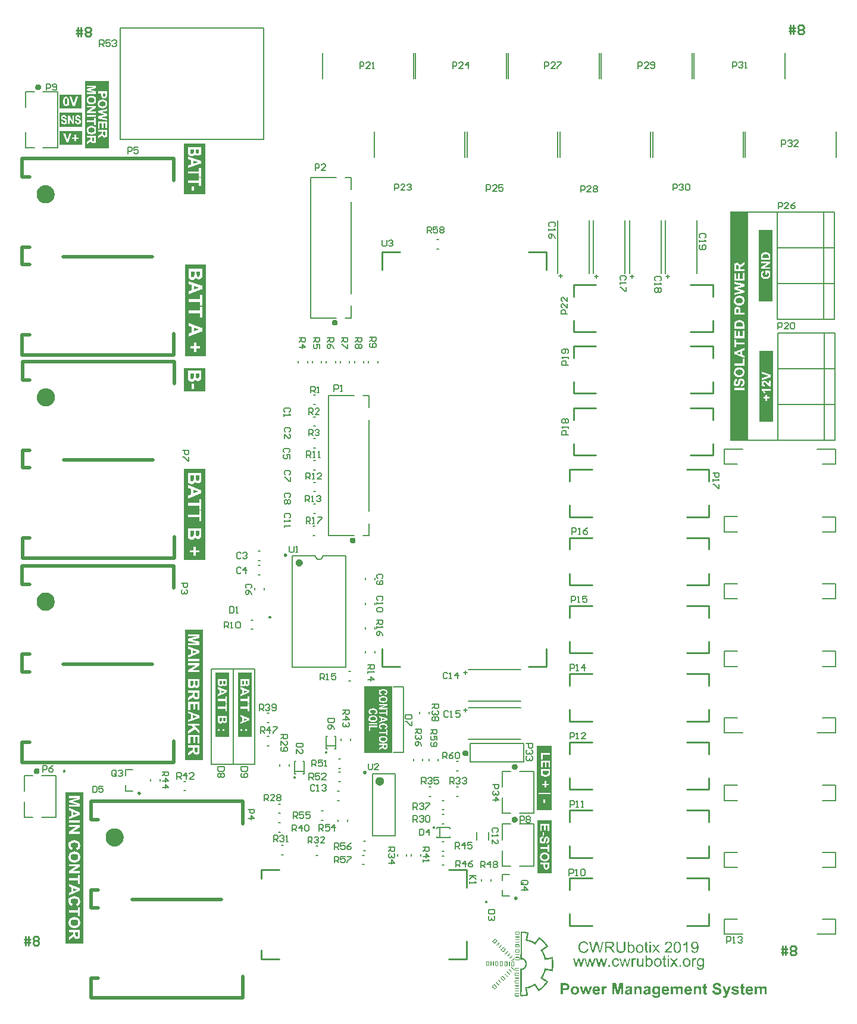
<source format=gbr>
%FSTAX23Y23*%
%MOIN*%
%SFA1B1*%

%IPPOS*%
%ADD56C,0.007874*%
%ADD57C,0.007000*%
%ADD87C,0.015000*%
%ADD88C,0.019685*%
%ADD89C,0.009842*%
%ADD90C,0.023622*%
%ADD91C,0.015748*%
%ADD92C,0.050000*%
%ADD93C,0.010000*%
%ADD94C,0.005000*%
%ADD95C,0.020000*%
%LNpms_board_legend_top-1*%
%LPD*%
G36*
X01043Y05133D02*
X00925D01*
Y05417*
X01043*
Y05133*
G37*
G36*
X0047Y05653D02*
X00471Y05653D01*
X00472Y05653*
X00474Y05653*
X00475Y05652*
X00476Y05652*
X00477Y05652*
X00478Y05651*
X00479Y05651*
X00479Y05651*
X0048Y0565*
X0048Y0565*
X00481Y0565*
X00481Y0565*
X00481Y0565*
X00481Y05649*
X00482Y05649*
X00483Y05648*
X00483Y05647*
X00484Y05646*
X00484Y05645*
X00484Y05644*
X00485Y05643*
X00485Y05641*
X00485Y05641*
X00485Y0564*
X00486Y0564*
Y05639*
X00485Y05638*
X00485Y05637*
X00485Y05636*
X00485Y05635*
X00484Y05633*
X00484Y05633*
X00483Y05632*
X00483Y05631*
X00483Y05631*
X00482Y0563*
X00482Y0563*
X00482Y0563*
X00481Y05629*
X00481Y05629*
X00481Y05629*
X0048Y05629*
X00479Y05628*
X00478Y05627*
X00477Y05627*
X00475Y05626*
X00473Y05626*
X00472Y05626*
X00471Y05626*
X0047Y05625*
X0047Y05625*
X00469Y05625*
X00469*
X00468*
X00468*
X00467Y05625*
X00465Y05625*
X00464Y05626*
X00462Y05626*
X00461Y05626*
X0046Y05627*
X00459Y05627*
X00458Y05627*
X00457Y05628*
X00457Y05628*
X00456Y05628*
X00456Y05629*
X00455Y05629*
X00455Y05629*
X00455Y05629*
X00455Y05629*
X00454Y0563*
X00453Y05631*
X00453Y05632*
X00452Y05632*
X00452Y05633*
X00452Y05634*
X00451Y05636*
X00451Y05637*
X00451Y05638*
X00451Y05638*
X00451Y05639*
Y05639*
X00451Y0564*
X00451Y05641*
X00451Y05642*
X00451Y05643*
X00452Y05645*
X00453Y05647*
X00453Y05647*
X00454Y05648*
X00454Y05648*
X00454Y05649*
X00455Y05649*
X00455Y05649*
X00455Y05649*
X00455Y05649*
X00456Y0565*
X00457Y05651*
X00458Y05651*
X00459Y05652*
X00461Y05652*
X00463Y05653*
X00464Y05653*
X00465Y05653*
X00466Y05653*
X00467Y05653*
X00467Y05653*
X00468*
X00468*
X00468*
X0047Y05653*
G37*
G36*
X00504Y05389D02*
X00442D01*
Y05615*
X00468*
X0047Y05615*
X00472Y05615*
X00474Y05615*
X00476Y05616*
X00478Y05616*
X00479Y05617*
X00481Y05617*
X00482Y05618*
X00483Y05619*
X00484Y05619*
X00485Y0562*
X00486Y0562*
X00486Y05621*
X00487Y05621*
X00487Y05621*
X00487Y05622*
X00488Y05623*
X0049Y05624*
X0049Y05626*
X00491Y05627*
X00492Y05629*
X00493Y0563*
X00493Y05632*
X00493Y05633*
X00494Y05634*
X00494Y05636*
X00494Y05637*
X00494Y05638*
Y05638*
X00494Y05639*
Y05619*
Y05664*
Y05639*
X00494Y05642*
X00494Y05644*
X00494Y05645*
X00493Y05647*
X00493Y05648*
X00493Y05648*
X00493Y05649*
X00492Y05649*
X00492Y0565*
X00492Y0565*
X00492Y0565*
Y0565*
X00492Y05652*
X00491Y05653*
X0049Y05654*
X00489Y05655*
X00489Y05656*
X00488Y05656*
X00488Y05657*
X00488Y05657*
X00488Y05657*
X00486Y05658*
X00485Y05659*
X00484Y0566*
X00483Y0566*
X00482Y05661*
X00481Y05661*
X00481Y05661*
X00481Y05661*
X00481Y05661*
X00481*
X00479Y05662*
X00476Y05663*
X00474Y05663*
X00472Y05663*
X00471Y05663*
X0047Y05664*
X0047Y05664*
X00469*
X00468Y05664*
X00494*
X00459*
X00468*
X00465Y05664*
X00463Y05663*
X00461Y05663*
X0046Y05663*
X00458Y05662*
X00456Y05662*
X00455Y05661*
X00454Y0566*
X00452Y0566*
X00452Y05659*
X00451Y05659*
X0045Y05658*
X00449Y05658*
X00449Y05657*
X00449Y05657*
X00449Y05657*
X00447Y05656*
X00446Y05654*
X00445Y05653*
X00445Y05651*
X00444Y0565*
X00444Y05648*
X00443Y05647*
X00443Y05646*
X00442Y05644*
X00442Y05643*
X00442Y05642*
X00442Y05641*
X00442Y0564*
X00442Y0564*
Y05664*
Y05767*
X00504*
Y05389*
G37*
G36*
X00442Y05637D02*
X00442Y05635D01*
X00443Y05633*
X00443Y05632*
X00443Y0563*
X00444Y05629*
X00445Y05627*
X00445Y05626*
X00446Y05625*
X00447Y05624*
X00447Y05623*
X00448Y05623*
X00448Y05622*
X00448Y05622*
X00449Y05622*
X00449Y05622*
X0045Y0562*
X00452Y05619*
X00453Y05618*
X00455Y05618*
X00456Y05617*
X00458Y05616*
X00459Y05616*
X00461Y05616*
X00462Y05615*
X00464Y05615*
X00465Y05615*
X00466Y05615*
X00467*
X00467Y05615*
X00442*
Y05639*
X00442Y05637*
G37*
G36*
X00442Y05389D02*
X0037D01*
Y05767*
X00442*
Y05389*
G37*
G36*
X04225Y0386D02*
X04147D01*
Y04258*
X04225*
Y0386*
G37*
G36*
X03911Y0072D02*
X03912Y0072D01*
X03913Y0072*
X03914Y0072*
X03916Y00719*
X03919Y00719*
X0392Y00718*
X03921Y00718*
X03923Y00717*
X03924Y00716*
X03926Y00716*
X03927Y00715*
X03927Y00715*
X03927Y00714*
X03927Y00714*
X03928Y00714*
X03928Y00713*
X03929Y00713*
X03929Y00712*
X0393Y00711*
X0393Y0071*
X03931Y00709*
X03932Y00708*
X03932Y00707*
X03932Y00705*
X03933Y00704*
X03933Y00702*
X03933Y00701*
X0392Y007*
Y007*
Y00701*
X0392Y00701*
X0392Y00702*
X0392Y00703*
X03919Y00704*
X03919Y00705*
X03918Y00706*
X03917Y00707*
X03917Y00707*
X03916Y00708*
X03916Y00708*
X03915Y00708*
X03914Y00709*
X03912Y00709*
X03911Y00709*
X03909Y00709*
X03908*
X03907Y00709*
X03906Y00709*
X03904Y00709*
X03903Y00708*
X03902Y00708*
X039Y00707*
X039Y00707*
X039Y00707*
X039Y00707*
X03899Y00706*
X03899Y00706*
X03899Y00705*
X03898Y00704*
X03898Y00703*
Y00703*
Y00703*
X03898Y00702*
X03899Y00702*
X03899Y00701*
X03899Y00701*
X03899Y007*
X039Y00699*
X039Y00699*
X03901Y00699*
X03901Y00699*
X03901Y00699*
X03902Y00698*
X03902Y00698*
X03903Y00698*
X03904Y00697*
X03905Y00697*
X03906Y00697*
X03907Y00696*
X03909Y00696*
X0391Y00696*
X03912Y00695*
X03912*
X03912Y00695*
X03913Y00695*
X03913Y00695*
X03914Y00695*
X03915Y00694*
X03916Y00694*
X03917Y00694*
X03919Y00693*
X03921Y00692*
X03924Y00692*
X03924Y00691*
X03925Y00691*
X03925*
X03926Y00691*
X03926Y0069*
X03927Y0069*
X03928Y00689*
X03929Y00688*
X0393Y00687*
X03931Y00686*
X03932Y00684*
X03933Y00684*
X03933Y00683*
X03933Y00683*
X03934Y00681*
X03934Y0068*
X03935Y00678*
X03935Y00676*
X03935Y00674*
Y00674*
Y00674*
Y00674*
Y00673*
X03935Y00673*
X03935Y00672*
X03935Y00671*
X03934Y00669*
X03934Y00667*
X03933Y00666*
X03932Y00664*
Y00664*
X03932Y00664*
X03931Y00663*
X03931Y00662*
X0393Y00661*
X03929Y0066*
X03927Y00659*
X03925Y00658*
X03923Y00657*
X03923*
X03923Y00657*
X03923Y00657*
X03922Y00657*
X03922Y00656*
X03921Y00656*
X0392Y00656*
X0392Y00656*
X03919Y00656*
X03918Y00655*
X03915Y00655*
X03913Y00655*
X0391Y00655*
X03908*
X03908Y00655*
X03907Y00655*
X03906Y00655*
X03904Y00655*
X03903Y00655*
X039Y00656*
X03898Y00656*
X03897Y00657*
X03895Y00658*
X03894Y00658*
X03893Y00659*
X03891Y0066*
X03891Y0066*
X03891Y0066*
X03891Y00661*
X0389Y00661*
X0389Y00662*
X03889Y00662*
X03889Y00663*
X03888Y00664*
X03887Y00665*
X03887Y00666*
X03886Y00668*
X03885Y00669*
X03885Y00671*
X03884Y00673*
X03884Y00674*
X03884Y00676*
X03896Y00677*
Y00677*
X03896Y00677*
Y00677*
X03896Y00676*
X03897Y00675*
X03897Y00674*
X03898Y00672*
X03898Y00671*
X03899Y0067*
X03901Y00668*
X03901Y00668*
X03901Y00668*
X03902Y00667*
X03903Y00667*
X03904Y00666*
X03906Y00666*
X03908Y00665*
X0391Y00665*
X03911*
X03912Y00666*
X03913Y00666*
X03915Y00666*
X03916Y00666*
X03918Y00667*
X03919Y00668*
X03919Y00668*
X0392Y00668*
X0392Y00669*
X03921Y0067*
X03921Y00671*
X03922Y00672*
X03922Y00673*
X03922Y00674*
Y00674*
Y00674*
X03922Y00675*
X03922Y00675*
X03922Y00676*
X03922Y00677*
X03921Y00677*
X03921Y00678*
X03921Y00678*
X03921Y00678*
X0392Y00678*
X0392Y00679*
X03919Y00679*
X03918Y0068*
X03917Y0068*
X03916Y00681*
X03916*
X03916Y00681*
X03915Y00681*
X03915Y00681*
X03914Y00681*
X03914Y00681*
X03913Y00682*
X03912Y00682*
X03911Y00682*
X0391Y00682*
X03909Y00683*
X03908Y00683*
X03906Y00683*
X03906*
X03906Y00684*
X03905Y00684*
X03904Y00684*
X03904Y00684*
X03903Y00684*
X03902Y00685*
X039Y00685*
X03898Y00686*
X03896Y00687*
X03895Y00688*
X03894Y00688*
X03893Y00689*
X03892Y0069*
X03892Y0069*
X03892Y0069*
X03891Y0069*
X03891Y00691*
X0389Y00691*
X0389Y00692*
X03889Y00692*
X03889Y00693*
X03888Y00695*
X03887Y00697*
X03887Y00698*
X03886Y007*
X03886Y00701*
X03886Y00702*
Y00702*
Y00703*
Y00703*
Y00703*
X03886Y00704*
X03886Y00705*
X03887Y00707*
X03887Y00708*
X03888Y0071*
X03889Y00711*
Y00711*
X03889Y00712*
X03889Y00712*
X0389Y00713*
X03891Y00714*
X03892Y00715*
X03893Y00716*
X03895Y00717*
X03897Y00718*
X03897*
X03897Y00718*
X03897Y00718*
X03897Y00718*
X03898Y00718*
X03899Y00718*
X03899Y00719*
X039Y00719*
X03902Y00719*
X03904Y0072*
X03906Y0072*
X03909Y0072*
X0391*
X03911Y0072*
G37*
G36*
X04175Y00702D02*
X04176Y00702D01*
X04178Y00702*
X04179Y00702*
X0418Y00701*
X04182Y007*
X04182Y007*
X04182Y007*
X04183Y007*
X04184Y00699*
X04185Y00698*
X04186Y00697*
X04186Y00696*
X04187Y00694*
X04187Y00694*
X04187Y00694*
X04188Y00693*
X04188Y00692*
X04188Y00691*
X04188Y00689*
X04188Y00687*
X04188Y00685*
Y00656*
X04176*
Y00682*
Y00682*
Y00682*
Y00683*
Y00683*
X04176Y00684*
X04176Y00686*
X04176Y00687*
X04176Y00688*
X04175Y0069*
X04175Y0069*
X04175Y00691*
X04175Y00691*
X04175Y00691*
X04174Y00691*
X04174Y00692*
X04173Y00692*
X04172Y00693*
X04171Y00693*
X0417Y00693*
X04169*
X04169Y00693*
X04168Y00693*
X04168Y00693*
X04167Y00693*
X04166Y00692*
X04165Y00692*
X04165Y00692*
X04165Y00691*
X04164Y00691*
X04164Y00691*
X04163Y0069*
X04163Y00689*
X04162Y00688*
X04162Y00687*
Y00687*
X04162Y00687*
X04162Y00686*
X04161Y00685*
X04161Y00684*
X04161Y00682*
X04161Y0068*
Y00678*
Y00656*
X04149*
Y00681*
Y00681*
Y00681*
Y00681*
Y00682*
Y00683*
X04149Y00684*
X04149Y00686*
X04149Y00687*
X04148Y00688*
X04148Y00689*
X04148Y00689*
Y00689*
X04148Y0069*
X04148Y0069*
X04148Y0069*
X04147Y00691*
X04147Y00692*
X04146Y00692*
X04146Y00692*
X04146Y00692*
X04146Y00693*
X04145Y00693*
X04145Y00693*
X04144Y00693*
X04143Y00693*
X04142*
X04141Y00693*
X04141Y00693*
X0414Y00693*
X04139Y00693*
X04138Y00692*
X04137Y00692*
X04137Y00692*
X04137Y00691*
X04137Y00691*
X04136Y00691*
X04136Y0069*
X04135Y00689*
X04135Y00688*
X04134Y00687*
Y00687*
X04134Y00687*
X04134Y00686*
X04134Y00685*
X04134Y00684*
X04133Y00682*
X04133Y0068*
Y00678*
Y00656*
X04121*
Y00702*
X04132*
Y00695*
X04132Y00695*
X04133Y00696*
X04133Y00696*
X04133Y00696*
X04134Y00697*
X04135Y00698*
X04135Y00698*
X04136Y00699*
X04137Y007*
X04138Y007*
X04141Y00701*
X04142Y00702*
X04144Y00702*
X04145Y00702*
X04147Y00703*
X04147*
X04148Y00702*
X04149Y00702*
X0415Y00702*
X04152Y00702*
X04153Y00701*
X04154Y00701*
X04154Y00701*
X04155Y007*
X04155Y007*
X04156Y00699*
X04157Y00699*
X04158Y00698*
X04159Y00696*
X04159Y00695*
X0416Y00695*
X0416Y00696*
X04161Y00696*
X04161Y00697*
X04162Y00698*
X04163Y00699*
X04165Y007*
X04166Y00701*
X04166Y00701*
X04167Y00701*
X04167Y00701*
X04168Y00702*
X04169Y00702*
X04171Y00702*
X04172Y00702*
X04173Y00703*
X04174*
X04175Y00702*
G37*
G36*
X03705D02*
X03706Y00702D01*
X03707Y00702*
X03709Y00702*
X0371Y00701*
X03712Y007*
X03712Y007*
X03712Y007*
X03713Y007*
X03714Y00699*
X03715Y00698*
X03715Y00697*
X03716Y00696*
X03717Y00694*
X03717Y00694*
X03717Y00694*
X03717Y00693*
X03718Y00692*
X03718Y00691*
X03718Y00689*
X03718Y00687*
X03718Y00685*
Y00656*
X03706*
Y00682*
Y00682*
Y00682*
Y00683*
Y00683*
X03706Y00684*
X03706Y00686*
X03706Y00687*
X03706Y00688*
X03705Y0069*
X03705Y0069*
X03705Y00691*
X03705Y00691*
X03704Y00691*
X03704Y00691*
X03704Y00692*
X03703Y00692*
X03702Y00693*
X03701Y00693*
X037Y00693*
X03699*
X03699Y00693*
X03698Y00693*
X03697Y00693*
X03697Y00693*
X03696Y00692*
X03695Y00692*
X03695Y00692*
X03694Y00691*
X03694Y00691*
X03694Y00691*
X03693Y0069*
X03693Y00689*
X03692Y00688*
X03692Y00687*
Y00687*
X03691Y00687*
X03691Y00686*
X03691Y00685*
X03691Y00684*
X03691Y00682*
X03691Y0068*
Y00678*
Y00656*
X03679*
Y00681*
Y00681*
Y00681*
Y00681*
Y00682*
Y00683*
X03679Y00684*
X03678Y00686*
X03678Y00687*
X03678Y00688*
X03678Y00689*
X03678Y00689*
Y00689*
X03678Y0069*
X03678Y0069*
X03677Y0069*
X03677Y00691*
X03676Y00692*
X03676Y00692*
X03676Y00692*
X03676Y00692*
X03675Y00693*
X03675Y00693*
X03674Y00693*
X03674Y00693*
X03673Y00693*
X03672*
X03671Y00693*
X03671Y00693*
X0367Y00693*
X03669Y00693*
X03668Y00692*
X03667Y00692*
X03667Y00692*
X03667Y00691*
X03667Y00691*
X03666Y00691*
X03665Y0069*
X03665Y00689*
X03664Y00688*
X03664Y00687*
Y00687*
X03664Y00687*
X03664Y00686*
X03664Y00685*
X03663Y00684*
X03663Y00682*
X03663Y0068*
Y00678*
Y00656*
X03651*
Y00702*
X03662*
Y00695*
X03662Y00695*
X03662Y00696*
X03663Y00696*
X03663Y00696*
X03664Y00697*
X03664Y00698*
X03665Y00698*
X03666Y00699*
X03667Y007*
X03668Y007*
X03671Y00701*
X03672Y00702*
X03673Y00702*
X03675Y00702*
X03676Y00703*
X03677*
X03678Y00702*
X03679Y00702*
X0368Y00702*
X03681Y00702*
X03683Y00701*
X03684Y00701*
X03684Y00701*
X03684Y007*
X03685Y007*
X03686Y00699*
X03687Y00699*
X03688Y00698*
X03688Y00696*
X03689Y00695*
X03689Y00695*
X0369Y00696*
X0369Y00696*
X03691Y00697*
X03692Y00698*
X03693Y00699*
X03694Y007*
X03696Y00701*
X03696Y00701*
X03696Y00701*
X03697Y00701*
X03698Y00702*
X03699Y00702*
X037Y00702*
X03702Y00702*
X03703Y00703*
X03704*
X03705Y00702*
G37*
G36*
X03288D02*
X03289Y00702D01*
X0329Y00702*
X03291Y00702*
X03293Y00701*
X03294Y007*
X0329Y0069*
X0329Y0069*
X0329Y0069*
X03289Y0069*
X03288Y00691*
X03287Y00691*
X03287Y00691*
X03286Y00692*
X03285Y00692*
X03284*
X03284Y00692*
X03283Y00692*
X03282Y00691*
X03282Y00691*
X03281Y00691*
X0328Y0069*
X0328Y0069*
X0328Y0069*
X0328Y0069*
X03279Y00689*
X03279Y00688*
X03278Y00688*
X03278Y00686*
X03278Y00685*
Y00685*
X03277Y00685*
X03277Y00684*
Y00684*
X03277Y00683*
X03277Y00683*
X03277Y00682*
X03277Y00681*
X03277Y0068*
X03277Y00679*
Y00677*
X03277Y00676*
X03277Y00674*
Y00672*
Y0067*
Y00656*
X03264*
Y00702*
X03276*
Y00695*
X03276Y00695*
X03276Y00696*
X03277Y00697*
X03277Y00698*
X03278Y00699*
X03279Y007*
X0328Y007*
X03281Y00701*
X03281Y00701*
X03281Y00701*
X03282Y00702*
X03282Y00702*
X03283Y00702*
X03284Y00702*
X03285Y00702*
X03286Y00703*
X03287*
X03288Y00702*
G37*
G36*
X03807D02*
X03808Y00702D01*
X03809Y00702*
X0381Y00702*
X03811Y00702*
X03813Y00701*
X03813Y00701*
X03813Y00701*
X03814Y00701*
X03815Y007*
X03815Y007*
X03816Y00699*
X03817Y00698*
X03818Y00697*
X03818Y00697*
X03818Y00697*
X03818Y00697*
X03819Y00696*
X03819Y00695*
X03819Y00694*
X0382Y00693*
X0382Y00692*
Y00692*
X0382Y00692*
X0382Y00691*
X0382Y0069*
X03821Y00689*
X03821Y00688*
X03821Y00686*
Y00684*
Y00656*
X03809*
Y00679*
Y00679*
Y00679*
Y0068*
Y0068*
Y00681*
Y00682*
X03809Y00683*
X03809Y00685*
X03808Y00686*
X03808Y00688*
X03808Y00688*
X03808Y00689*
Y00689*
X03808Y00689*
X03808Y00689*
X03807Y0069*
X03806Y00691*
X03806Y00692*
X03805Y00692*
X03805Y00692*
X03805Y00692*
X03805Y00692*
X03804Y00693*
X03804Y00693*
X03803Y00693*
X03802Y00693*
X03801Y00693*
X03801*
X038Y00693*
X03799Y00693*
X03798Y00693*
X03798Y00693*
X03797Y00692*
X03795Y00692*
X03795Y00691*
X03795Y00691*
X03795Y00691*
X03794Y0069*
X03794Y0069*
X03793Y00689*
X03792Y00688*
X03792Y00687*
Y00687*
X03792Y00686*
X03792Y00686*
X03792Y00685*
X03792Y00684*
X03791Y00683*
X03791Y00682*
Y00681*
X03791Y0068*
X03791Y00679*
Y00678*
Y00676*
Y00656*
X03779*
Y00702*
X0379*
Y00695*
X0379Y00695*
X03791Y00695*
X03791Y00696*
X03791Y00696*
X03792Y00697*
X03793Y00697*
X03793Y00698*
X03794Y00699*
X03795Y00699*
X03797Y007*
X03798Y00701*
X03799Y00701*
X03801Y00702*
X03802Y00702*
X03804Y00702*
X03805Y00703*
X03806*
X03807Y00702*
G37*
G36*
X03474D02*
X03475Y00702D01*
X03476Y00702*
X03477Y00702*
X03478Y00702*
X0348Y00701*
X0348Y00701*
X0348Y00701*
X03481Y00701*
X03481Y007*
X03482Y007*
X03483Y00699*
X03484Y00698*
X03485Y00697*
X03485Y00697*
X03485Y00697*
X03485Y00697*
X03486Y00696*
X03486Y00695*
X03486Y00694*
X03487Y00693*
X03487Y00692*
Y00692*
X03487Y00692*
X03487Y00691*
X03487Y0069*
X03488Y00689*
X03488Y00688*
X03488Y00686*
Y00684*
Y00656*
X03476*
Y00679*
Y00679*
Y00679*
Y0068*
Y0068*
Y00681*
Y00682*
X03476Y00683*
X03475Y00685*
X03475Y00686*
X03475Y00688*
X03475Y00688*
X03475Y00689*
Y00689*
X03475Y00689*
X03474Y00689*
X03474Y0069*
X03473Y00691*
X03473Y00692*
X03472Y00692*
X03472Y00692*
X03472Y00692*
X03472Y00692*
X03471Y00693*
X0347Y00693*
X0347Y00693*
X03469Y00693*
X03468Y00693*
X03468*
X03467Y00693*
X03466Y00693*
X03465Y00693*
X03464Y00693*
X03463Y00692*
X03462Y00692*
X03462Y00691*
X03462Y00691*
X03462Y00691*
X03461Y0069*
X03461Y0069*
X0346Y00689*
X03459Y00688*
X03459Y00687*
Y00687*
X03459Y00686*
X03459Y00686*
X03459Y00685*
X03459Y00684*
X03458Y00683*
X03458Y00682*
Y00681*
X03458Y0068*
X03458Y00679*
Y00678*
Y00676*
Y00656*
X03446*
Y00702*
X03457*
Y00695*
X03457Y00695*
X03458Y00695*
X03458Y00696*
X03458Y00696*
X03459Y00697*
X0346Y00697*
X0346Y00698*
X03461Y00699*
X03462Y00699*
X03464Y007*
X03465Y00701*
X03466Y00701*
X03468Y00702*
X03469Y00702*
X03471Y00702*
X03472Y00703*
X03473*
X03474Y00702*
G37*
G36*
X04014D02*
X04015Y00702D01*
X04016Y00702*
X04017Y00702*
X04019Y00702*
X04021Y00701*
X04023Y007*
X04024Y007*
X04025Y00699*
X04025*
X04025Y00699*
X04026Y00699*
X04027Y00698*
X04028Y00697*
X04029Y00696*
X0403Y00694*
X04031Y00693*
X04032Y00691*
X0402Y00688*
Y00689*
X0402Y00689*
X0402Y00689*
X0402Y0069*
X04019Y00691*
X04019Y00691*
X04018Y00692*
X04017Y00692*
X04017Y00693*
X04017Y00693*
X04017Y00693*
X04016Y00693*
X04015Y00693*
X04014Y00694*
X04013Y00694*
X04011Y00694*
X04011*
X0401Y00694*
X04009Y00694*
X04008Y00694*
X04007Y00693*
X04006Y00693*
X04005Y00693*
X04005*
X04004Y00692*
X04004Y00692*
X04003Y00691*
X04003Y00691*
X04003Y0069*
Y0069*
Y0069*
X04003Y00689*
X04004Y00689*
X04004Y00688*
X04004Y00688*
X04005Y00688*
X04005Y00688*
X04005Y00688*
X04005Y00687*
X04006Y00687*
X04006Y00687*
X04007Y00687*
X04008Y00687*
X04009Y00686*
X0401Y00686*
X04011Y00686*
X04012Y00685*
X04014Y00685*
X04016Y00684*
X04016*
X04016Y00684*
X04017Y00684*
X04017Y00684*
X04018Y00684*
X04019Y00684*
X04021Y00683*
X04023Y00682*
X04026Y00681*
X04027Y00681*
X04028Y0068*
X04028Y0068*
X04029Y00679*
X04029Y00679*
X0403Y00678*
X0403Y00678*
X04031Y00677*
X04032Y00675*
X04032Y00674*
X04033Y00672*
X04033Y0067*
Y0067*
Y0067*
Y00669*
X04033Y00669*
X04033Y00669*
X04033Y00668*
X04032Y00666*
X04032Y00665*
X04031Y00664*
X04031Y00663*
X0403Y00662*
X0403Y00661*
X04029Y0066*
X04028Y00659*
X04028Y00659*
X04028Y00659*
X04027Y00659*
X04027Y00659*
X04026Y00658*
X04026Y00658*
X04025Y00657*
X04024Y00657*
X04023Y00657*
X04022Y00656*
X0402Y00656*
X04019Y00656*
X04018Y00655*
X04016Y00655*
X04014Y00655*
X04012Y00655*
X04011*
X04011Y00655*
X0401*
X04009Y00655*
X04008Y00655*
X04007Y00655*
X04005Y00656*
X04002Y00656*
X04Y00657*
X03999Y00658*
X03997Y00659*
X03997Y00659*
X03997Y00659*
X03997Y00659*
X03997Y00659*
X03996Y0066*
X03995Y00661*
X03993Y00663*
X03992Y00664*
X03991Y00667*
X0399Y00669*
X04003Y00671*
Y0067*
X04003Y0067*
X04003Y00669*
X04003Y00669*
X04004Y00668*
X04004Y00667*
X04005Y00666*
X04006Y00665*
X04006Y00665*
X04006Y00665*
X04007Y00665*
X04007Y00664*
X04008Y00664*
X04009Y00664*
X04011Y00664*
X04012Y00664*
X04013*
X04014Y00664*
X04015Y00664*
X04016Y00664*
X04017Y00664*
X04018Y00665*
X04019Y00665*
X04019Y00665*
X0402Y00665*
X0402Y00666*
X0402Y00666*
X0402Y00667*
X04021Y00667*
X04021Y00668*
X04021Y00668*
Y00669*
Y00669*
X04021Y00669*
X04021Y0067*
X0402Y00671*
X0402Y00671*
X0402Y00671*
X04019Y00671*
X04019Y00671*
X04018Y00672*
X04017Y00672*
X04016Y00672*
X04016*
X04015Y00672*
X04015Y00673*
X04014Y00673*
X04012Y00673*
X04011Y00673*
X0401Y00674*
X04008Y00674*
X04005Y00675*
X04003Y00676*
X04002Y00676*
X04001Y00677*
X03999Y00677*
X03998Y00678*
X03997Y00678*
X03997Y00678*
X03997Y00678*
X03997Y00679*
X03997Y00679*
X03996Y0068*
X03995Y00681*
X03994Y00682*
X03993Y00684*
X03993Y00685*
X03992Y00686*
X03992Y00687*
X03992Y00689*
Y00689*
Y00689*
Y00689*
X03992Y0069*
X03992Y0069*
X03992Y00691*
X03993Y00692*
X03993Y00694*
X03994Y00695*
X03995Y00696*
X03995Y00697*
X03996Y00698*
X03997Y00698*
X03997Y00699*
X03997Y00699*
X03997Y00699*
X03998Y00699*
X03998Y00699*
X03999Y007*
X03999Y007*
X04Y00701*
X04001Y00701*
X04002Y00701*
X04004Y00702*
X04005Y00702*
X04006Y00702*
X04008Y00702*
X04009Y00703*
X04013*
X04014Y00702*
G37*
G36*
X03384Y00656D02*
X03373D01*
X03373Y00705*
X0336Y00656*
X03348*
X03335Y00705*
Y00656*
X03324*
Y00719*
X03343*
X03354Y00676*
X03365Y00719*
X03384*
Y00656*
G37*
G36*
X03195D02*
X03183D01*
X03175Y00685*
X03168Y00656*
X03156*
X03141Y00702*
X03153*
X03162Y00672*
X0317Y00702*
X03181*
X03189Y00672*
X03198Y00702*
X0321*
X03195Y00656*
G37*
G36*
X03971Y00657D02*
X03968Y0065D01*
X03968Y00649*
X03968Y00649*
X03967Y00648*
X03967Y00647*
X03966Y00646*
X03966Y00645*
X03965Y00644*
X03965Y00644*
X03965Y00643*
X03964Y00643*
X03964Y00643*
X03964Y00642*
X03963Y00641*
X03961Y0064*
X03961Y0064*
X03961Y0064*
X03961Y0064*
X0396Y00639*
X0396Y00639*
X03959Y00639*
X03958Y00638*
X03957Y00638*
X03957*
X03956Y00638*
X03956Y00638*
X03955Y00638*
X03954Y00638*
X03953Y00637*
X03952Y00637*
X0395*
X03949Y00637*
X03949*
X03948Y00637*
X03946Y00638*
X03944Y00638*
X03943Y00648*
X03943*
X03943Y00647*
X03944Y00647*
X03945Y00647*
X03945Y00647*
X03946Y00647*
X03948Y00647*
X03949*
X03949Y00647*
X0395Y00647*
X03951Y00648*
X03952Y00648*
X03953Y00649*
X03954Y00649*
X03954Y0065*
X03955Y0065*
X03955Y0065*
X03955Y00651*
X03956Y00652*
X03956Y00653*
X03957Y00654*
X03957Y00656*
X0394Y00702*
X03953*
X03964Y00669*
X03974Y00702*
X03987*
X03971Y00657*
G37*
G36*
X0352Y00702D02*
X03521D01*
X03522Y00702*
X03524Y00702*
X03526Y00702*
X03528Y00701*
X03529Y00701*
X0353Y00701*
X0353*
X0353Y007*
X0353Y007*
X03531Y007*
X03532Y00699*
X03533Y00699*
X03534Y00698*
X03535Y00697*
X03536Y00696*
X03536Y00696*
X03536Y00695*
X03536Y00694*
X03536Y00694*
X03536Y00693*
X03537Y00693*
X03537Y00692*
X03537Y00691*
X03537Y0069*
X03537Y00689*
X03537Y00688*
X03537Y00686*
Y00685*
X03537Y00671*
Y00671*
Y0067*
Y0067*
Y0067*
Y00669*
X03537Y00667*
Y00666*
X03537Y00664*
X03537Y00663*
X03538Y00662*
Y00662*
X03538Y00661*
X03538Y00661*
X03538Y0066*
X03538Y00659*
X03539Y00658*
X03539Y00657*
X0354Y00656*
X03528*
Y00656*
X03528Y00656*
X03528Y00656*
X03527Y00657*
X03527Y00657*
X03527Y00658*
X03527Y00659*
X03527Y00659*
Y00659*
X03526Y0066*
X03526Y0066*
X03526Y0066*
X03526Y00661*
X03526Y00661*
X03526Y0066*
X03525Y0066*
X03524Y00659*
X03523Y00658*
X03522Y00658*
X03521Y00657*
X03519Y00656*
X03519Y00656*
X03519Y00656*
X03518Y00656*
X03517Y00656*
X03516Y00655*
X03515Y00655*
X03513Y00655*
X03512Y00655*
X03511*
X03511Y00655*
X0351*
X03509Y00655*
X03508Y00655*
X03506Y00656*
X03504Y00656*
X03502Y00657*
X03501Y00659*
Y00659*
X03501Y00659*
X035Y00659*
X035Y0066*
X03499Y00661*
X03498Y00663*
X03497Y00664*
X03497Y00666*
X03497Y00667*
X03497Y00668*
Y00668*
Y00669*
X03497Y0067*
X03497Y0067*
X03497Y00672*
X03498Y00673*
X03498Y00674*
X03499Y00675*
X03499Y00675*
X03499Y00676*
X03499Y00676*
X035Y00677*
X03501Y00677*
X03502Y00678*
X03503Y00679*
X03504Y0068*
X03504Y0068*
X03504Y0068*
X03505Y0068*
X03506Y00681*
X03508Y00681*
X03509Y00682*
X03511Y00682*
X03513Y00683*
X03513*
X03514Y00683*
X03514Y00683*
X03515Y00683*
X03515Y00683*
X03516Y00683*
X03518Y00684*
X0352Y00684*
X03522Y00684*
X03524Y00685*
X03525Y00685*
X03525Y00686*
Y00687*
Y00687*
Y00687*
X03525Y00688*
X03525Y00689*
X03525Y0069*
X03524Y0069*
X03524Y00691*
X03523Y00692*
X03523Y00692*
X03523Y00692*
X03523Y00692*
X03522Y00693*
X03521Y00693*
X0352Y00693*
X03519Y00693*
X03517Y00693*
X03516*
X03516Y00693*
X03515Y00693*
X03514Y00693*
X03513Y00693*
X03513Y00692*
X03512Y00692*
X03512Y00692*
X03512Y00692*
X03511Y00691*
X03511Y00691*
X0351Y0069*
X0351Y00689*
X03509Y00689*
X03509Y00687*
X03498Y00689*
Y0069*
X03498Y0069*
X03498Y0069*
X03498Y00691*
X03499Y00691*
X03499Y00692*
X035Y00693*
X035Y00695*
X03502Y00696*
X03503Y00698*
X03504Y00699*
X03504*
X03505Y00699*
X03505Y007*
X03505Y007*
X03506Y007*
X03506Y007*
X03507Y00701*
X03508Y00701*
X03509Y00701*
X0351Y00702*
X03511Y00702*
X03512Y00702*
X03513Y00702*
X03515Y00702*
X03516Y00703*
X03519*
X0352Y00702*
G37*
G36*
X03417D02*
X03418D01*
X0342Y00702*
X03421Y00702*
X03423Y00702*
X03425Y00701*
X03426Y00701*
X03427Y00701*
X03427*
X03427Y007*
X03428Y007*
X03428Y007*
X03429Y00699*
X0343Y00699*
X03431Y00698*
X03432Y00697*
X03433Y00696*
X03433Y00696*
X03433Y00695*
X03433Y00694*
X03433Y00694*
X03433Y00693*
X03434Y00693*
X03434Y00692*
X03434Y00691*
X03434Y0069*
X03434Y00689*
X03434Y00688*
X03434Y00686*
Y00685*
X03434Y00671*
Y00671*
Y0067*
Y0067*
Y0067*
Y00669*
X03434Y00667*
Y00666*
X03434Y00664*
X03434Y00663*
X03435Y00662*
Y00662*
X03435Y00661*
X03435Y00661*
X03435Y0066*
X03435Y00659*
X03436Y00658*
X03436Y00657*
X03437Y00656*
X03425*
Y00656*
X03425Y00656*
X03425Y00656*
X03425Y00657*
X03424Y00657*
X03424Y00658*
X03424Y00659*
X03424Y00659*
Y00659*
X03424Y0066*
X03424Y0066*
X03423Y0066*
X03423Y00661*
X03423Y00661*
X03423Y0066*
X03422Y0066*
X03421Y00659*
X0342Y00658*
X03419Y00658*
X03418Y00657*
X03417Y00656*
X03416Y00656*
X03416Y00656*
X03415Y00656*
X03414Y00656*
X03413Y00655*
X03412Y00655*
X03411Y00655*
X03409Y00655*
X03408*
X03408Y00655*
X03407*
X03407Y00655*
X03405Y00655*
X03403Y00656*
X03401Y00656*
X034Y00657*
X03398Y00659*
Y00659*
X03398Y00659*
X03397Y00659*
X03397Y0066*
X03396Y00661*
X03395Y00663*
X03395Y00664*
X03394Y00666*
X03394Y00667*
X03394Y00668*
Y00668*
Y00669*
X03394Y0067*
X03394Y0067*
X03394Y00672*
X03395Y00673*
X03395Y00674*
X03396Y00675*
X03396Y00675*
X03396Y00676*
X03396Y00676*
X03397Y00677*
X03398Y00677*
X03399Y00678*
X034Y00679*
X03401Y0068*
X03401Y0068*
X03401Y0068*
X03402Y0068*
X03403Y00681*
X03405Y00681*
X03406Y00682*
X03408Y00682*
X03411Y00683*
X03411*
X03411Y00683*
X03411Y00683*
X03412Y00683*
X03413Y00683*
X03413Y00683*
X03415Y00684*
X03417Y00684*
X03419Y00684*
X03421Y00685*
X03422Y00685*
X03422Y00686*
Y00687*
Y00687*
Y00687*
X03422Y00688*
X03422Y00689*
X03422Y0069*
X03422Y0069*
X03421Y00691*
X03421Y00692*
X0342Y00692*
X0342Y00692*
X0342Y00692*
X03419Y00693*
X03418Y00693*
X03417Y00693*
X03416Y00693*
X03414Y00693*
X03414*
X03413Y00693*
X03412Y00693*
X03411Y00693*
X03411Y00693*
X0341Y00692*
X03409Y00692*
X03409Y00692*
X03409Y00692*
X03408Y00691*
X03408Y00691*
X03407Y0069*
X03407Y00689*
X03407Y00689*
X03406Y00687*
X03395Y00689*
Y0069*
X03395Y0069*
X03395Y0069*
X03396Y00691*
X03396Y00691*
X03396Y00692*
X03397Y00693*
X03398Y00695*
X03399Y00696*
X034Y00698*
X03401Y00699*
X03402*
X03402Y00699*
X03402Y007*
X03402Y007*
X03403Y007*
X03403Y007*
X03404Y00701*
X03405Y00701*
X03406Y00701*
X03407Y00702*
X03408Y00702*
X03409Y00702*
X0341Y00702*
X03412Y00702*
X03413Y00703*
X03416*
X03417Y00702*
G37*
G36*
X03059Y00719D02*
X03062D01*
X03064Y00719*
X03067Y00718*
X03068Y00718*
X03069Y00718*
X0307Y00718*
X03071Y00718*
X03071*
X03071Y00718*
X03071Y00718*
X03071Y00718*
X03072Y00717*
X03074Y00717*
X03075Y00716*
X03077Y00715*
X03078Y00713*
X0308Y00712*
Y00712*
X0308Y00711*
X0308Y00711*
X0308Y00711*
X0308Y0071*
X03081Y0071*
X03081Y00709*
X03081Y00708*
X03082Y00707*
X03083Y00705*
X03083Y00702*
X03083Y00699*
Y00699*
Y00699*
Y00699*
Y00698*
X03083Y00698*
Y00697*
X03083Y00696*
X03083Y00695*
X03082Y00693*
X03082Y00691*
X03081Y0069*
X03081Y00689*
X03081Y00689*
X0308Y00688*
X0308Y00687*
X03079Y00686*
X03078Y00685*
X03077Y00684*
X03076Y00683*
X03076Y00683*
X03075Y00683*
X03075Y00683*
X03074Y00682*
X03073Y00682*
X03072Y00681*
X0307Y00681*
X03069Y0068*
X03069*
X03069Y0068*
X03068*
X03068Y0068*
X03067Y0068*
X03067Y0068*
X03066*
X03065Y0068*
X03064Y0068*
X03063Y0068*
X03062Y0068*
X0306*
X03059Y0068*
X03048*
Y00656*
X03035*
Y00719*
X03058*
X03059Y00719*
G37*
G36*
X04092Y00702D02*
X04093Y00702D01*
X04094Y00702*
X04095Y00702*
X04096Y00702*
X04097Y00701*
X04099Y00701*
X041Y007*
X04102Y007*
X04103Y00699*
X04104Y00698*
X04105Y00697*
X04106Y00696*
X04107Y00696*
X04107Y00695*
X04107Y00695*
X04107Y00694*
X04108Y00694*
X04108Y00693*
X04109Y00692*
X04109Y00691*
X0411Y00689*
X0411Y00688*
X04111Y00686*
X04111Y00684*
X04112Y00682*
X04112Y0068*
X04112Y00678*
Y00675*
X04082*
Y00675*
Y00675*
Y00675*
X04082Y00674*
X04082Y00673*
X04082Y00672*
X04083Y00671*
X04083Y00669*
X04084Y00668*
X04085Y00667*
X04085Y00667*
X04085Y00666*
X04086Y00666*
X04087Y00665*
X04088Y00665*
X04089Y00664*
X0409Y00664*
X04092Y00664*
X04092*
X04093Y00664*
X04093Y00664*
X04094Y00664*
X04095Y00664*
X04096Y00665*
X04096Y00665*
X04097Y00665*
X04097Y00666*
X04097Y00666*
X04098Y00667*
X04098Y00667*
X04099Y00668*
X04099Y00669*
X041Y0067*
X04112Y00668*
Y00668*
X04111Y00668*
X04111Y00668*
X04111Y00667*
X04111Y00667*
X04111Y00666*
X0411Y00665*
X04109Y00663*
X04107Y00661*
X04106Y0066*
X04104Y00658*
X04104*
X04104Y00658*
X04104Y00658*
X04103Y00658*
X04103Y00657*
X04102Y00657*
X04102Y00657*
X04101Y00657*
X04099Y00656*
X04097Y00655*
X04094Y00655*
X04092Y00655*
X04091*
X04091Y00655*
X0409*
X04089Y00655*
X04088Y00655*
X04086Y00655*
X04085Y00656*
X04084Y00656*
X04082Y00657*
X04081Y00657*
X04079Y00658*
X04078Y00659*
X04076Y0066*
X04075Y00661*
X04074Y00663*
X04074Y00663*
X04074Y00663*
X04074Y00663*
X04073Y00664*
X04073Y00664*
X04073Y00665*
X04072Y00666*
X04072Y00667*
X04071Y00668*
X04071Y00669*
X04071Y0067*
X0407Y00672*
X0407Y00673*
X0407Y00675*
X0407Y00677*
X0407Y00678*
Y00678*
Y00679*
Y00679*
X0407Y0068*
X0407Y00681*
X0407Y00682*
X0407Y00683*
X0407Y00685*
X04071Y00688*
X04071Y00689*
X04072Y00691*
X04073Y00692*
X04074Y00693*
X04074Y00695*
X04075Y00696*
X04076Y00696*
X04076Y00696*
X04076Y00697*
X04077Y00697*
X04077Y00698*
X04078Y00698*
X04079Y00699*
X0408Y00699*
X04081Y007*
X04082Y00701*
X04083Y00701*
X04084Y00702*
X04086Y00702*
X04087Y00702*
X04089Y00702*
X0409Y00703*
X04091*
X04092Y00702*
G37*
G36*
X04056Y00702D02*
X04065D01*
Y00692*
X04056*
Y00673*
Y00673*
Y00673*
Y00673*
Y00672*
Y00672*
Y0067*
X04057Y00669*
Y00668*
Y00667*
X04057Y00667*
Y00667*
X04057Y00667*
X04057Y00666*
X04057Y00666*
X04058Y00665*
X04058Y00665*
X04058Y00665*
X04059Y00665*
X0406Y00665*
X0406*
X0406Y00665*
X04061Y00665*
X04062Y00665*
X04063Y00665*
X04064Y00666*
X04065Y00666*
X04066Y00657*
X04066*
X04066Y00656*
X04065Y00656*
X04064Y00656*
X04063Y00656*
X04062Y00655*
X0406Y00655*
X04058Y00655*
X04056Y00655*
X04056*
X04055Y00655*
X04054Y00655*
X04053Y00655*
X04052Y00655*
X04051Y00656*
X0405Y00656*
X0405Y00656*
X0405Y00656*
X04049Y00656*
X04049Y00657*
X04047Y00658*
X04047Y00658*
X04046Y00659*
X04046Y00659*
X04046Y00659*
X04046Y00659*
X04046Y0066*
X04045Y00661*
X04045Y00661*
X04045Y00662*
X04045Y00663*
Y00663*
X04045Y00664*
Y00664*
X04044Y00665*
X04044Y00666*
Y00668*
X04044Y00669*
Y0067*
Y00671*
Y00672*
Y00692*
X04039*
Y00702*
X04044*
Y00711*
X04056Y00718*
Y00702*
G37*
G36*
X03846D02*
X03854D01*
Y00692*
X03846*
Y00673*
Y00673*
Y00673*
Y00673*
Y00672*
Y00672*
Y0067*
X03846Y00669*
Y00668*
Y00667*
X03846Y00667*
Y00667*
X03846Y00667*
X03846Y00666*
X03847Y00666*
X03847Y00665*
X03847Y00665*
X03848Y00665*
X03848Y00665*
X03849Y00665*
X03849*
X0385Y00665*
X0385Y00665*
X03851Y00665*
X03852Y00665*
X03853Y00666*
X03854Y00666*
X03855Y00657*
X03855*
X03855Y00656*
X03854Y00656*
X03853Y00656*
X03852Y00656*
X03851Y00655*
X03849Y00655*
X03847Y00655*
X03846Y00655*
X03845*
X03844Y00655*
X03844Y00655*
X03843Y00655*
X03842Y00655*
X03841Y00656*
X0384Y00656*
X0384Y00656*
X03839Y00656*
X03839Y00656*
X03838Y00657*
X03837Y00658*
X03836Y00658*
X03836Y00659*
X03836Y00659*
X03835Y00659*
X03835Y00659*
X03835Y0066*
X03835Y00661*
X03834Y00661*
X03834Y00662*
X03834Y00663*
Y00663*
X03834Y00664*
Y00664*
X03834Y00665*
X03834Y00666*
Y00668*
X03834Y00669*
Y0067*
Y00671*
Y00672*
Y00692*
X03828*
Y00702*
X03834*
Y00711*
X03846Y00718*
Y00702*
G37*
G36*
X03749Y00702D02*
X0375Y00702D01*
X03751Y00702*
X03752Y00702*
X03753Y00702*
X03755Y00701*
X03756Y00701*
X03757Y007*
X03759Y007*
X0376Y00699*
X03761Y00698*
X03763Y00697*
X03764Y00696*
X03764Y00696*
X03764Y00695*
X03764Y00695*
X03765Y00694*
X03765Y00694*
X03765Y00693*
X03766Y00692*
X03767Y00691*
X03767Y00689*
X03768Y00688*
X03768Y00686*
X03769Y00684*
X03769Y00682*
X03769Y0068*
X03769Y00678*
Y00675*
X03739*
Y00675*
Y00675*
Y00675*
X03739Y00674*
X03739Y00673*
X03739Y00672*
X0374Y00671*
X0374Y00669*
X03741Y00668*
X03742Y00667*
X03742Y00667*
X03742Y00666*
X03743Y00666*
X03744Y00665*
X03745Y00665*
X03746Y00664*
X03747Y00664*
X03749Y00664*
X03749*
X0375Y00664*
X03751Y00664*
X03751Y00664*
X03752Y00664*
X03753Y00665*
X03754Y00665*
X03754Y00665*
X03754Y00666*
X03754Y00666*
X03755Y00667*
X03755Y00667*
X03756Y00668*
X03756Y00669*
X03757Y0067*
X03769Y00668*
Y00668*
X03769Y00668*
X03768Y00668*
X03768Y00667*
X03768Y00667*
X03768Y00666*
X03767Y00665*
X03766Y00663*
X03765Y00661*
X03763Y0066*
X03761Y00658*
X03761*
X03761Y00658*
X03761Y00658*
X0376Y00658*
X0376Y00657*
X03759Y00657*
X03759Y00657*
X03758Y00657*
X03756Y00656*
X03754Y00655*
X03751Y00655*
X03749Y00655*
X03748*
X03748Y00655*
X03747*
X03746Y00655*
X03745Y00655*
X03743Y00655*
X03742Y00656*
X03741Y00656*
X03739Y00657*
X03738Y00657*
X03736Y00658*
X03735Y00659*
X03734Y0066*
X03732Y00661*
X03731Y00663*
X03731Y00663*
X03731Y00663*
X03731Y00663*
X0373Y00664*
X0373Y00664*
X0373Y00665*
X03729Y00666*
X03729Y00667*
X03729Y00668*
X03728Y00669*
X03728Y0067*
X03727Y00672*
X03727Y00673*
X03727Y00675*
X03727Y00677*
X03727Y00678*
Y00678*
Y00679*
Y00679*
X03727Y0068*
X03727Y00681*
X03727Y00682*
X03727Y00683*
X03727Y00685*
X03728Y00688*
X03729Y00689*
X03729Y00691*
X0373Y00692*
X03731Y00693*
X03732Y00695*
X03733Y00696*
X03733Y00696*
X03733Y00696*
X03733Y00697*
X03734Y00697*
X03734Y00698*
X03735Y00698*
X03736Y00699*
X03737Y00699*
X03738Y007*
X03739Y00701*
X0374Y00701*
X03741Y00702*
X03743Y00702*
X03744Y00702*
X03746Y00702*
X03748Y00703*
X03749*
X03749Y00702*
G37*
G36*
X03622D02*
X03623Y00702D01*
X03624Y00702*
X03625Y00702*
X03626Y00702*
X03627Y00701*
X03629Y00701*
X0363Y007*
X03631Y007*
X03633Y00699*
X03634Y00698*
X03635Y00697*
X03636Y00696*
X03636Y00696*
X03637Y00695*
X03637Y00695*
X03637Y00694*
X03638Y00694*
X03638Y00693*
X03639Y00692*
X03639Y00691*
X0364Y00689*
X0364Y00688*
X03641Y00686*
X03641Y00684*
X03642Y00682*
X03642Y0068*
X03642Y00678*
Y00675*
X03612*
Y00675*
Y00675*
Y00675*
X03612Y00674*
X03612Y00673*
X03612Y00672*
X03612Y00671*
X03613Y00669*
X03614Y00668*
X03615Y00667*
X03615Y00667*
X03615Y00666*
X03616Y00666*
X03616Y00665*
X03617Y00665*
X03619Y00664*
X0362Y00664*
X03622Y00664*
X03622*
X03623Y00664*
X03623Y00664*
X03624Y00664*
X03625Y00664*
X03626Y00665*
X03626Y00665*
X03626Y00665*
X03627Y00666*
X03627Y00666*
X03627Y00667*
X03628Y00667*
X03628Y00668*
X03629Y00669*
X03629Y0067*
X03641Y00668*
Y00668*
X03641Y00668*
X03641Y00668*
X03641Y00667*
X03641Y00667*
X0364Y00666*
X0364Y00665*
X03639Y00663*
X03637Y00661*
X03636Y0066*
X03634Y00658*
X03634*
X03634Y00658*
X03633Y00658*
X03633Y00658*
X03633Y00657*
X03632Y00657*
X03631Y00657*
X03631Y00657*
X03629Y00656*
X03627Y00655*
X03624Y00655*
X03621Y00655*
X03621*
X0362Y00655*
X0362*
X03619Y00655*
X03617Y00655*
X03616Y00655*
X03615Y00656*
X03613Y00656*
X03612Y00657*
X0361Y00657*
X03609Y00658*
X03608Y00659*
X03606Y0066*
X03605Y00661*
X03604Y00663*
X03604Y00663*
X03604Y00663*
X03603Y00663*
X03603Y00664*
X03603Y00664*
X03602Y00665*
X03602Y00666*
X03602Y00667*
X03601Y00668*
X03601Y00669*
X036Y0067*
X036Y00672*
X036Y00673*
X036Y00675*
X03599Y00677*
X03599Y00678*
Y00678*
Y00679*
Y00679*
X03599Y0068*
X036Y00681*
X036Y00682*
X036Y00683*
X036Y00685*
X03601Y00688*
X03601Y00689*
X03602Y00691*
X03603Y00692*
X03603Y00693*
X03604Y00695*
X03605Y00696*
X03605Y00696*
X03606Y00696*
X03606Y00697*
X03606Y00697*
X03607Y00698*
X03608Y00698*
X03608Y00699*
X03609Y00699*
X0361Y007*
X03612Y00701*
X03613Y00701*
X03614Y00702*
X03615Y00702*
X03617Y00702*
X03619Y00702*
X0362Y00703*
X03621*
X03622Y00702*
G37*
G36*
X03235D02*
X03236Y00702D01*
X03237Y00702*
X03238Y00702*
X03239Y00702*
X0324Y00701*
X03242Y00701*
X03243Y007*
X03244Y007*
X03246Y00699*
X03247Y00698*
X03248Y00697*
X03249Y00696*
X03249Y00696*
X0325Y00695*
X0325Y00695*
X0325Y00694*
X03251Y00694*
X03251Y00693*
X03252Y00692*
X03252Y00691*
X03253Y00689*
X03253Y00688*
X03254Y00686*
X03254Y00684*
X03255Y00682*
X03255Y0068*
X03255Y00678*
Y00675*
X03225*
Y00675*
Y00675*
Y00675*
X03225Y00674*
X03225Y00673*
X03225Y00672*
X03226Y00671*
X03226Y00669*
X03227Y00668*
X03228Y00667*
X03228Y00667*
X03228Y00666*
X03229Y00666*
X0323Y00665*
X03231Y00665*
X03232Y00664*
X03233Y00664*
X03235Y00664*
X03235*
X03236Y00664*
X03236Y00664*
X03237Y00664*
X03238Y00664*
X03239Y00665*
X03239Y00665*
X0324Y00665*
X0324Y00666*
X0324Y00666*
X03241Y00667*
X03241Y00667*
X03242Y00668*
X03242Y00669*
X03242Y0067*
X03254Y00668*
Y00668*
X03254Y00668*
X03254Y00668*
X03254Y00667*
X03254Y00667*
X03253Y00666*
X03253Y00665*
X03252Y00663*
X0325Y00661*
X03249Y0066*
X03247Y00658*
X03247*
X03247Y00658*
X03247Y00658*
X03246Y00658*
X03246Y00657*
X03245Y00657*
X03244Y00657*
X03244Y00657*
X03242Y00656*
X0324Y00655*
X03237Y00655*
X03235Y00655*
X03234*
X03234Y00655*
X03233*
X03232Y00655*
X0323Y00655*
X03229Y00655*
X03228Y00656*
X03226Y00656*
X03225Y00657*
X03224Y00657*
X03222Y00658*
X03221Y00659*
X03219Y0066*
X03218Y00661*
X03217Y00663*
X03217Y00663*
X03217Y00663*
X03217Y00663*
X03216Y00664*
X03216Y00664*
X03216Y00665*
X03215Y00666*
X03215Y00667*
X03214Y00668*
X03214Y00669*
X03213Y0067*
X03213Y00672*
X03213Y00673*
X03213Y00675*
X03213Y00677*
X03212Y00678*
Y00678*
Y00679*
Y00679*
X03213Y0068*
X03213Y00681*
X03213Y00682*
X03213Y00683*
X03213Y00685*
X03214Y00688*
X03214Y00689*
X03215Y00691*
X03216Y00692*
X03216Y00693*
X03217Y00695*
X03218Y00696*
X03218Y00696*
X03219Y00696*
X03219Y00697*
X03219Y00697*
X0322Y00698*
X03221Y00698*
X03222Y00699*
X03222Y00699*
X03223Y007*
X03225Y00701*
X03226Y00701*
X03227Y00702*
X03229Y00702*
X0323Y00702*
X03232Y00702*
X03233Y00703*
X03234*
X03235Y00702*
G37*
G36*
X03116D02*
X03117Y00702D01*
X03118Y00702*
X03119Y00702*
X0312Y00702*
X03122Y00701*
X03123Y00701*
X03124Y007*
X03126Y007*
X03127Y00699*
X03129Y00698*
X0313Y00697*
X03131Y00696*
X03131Y00696*
X03132Y00696*
X03132Y00695*
X03132Y00695*
X03133Y00694*
X03133Y00693*
X03134Y00692*
X03135Y00691*
X03135Y0069*
X03136Y00689*
X03136Y00687*
X03137Y00686*
X03137Y00684*
X03138Y00683*
X03138Y00681*
X03138Y00679*
Y00679*
Y00678*
Y00678*
X03138Y00677*
X03138Y00676*
X03138Y00675*
X03137Y00674*
X03137Y00673*
X03137Y00671*
X03136Y0067*
X03136Y00669*
X03135Y00667*
X03134Y00666*
X03133Y00664*
X03132Y00663*
X03131Y00662*
X03131Y00661*
X03131Y00661*
X03131Y00661*
X0313Y0066*
X03129Y0066*
X03129Y00659*
X03128Y00659*
X03127Y00658*
X03126Y00658*
X03124Y00657*
X03123Y00656*
X03121Y00656*
X0312Y00655*
X03118Y00655*
X03116Y00655*
X03114Y00655*
X03114*
X03113Y00655*
X03113*
X03112Y00655*
X03111Y00655*
X03109Y00656*
X03107Y00656*
X03105Y00657*
X03102Y00658*
X03102*
X03102Y00658*
X03102Y00658*
X03101Y00658*
X031Y00659*
X03099Y0066*
X03098Y00661*
X03096Y00662*
X03095Y00664*
X03094Y00666*
Y00666*
X03094Y00666*
X03093Y00666*
X03093Y00667*
X03093Y00667*
X03093Y00668*
X03093Y00669*
X03092Y0067*
X03092Y00671*
X03092Y00672*
X03091Y00674*
X03091Y00676*
X03091Y00679*
Y00679*
Y0068*
Y0068*
X03091Y0068*
Y00681*
X03091Y00682*
X03091Y00683*
X03092Y00685*
X03092Y00687*
X03093Y00689*
X03094Y00691*
Y00691*
X03094Y00691*
X03094Y00691*
X03094Y00692*
X03095Y00693*
X03096Y00694*
X03097Y00695*
X03099Y00697*
X031Y00698*
X03102Y007*
X03102*
X03102Y007*
X03103Y007*
X03103Y007*
X03104Y007*
X03104Y007*
X03105Y00701*
X03106Y00701*
X03108Y00702*
X0311Y00702*
X03112Y00702*
X03114Y00703*
X03115*
X03116Y00702*
G37*
G36*
X03566D02*
X03567D01*
X03568Y00702*
X03569Y00702*
X03569Y00702*
X0357Y00702*
X03572Y00701*
X03573Y00701*
X03574Y007*
X03575Y00699*
X03576Y00699*
X03577Y00697*
X03578Y00696*
X0358Y00695*
Y00702*
X03591*
Y0066*
Y0066*
Y0066*
Y0066*
Y00659*
Y00658*
X03591Y00658*
X03591Y00656*
X03591Y00654*
X0359Y00652*
X0359Y0065*
X0359Y00649*
X0359Y00648*
X03589Y00648*
X03589Y00648*
X03589Y00647*
X03589Y00646*
X03588Y00645*
X03587Y00644*
X03587Y00643*
X03586Y00642*
X03586Y00642*
X03585Y00642*
X03585Y00641*
X03584Y00641*
X03583Y0064*
X03582Y0064*
X03581Y00639*
X03579Y00639*
X03579Y00639*
X03579Y00638*
X03578Y00638*
X03577Y00638*
X03575Y00638*
X03573Y00637*
X03571Y00637*
X03569Y00637*
X03568*
X03567Y00637*
X03566*
X03565Y00637*
X03564Y00638*
X03563Y00638*
X0356Y00638*
X03557Y00639*
X03556Y00639*
X03555Y0064*
X03554Y00641*
X03553Y00641*
X03553Y00641*
X03552Y00641*
X03552Y00642*
X03551Y00643*
X0355Y00644*
X03549Y00645*
X03549Y00647*
X03548Y00649*
X03548Y0065*
X03548Y00651*
Y00651*
Y00652*
Y00652*
X03548Y00653*
X03562Y00651*
Y00651*
X03562Y00651*
X03562Y0065*
X03562Y0065*
X03562Y00649*
X03563Y00648*
X03563Y00648*
X03563Y00648*
X03564Y00648*
X03564Y00647*
X03565Y00647*
X03565Y00647*
X03566Y00647*
X03567Y00647*
X03569Y00647*
X03569*
X0357Y00647*
X03571Y00647*
X03572Y00647*
X03574Y00647*
X03575Y00648*
X03576Y00648*
X03576Y00648*
X03576Y00648*
X03576Y00648*
X03577Y00649*
X03577Y00649*
X03577Y0065*
X03578Y0065*
X03578Y00651*
Y00651*
X03578Y00651*
X03578Y00652*
X03578Y00652*
X03579Y00653*
X03579Y00654*
X03579Y00655*
Y00657*
Y00663*
X03579Y00663*
X03578Y00663*
X03578Y00663*
X03578Y00662*
X03577Y00661*
X03577Y00661*
X03576Y0066*
X03575Y0066*
X03574Y00659*
X03573Y00658*
X03571Y00657*
X03569Y00657*
X03568Y00656*
X03567Y00656*
X03565Y00656*
X03565*
X03564Y00656*
X03564*
X03563Y00656*
X03562Y00656*
X03561Y00656*
X0356Y00657*
X03559Y00657*
X03558Y00658*
X03556Y00658*
X03555Y00659*
X03554Y0066*
X03553Y00661*
X03552Y00662*
X03551Y00664*
Y00664*
X0355Y00664*
X0355Y00664*
X0355Y00665*
X0355Y00665*
X03549Y00666*
X03549Y00667*
X03548Y00668*
X03548Y00669*
X03548Y0067*
X03547Y00671*
X03547Y00673*
X03547Y00676*
X03546Y00677*
X03546Y00679*
Y00679*
Y00679*
Y0068*
X03546Y00681*
X03547Y00682*
X03547Y00683*
X03547Y00684*
X03547Y00685*
X03548Y00688*
X03548Y0069*
X03549Y00691*
X03549Y00693*
X0355Y00694*
X03551Y00695*
X03552Y00696*
X03552Y00697*
X03552Y00697*
X03552Y00697*
X03553Y00697*
X03553Y00698*
X03554Y00698*
X03555Y00699*
X03556Y007*
X03557Y007*
X03558Y00701*
X0356Y00702*
X03561Y00702*
X03563Y00702*
X03564Y00702*
X03566Y00703*
X03566*
X03566Y00702*
G37*
G36*
X01047Y04228D02*
X00929D01*
Y0474*
X01047*
Y04228*
G37*
G36*
X01043Y04031D02*
X00925D01*
Y04161*
X01043*
Y04031*
G37*
G36*
X0035Y05614D02*
X00228D01*
Y05692*
X0035*
Y05614*
G37*
G36*
X00362Y0094D02*
X00259D01*
Y01787*
X00362*
Y0094*
G37*
G36*
X01031Y02696D02*
Y01968D01*
X00929*
Y02696*
X01031*
G37*
G36*
X01303Y02098D02*
X01228D01*
Y02456*
X01303*
Y02098*
G37*
G36*
X04221Y04935D02*
Y04533D01*
X04143*
Y04935*
X04221*
G37*
G36*
X02823Y01008D02*
X02826D01*
X02826Y01008*
X02827*
X02828Y01008*
X02828*
X02829Y01007*
X0283*
X02831Y01007*
X02831*
X02832Y01007*
X02833*
X02834Y01007*
X02834*
X02834Y01007*
X02835*
X02835Y01007*
X02835*
X02835Y01007*
X02836Y01006*
X02837*
X02838Y01006*
X02838*
X02838Y01006*
X02839*
X02839Y01006*
X02839*
X02839Y01006*
X0284Y01006*
X0284*
X02841Y01006*
X02841*
X02842Y01005*
X02842*
X02842Y01005*
X02843Y01005*
X02843Y01005*
X02843*
X02844Y01005*
X02844Y01005*
X02845Y01005*
X02845*
X02846Y01005*
X02846Y01004*
X02847Y01004*
X02847Y01004*
X02847Y01004*
Y01004*
X02847Y01004*
X02847Y01004*
Y01004*
X02847*
X02848Y01004*
X02848Y01004*
X02849Y01004*
X0285Y01003*
X02852Y01003*
X02853Y01003*
X02855Y01002*
Y01002*
X02855Y01002*
X02855Y01001*
X02855Y01*
Y01*
X02855Y00999*
X02854Y00998*
X02854Y00997*
Y00997*
X02854Y00997*
X02854Y00996*
X02854Y00995*
Y00995*
X02854Y00995*
X02854Y00994*
X02853Y00993*
Y00993*
X02853Y00992*
X02853Y00992*
X02853Y00991*
Y0099*
X02853Y0099*
X02853Y00989*
X02852Y00988*
Y00988*
X02852Y00988*
X02852Y00987*
X02852Y00986*
Y00985*
X02852Y00985*
X02852Y00984*
X02851Y00983*
Y00983*
X02851Y00982*
X02851Y00982*
X02851Y00981*
Y0098*
X02851Y0098*
X0285Y00979*
X0285Y00978*
Y00978*
X0285Y00977*
X0285Y00976*
X0285Y00975*
Y00975*
X02849Y00975*
X02849Y00974*
X02849Y00973*
Y00972*
X02849Y00972*
X02849Y00971*
X02848Y0097*
Y0097*
X02848Y00969*
X02848Y00969*
X02848Y00967*
Y00967*
X02848Y00967*
X02848Y00966*
X02847Y00965*
Y00965*
X02847Y00964*
X02847Y00963*
X02847Y00962*
Y00962*
X02847Y00962*
X02847Y00961*
X02846Y0096*
X02847Y00961*
X02847Y00962*
X02847Y00962*
Y00962*
X02847Y00964*
X02847*
X02848Y00963*
X02848Y00963*
X02849Y00963*
X02849*
X02849Y00963*
X0285Y00963*
X02851Y00963*
X02851*
X02851Y00963*
X02852Y00963*
X02852*
X02852Y00962*
X02853Y00962*
X02853*
X02853Y00962*
X02854Y00962*
X02854*
X02854Y00962*
X02855Y00962*
X02855*
X02856Y00962*
X02856Y00961*
X02857*
X02857Y00961*
X02858Y00961*
X02858*
X02858Y00961*
X02859Y00961*
X02859*
X02859Y00961*
X0286Y0096*
X0286*
X0286Y0096*
X02861Y0096*
X02861*
X02861Y0096*
X02862Y0096*
X02862*
X02862Y0096*
X02863Y00959*
X02863*
X02863Y00959*
X02864Y00959*
X02864*
X02865Y00959*
X02865Y00959*
X02865*
X02866Y00958*
X02867Y00958*
X02867*
X02867Y00958*
X02868Y00958*
X02868Y00958*
X02868*
X02869Y00957*
X02869Y00957*
X0287Y00957*
X0287*
X0287Y00957*
X02871Y00956*
X02872Y00956*
X02872*
X02872Y00956*
X02873Y00956*
X02873Y00955*
X02873*
X02874Y00955*
X02874Y00955*
X02874*
X02875Y00955*
X02875Y00954*
X02876*
X02876Y00954*
X02876Y00954*
X02877*
X02877Y00954*
X02877Y00953*
X02878*
X02878Y00953*
X02878Y00953*
X02879*
X02879Y00953*
X02879Y00952*
X02879*
X0288Y00952*
X0288Y00952*
X0288*
X02881Y00952*
X02881Y00952*
X02881*
X02881Y00951*
X02882Y00951*
X02882*
X02883Y00951*
X02883Y0095*
X02883*
X02884Y0095*
X02884Y0095*
X02884*
X02885Y0095*
X02885Y00949*
X02885*
X02886Y00949*
X02886Y00948*
X02886*
X02887Y00948*
X02887Y00948*
X02887*
X02888Y00948*
X02888Y00947*
X02889Y00947*
X02889Y00947*
X02889Y00947*
X0289Y00946*
Y00946*
X0289Y00946*
X02889Y00945*
X02889Y00944*
X02888Y00943*
Y00942*
X02887Y00942*
X02887Y00941*
X02886Y0094*
X02885Y00939*
X02885Y00939*
X02885Y00939*
X02885Y0094*
X02884Y0094*
X02884Y0094*
X02884Y0094*
X02883Y00941*
X02883Y00941*
X02883Y00941*
X02882Y00941*
X02882*
X02882Y00942*
X02881Y00942*
X02881*
X02881Y00942*
X0288Y00943*
X0288Y00943*
X02879Y00943*
X02879Y00943*
X02878Y00944*
X02878*
X02878Y00944*
X02877Y00944*
X02877Y00944*
X02877Y00945*
X02877*
X02876Y00945*
X02876Y00945*
X02875Y00945*
X02875Y00945*
X02875*
X02875Y00946*
X02874Y00946*
X02874*
X02874Y00946*
X02873Y00946*
X02873*
X02873Y00946*
X02872Y00947*
X02872*
X02872Y00947*
X02871Y00947*
X02871*
X02871Y00947*
X0287Y00948*
X0287Y00948*
X02869Y00948*
X02869Y00948*
X02868Y00948*
X02868Y00948*
X02868Y00949*
X02867Y00949*
X02867Y00949*
X02866Y00949*
X02866Y00949*
X02866Y0095*
X02865Y0095*
X02865*
X02865Y0095*
X02864Y0095*
X02864*
X02863Y0095*
X02863Y00951*
X02862Y00951*
X02862Y00951*
X02861Y00951*
X02861Y00951*
X0286Y00952*
X0286*
X0286Y00952*
X02859Y00952*
X02859*
X02859Y00952*
X02858Y00952*
X02858*
X02858Y00952*
X02857Y00952*
X02857Y00953*
X02856Y00953*
X02856*
X02856Y00953*
X02855Y00953*
X02855*
X02855Y00953*
X02854Y00953*
X02854*
X02854Y00953*
X02853Y00954*
X02853*
X02853Y00954*
X02852Y00954*
X02852*
X02852Y00954*
X02851Y00954*
X02851*
X02851Y00954*
X0285Y00954*
X0285*
X0285Y00954*
X02849Y00955*
X02849*
X02848Y00955*
X02848Y00955*
X02847Y00955*
X02847*
X02847Y00955*
X02846*
X02846Y00955*
Y00956*
X02846Y00956*
Y00956*
X02846Y00957*
X02846Y00958*
X02846Y00958*
X02846Y00958*
Y00959*
Y00959*
X02846Y0096*
X02846Y0096*
Y0096*
X02846Y0096*
X02846Y0096*
Y00959*
X02846Y00958*
X02846Y00958*
X02846Y00957*
X02845Y00955*
X02845*
X02845Y00955*
X02844Y00956*
X02843Y00956*
X02842Y00956*
X02841Y00956*
X02839Y00957*
X02837Y00957*
Y00957*
X02837Y00957*
X02838Y00958*
X02838Y00959*
X02838Y0096*
Y0096*
Y00961*
X02838Y00961*
X02838Y00963*
X02839Y00964*
X02839Y00964*
X02839Y00965*
X02839Y00966*
X02839Y00966*
Y00967*
Y00967*
X02839Y00967*
X0284Y00968*
X0284Y00969*
Y00969*
Y00969*
X0284Y0097*
X0284Y00971*
X0284Y00972*
Y00972*
X0284Y00973*
X02841Y00973*
X02841Y00975*
Y00975*
Y00975*
X02841Y00975*
X02841Y00976*
X02841Y00977*
Y00977*
X02842Y00978*
X02842Y00979*
X02842Y0098*
Y0098*
Y0098*
X02842Y0098*
X02842Y00981*
X02842Y00982*
Y00983*
X02843Y00983*
X02843Y00984*
X02843Y00985*
Y00985*
X02843Y00986*
X02844Y00986*
X02844Y00987*
Y00988*
X02844Y00988*
X02844Y00989*
X02844Y0099*
Y0099*
X02844Y00991*
X02845Y00991*
X02845Y00992*
Y00993*
X02845Y00993*
X02845Y00994*
X02845Y00995*
Y00995*
X02845Y00995*
X02846Y00996*
X02846Y00997*
Y00997*
X02846Y00998*
X02846Y00998*
X02846Y00999*
Y00999*
X02846Y01*
Y01*
X02846Y01001*
X02847Y01002*
X02847Y01003*
X02847Y01003*
Y01004*
X02847Y01003*
X02847Y01002*
X02847Y01002*
Y01002*
X02846Y01*
Y01*
X02846Y00999*
Y00999*
X02846Y00999*
X02846Y00998*
X02845Y00996*
X02845Y00996*
X02845Y00996*
X02844Y00996*
X02844Y00997*
X02843*
X02843Y00997*
X02842Y00997*
X02842Y00997*
X02841*
X02841Y00997*
X02841*
X0284Y00997*
X0284*
X0284Y00997*
X02839*
X02839Y00997*
X02839*
X02838Y00998*
X02838Y00998*
X02837*
X02837Y00998*
X02836Y00998*
X02836*
X02836Y00998*
X02835Y00998*
X02835*
X02835Y00998*
X02834Y00998*
X02834*
X02833Y00999*
X02833Y00999*
X02832*
X02831Y00999*
X02831*
X02831Y00999*
X0283*
X0283Y00999*
X02829*
X02828Y00999*
X02827*
X02827Y00999*
X02825*
X02824Y00999*
X02821*
X0282Y01*
X02817*
Y00999*
Y00999*
Y00998*
Y00998*
Y00997*
Y00997*
Y00996*
Y00996*
Y00996*
Y00995*
Y00995*
Y00995*
Y00994*
Y00994*
Y00994*
Y00993*
Y00993*
Y00992*
Y00992*
Y00992*
Y00991*
Y00991*
Y0099*
Y0099*
Y00989*
Y00989*
Y00989*
Y00988*
Y00988*
Y00988*
Y00988*
Y00987*
Y00987*
Y00986*
Y00986*
Y00985*
Y00985*
Y00985*
Y00984*
Y00984*
Y00983*
Y00983*
Y00982*
Y00982*
Y00982*
Y00981*
Y00981*
Y00981*
Y0098*
Y0098*
Y00979*
Y00979*
Y00978*
Y00978*
X02817Y00978*
Y00977*
Y00977*
Y00976*
Y00976*
Y00976*
Y00975*
Y00975*
Y00975*
Y00974*
Y00974*
Y00974*
Y00973*
Y00973*
Y00973*
Y00972*
Y00972*
Y00971*
Y00971*
Y00971*
Y0097*
Y0097*
Y0097*
Y00969*
Y00968*
Y00968*
Y00968*
Y00967*
Y00967*
Y00967*
Y00966*
Y00966*
Y00966*
Y00965*
Y00965*
Y00965*
Y00964*
Y00964*
X02817Y00963*
Y00963*
Y00963*
Y00962*
Y00962*
Y00961*
Y00961*
Y0096*
Y0096*
Y0096*
Y00959*
Y00959*
Y00959*
Y00959*
Y00958*
Y00958*
Y00957*
Y00957*
Y00957*
Y00956*
Y00956*
Y00956*
Y00955*
Y00955*
Y00954*
Y00954*
Y00954*
Y00953*
Y00953*
Y00953*
Y00952*
Y00952*
Y00952*
Y00951*
Y00951*
Y00951*
Y0095*
Y0095*
Y00949*
Y00948*
Y00948*
Y00948*
Y00947*
Y00947*
Y00947*
Y00946*
Y00946*
Y00946*
Y00945*
Y00945*
Y00945*
Y00944*
Y00944*
Y00943*
Y00942*
Y00942*
Y00942*
Y00941*
Y00941*
Y00941*
Y00941*
Y0094*
Y00939*
Y00939*
Y00939*
Y00938*
Y00938*
Y00938*
Y00937*
Y00937*
Y00937*
Y00936*
Y00935*
Y00935*
Y00935*
Y00934*
Y00934*
Y00934*
X02817Y00933*
Y00933*
Y00933*
Y00932*
Y00932*
Y00932*
Y00931*
Y00931*
Y00931*
Y0093*
Y00929*
Y00929*
Y00929*
Y00928*
Y00928*
Y00927*
Y00927*
Y00927*
Y00926*
Y00926*
Y00926*
Y00925*
Y00925*
Y00925*
Y00924*
Y00924*
Y00924*
Y00923*
Y00923*
Y00922*
Y00922*
Y00921*
Y00921*
Y0092*
Y0092*
Y0092*
Y00919*
Y00919*
Y00918*
Y00918*
X02817Y00917*
Y00917*
Y00917*
Y00916*
Y00916*
Y00915*
Y00915*
Y00914*
Y00914*
Y00914*
Y00913*
Y00913*
Y00913*
Y00912*
Y00912*
Y00912*
Y00911*
Y00911*
Y00911*
Y0091*
Y0091*
Y00909*
Y00909*
Y00908*
Y00908*
Y00908*
Y00907*
Y00907*
Y00906*
Y00906*
Y00906*
Y00905*
Y00905*
Y00905*
Y00904*
Y00904*
Y00904*
Y00903*
Y00903*
Y00902*
Y00902*
Y00902*
Y00901*
Y00901*
Y009*
Y009*
Y009*
Y00899*
Y00899*
Y00899*
Y00898*
Y00897*
Y00897*
Y00897*
Y00897*
Y00896*
Y00896*
Y00896*
Y00895*
Y00895*
Y00895*
Y00894*
Y00894*
Y00893*
Y00893*
Y00893*
Y00892*
Y00892*
Y00892*
Y00891*
Y00891*
Y00891*
Y0089*
Y0089*
Y00889*
Y00889*
Y00889*
Y00888*
X02817Y00888*
Y00887*
Y00887*
Y00886*
Y00886*
Y00886*
Y00885*
Y00885*
Y00885*
Y00884*
Y00884*
Y00884*
Y00883*
Y00883*
Y00883*
Y00882*
Y00882*
Y00881*
Y00881*
Y0088*
Y0088*
Y00879*
Y00879*
Y00879*
Y00878*
Y00878*
Y00878*
Y00877*
Y00877*
Y00877*
Y00876*
Y00876*
Y00875*
Y00875*
Y00874*
Y00874*
Y00874*
Y00873*
X02817Y00873*
Y00873*
Y00872*
Y00872*
Y00871*
Y00871*
Y00871*
Y0087*
Y0087*
Y0087*
Y00869*
Y00869*
Y00868*
Y00868*
Y00867*
Y00867*
Y00866*
Y00866*
Y00866*
Y00865*
Y00865*
Y00865*
Y00864*
Y00864*
Y00864*
Y00863*
Y00863*
Y00863*
Y00862*
Y00862*
Y00861*
Y00861*
Y00861*
Y0086*
X02817*
X02818Y0086*
X02819*
X0282Y0086*
X0282*
X02821Y0086*
X02821*
X02821Y0086*
X02822*
X02822Y0086*
X02822*
X02823Y00859*
X02823*
X02823Y00859*
X02823*
X02824Y00859*
X02824*
X02824Y00859*
X02824*
X02825Y00859*
X02825Y00859*
X02825Y00859*
X02825*
X02826Y00858*
X02826Y00858*
X02826Y00858*
X02826*
X02827Y00858*
X02827Y00858*
X02827Y00858*
X02827Y00858*
X02828Y00858*
X02828Y00857*
X02828Y00857*
X02828*
X02828Y00857*
X02829Y00857*
X02829Y00857*
X02829Y00857*
X02829Y00857*
X0283Y00856*
X0283Y00856*
X0283Y00856*
X0283*
X0283Y00856*
X02831Y00856*
X02831Y00856*
X02831Y00855*
X02832Y00855*
X02832Y00855*
X02832Y00855*
X02832Y00854*
X02833*
X02833Y00854*
X02833Y00854*
X02833Y00854*
X02834Y00854*
X02834Y00853*
X02834Y00853*
X02834Y00853*
X02835Y00852*
X02835Y00852*
X02835Y00852*
X02836Y00852*
X02836Y00851*
X02836Y00851*
X02836Y0085*
X02837*
X02837Y0085*
X02837Y0085*
X02837Y0085*
X02838Y00849*
X02838Y00849*
X02838Y00849*
X02838Y00848*
X02839Y00848*
X02839Y00848*
X02839Y00847*
Y00847*
X02839Y00847*
X02839Y00846*
X0284Y00846*
X0284Y00846*
X0284Y00846*
X0284Y00845*
X0284Y00845*
X02841Y00844*
X02841Y00844*
X02841Y00844*
X02841Y00843*
X02841Y00843*
Y00843*
X02841Y00843*
X02842Y00842*
X02842Y00842*
X02842Y00842*
X02842Y00841*
X02842Y00841*
X02842Y0084*
X02842Y0084*
X02843Y0084*
X02843Y00839*
X02843Y00839*
X02843Y00838*
X02843Y00838*
Y00838*
X02843Y00837*
X02844Y00837*
X02844Y00837*
Y00836*
X02844Y00836*
X02844Y00835*
Y00835*
X02844Y00835*
Y00835*
Y00835*
X02844Y00834*
Y00834*
X02844Y00833*
Y00833*
X02844Y00832*
Y00832*
X02845Y00831*
Y00831*
Y00831*
Y00831*
Y0083*
X02845Y0083*
Y0083*
Y00829*
Y00829*
Y00829*
Y00828*
Y00828*
Y00827*
Y00827*
Y00827*
Y00827*
Y00826*
Y00826*
Y00825*
Y00825*
Y00824*
Y00824*
X02845Y00823*
Y00823*
X02844Y00822*
Y00822*
Y00822*
Y00822*
Y00821*
X02844Y00821*
Y0082*
X02844Y0082*
Y0082*
X02844Y00819*
X02844Y00819*
X02844Y00818*
Y00818*
X02844Y00818*
Y00817*
X02844Y00817*
X02843Y00817*
X02843Y00816*
Y00816*
X02843Y00816*
X02843Y00815*
Y00815*
X02843Y00815*
X02843Y00814*
X02842Y00814*
X02842Y00814*
X02842Y00813*
X02842Y00813*
X02842Y00812*
X02842Y00812*
X02842Y00812*
X02841Y00811*
X02841Y00811*
X02841Y00811*
X02841Y0081*
X02841Y0081*
X02841Y00809*
X0284Y00809*
X0284Y00809*
X0284Y00808*
X0284Y00808*
X0284Y00808*
X02839Y00807*
X02839Y00807*
X02839Y00807*
X02839Y00806*
X02839Y00806*
X02838Y00806*
X02838Y00805*
X02838Y00805*
X02838Y00805*
X02838Y00804*
X02837Y00804*
X02837Y00804*
X02837Y00803*
X02836Y00803*
X02836Y00803*
X02836Y00803*
X02836Y00802*
X02835Y00802*
X02835Y00801*
X02835Y00801*
X02834Y00801*
X02834Y00801*
X02834Y008*
X02834Y008*
X02833Y008*
X02833Y008*
X02833Y00799*
X02832Y00799*
X02832Y00799*
X02832Y00799*
X02831Y00798*
X02831Y00798*
X02831Y00798*
X02831Y00798*
X0283Y00797*
X0283Y00797*
X0283Y00797*
X02829Y00797*
X02829Y00797*
X02829Y00796*
X02829Y00796*
X02828Y00796*
X02828Y00796*
X02828Y00796*
X02827Y00796*
X02827Y00796*
X02827Y00795*
X02827Y00795*
X02826Y00795*
X02826Y00795*
X02826Y00795*
X02826Y00795*
X02825Y00795*
X02825*
X02825Y00794*
X02825Y00794*
X02824Y00794*
X02824*
X02824Y00794*
X02824*
X02823Y00794*
X02823*
X02823Y00794*
X02823*
X02822Y00794*
X02822*
X02822Y00794*
X02822*
X02821Y00793*
X02821*
X02821Y00793*
X02821*
X0282Y00793*
X0282*
X02819Y00793*
X02819*
X02819Y00793*
X02819Y00793*
X02817*
X02816Y00793*
Y00792*
Y00792*
Y00792*
Y00791*
Y00791*
Y00791*
Y0079*
Y0079*
Y00789*
Y00789*
Y00789*
Y00788*
Y00788*
Y00787*
Y00787*
Y00786*
Y00786*
Y00786*
Y00785*
Y00785*
Y00785*
Y00784*
Y00784*
Y00784*
Y00783*
Y00783*
Y00783*
Y00782*
Y00782*
Y00781*
Y00781*
Y0078*
Y0078*
Y0078*
Y00779*
Y00779*
Y00779*
Y00778*
X02816Y00777*
Y00777*
Y00777*
Y00776*
Y00776*
Y00776*
Y00775*
Y00775*
Y00774*
Y00774*
Y00773*
Y00773*
Y00773*
Y00773*
Y00772*
Y00772*
Y00772*
Y00771*
Y00771*
Y00771*
Y0077*
Y0077*
Y0077*
Y0077*
Y00769*
Y00769*
Y00768*
Y00768*
Y00768*
Y00767*
Y00767*
Y00767*
Y00766*
Y00766*
Y00765*
Y00765*
Y00765*
Y00764*
Y00764*
Y00764*
Y00763*
Y00763*
Y00763*
X02816Y00762*
Y00762*
Y00762*
Y00761*
Y00761*
Y0076*
Y0076*
Y00759*
Y00759*
Y00758*
Y00758*
Y00758*
Y00757*
Y00757*
Y00756*
Y00756*
Y00755*
Y00755*
Y00755*
Y00754*
Y00753*
Y00753*
Y00753*
Y00752*
Y00752*
Y00752*
Y00751*
Y00751*
Y00751*
Y0075*
Y0075*
Y0075*
Y00749*
Y00749*
Y00749*
Y00748*
Y00748*
Y00747*
Y00747*
Y00746*
Y00746*
Y00746*
Y00745*
Y00745*
Y00744*
Y00744*
Y00744*
Y00743*
Y00743*
Y00743*
Y00742*
Y00742*
Y00742*
Y00741*
Y00741*
Y0074*
Y0074*
Y0074*
Y00739*
Y00738*
Y00738*
Y00738*
Y00737*
Y00737*
Y00737*
Y00736*
Y00735*
Y00735*
Y00735*
Y00735*
Y00734*
Y00734*
Y00734*
Y00733*
Y00733*
Y00733*
Y00732*
X02816Y00732*
Y00731*
Y00731*
Y00731*
Y0073*
Y0073*
Y0073*
Y00729*
Y00729*
Y00729*
Y00728*
Y00728*
Y00727*
Y00727*
Y00727*
Y00726*
Y00725*
Y00725*
Y00725*
Y00724*
Y00724*
Y00724*
Y00723*
Y00723*
Y00723*
Y00722*
Y00722*
Y00722*
Y00721*
Y00721*
Y00721*
Y0072*
Y0072*
Y00719*
Y00719*
Y00718*
Y00718*
Y00717*
Y00717*
X02816Y00717*
X02816Y00716*
Y00716*
Y00716*
Y00715*
Y00715*
Y00715*
Y00714*
Y00714*
Y00713*
Y00713*
Y00712*
Y00712*
Y00712*
Y00711*
Y00711*
Y0071*
Y0071*
Y00709*
Y00709*
Y00709*
Y00708*
Y00708*
Y00708*
Y00707*
Y00707*
Y00706*
Y00705*
Y00705*
Y00705*
Y00704*
Y00704*
Y00704*
Y00703*
Y00703*
Y00703*
Y00702*
Y00702*
Y00702*
Y00701*
Y00701*
Y00701*
Y007*
Y007*
Y00699*
Y00699*
Y00698*
Y00698*
Y00698*
Y00697*
Y00697*
Y00697*
Y00696*
Y00696*
Y00696*
Y00696*
Y00695*
Y00695*
Y00695*
Y00694*
Y00694*
Y00694*
Y00693*
Y00693*
Y00693*
Y00692*
Y00691*
Y00691*
Y00691*
Y0069*
Y0069*
Y0069*
Y0069*
Y00689*
Y00689*
Y00688*
Y00688*
Y00688*
Y00687*
Y00687*
Y00687*
Y00686*
X02816Y00686*
Y00685*
Y00685*
Y00684*
Y00684*
Y00684*
Y00683*
Y00683*
Y00683*
Y00682*
Y00682*
Y00682*
Y00681*
Y00681*
Y00681*
Y0068*
Y0068*
Y00679*
Y00679*
Y00679*
Y00678*
Y00678*
Y00678*
Y00677*
Y00677*
Y00676*
Y00676*
Y00676*
Y00675*
Y00675*
Y00675*
Y00674*
Y00674*
Y00674*
Y00673*
Y00673*
Y00673*
Y00672*
Y00672*
Y00671*
X02815Y00671*
Y00671*
Y0067*
Y00669*
Y00669*
Y00669*
Y00668*
Y00668*
Y00668*
Y00667*
Y00667*
Y00666*
Y00666*
Y00666*
Y00665*
Y00665*
Y00665*
Y00664*
Y00663*
Y00663*
Y00663*
Y00662*
Y00662*
Y00662*
Y00661*
Y00661*
Y00661*
Y0066*
Y0066*
Y0066*
Y00659*
Y00659*
Y00658*
Y00658*
Y00658*
Y00657*
Y00657*
Y00656*
Y00656*
Y00655*
Y00655*
Y00655*
Y00654*
Y00654*
Y00654*
X02823*
X02823Y00654*
X02826*
X02826Y00654*
X02828*
X02828Y00654*
X02829*
X02829Y00654*
X0283*
X0283Y00655*
X02831*
X02832Y00655*
X02832*
X02833Y00655*
X02834Y00655*
X02834*
X02834Y00655*
X02835*
X02835Y00655*
X02836Y00655*
X02836*
X02837Y00655*
X02837*
X02838Y00656*
X02838*
X02839Y00656*
X02839Y00656*
X0284Y00656*
X0284*
X02841Y00656*
X02841Y00656*
X02842Y00657*
Y00656*
X02842Y00656*
Y00656*
X02842Y00655*
X02843Y00654*
X02843Y00653*
X02842Y00655*
Y00655*
X02842Y00655*
X02842Y00656*
X02842Y00657*
Y00657*
Y00657*
X02842Y00658*
X02842Y00659*
X02842Y0066*
Y0066*
Y0066*
X02841Y00661*
X02841Y00661*
X02841Y00663*
Y00663*
X02841Y00663*
X02841Y00664*
X0284Y00665*
Y00665*
Y00665*
X0284Y00666*
X0284Y00667*
X0284Y00668*
Y00668*
X0284Y00669*
X0284Y00669*
X0284Y0067*
Y0067*
Y00671*
X02839Y00671*
X02839Y00672*
X02839Y00673*
Y00673*
X02839Y00674*
X02839Y00675*
X02838Y00676*
Y00676*
Y00676*
X02838Y00676*
X02838Y00677*
X02838Y00678*
Y00678*
X02838Y00679*
X02838Y0068*
X02838Y0068*
Y00681*
X02837Y00681*
X02837Y00682*
X02837Y00683*
Y00683*
X02837Y00684*
X02837Y00685*
X02836Y00685*
Y00686*
X02836Y00686*
X02836Y00687*
X02836Y00688*
Y00688*
X02836Y00688*
X02836Y00689*
X02836Y0069*
Y0069*
Y0069*
X02836Y00691*
X02835Y00692*
X02835Y00693*
Y00693*
Y00693*
X02835Y00693*
X02835Y00694*
X02835Y00695*
X02835*
X02835Y00695*
X02836Y00696*
X02837Y00696*
X02838Y00696*
X02839Y00696*
X02841Y00697*
X02843Y00697*
Y00697*
X02843Y00696*
X02843Y00695*
X02843Y00695*
X02843Y00694*
Y00694*
X02844Y00693*
X02844Y00693*
Y00693*
X02844Y00691*
X02844Y0069*
X02844Y00689*
X02844Y00689*
Y00689*
Y00689*
X02844Y00689*
X02845Y00689*
X02845Y00688*
X02845Y00687*
Y00687*
X02845Y00686*
X02845Y00685*
X02845Y00685*
Y00684*
X02845Y00684*
X02846Y00683*
X02846Y00682*
Y00682*
X02846Y00681*
X02846Y00681*
X02846Y0068*
Y00679*
X02846Y00679*
X02847Y00678*
X02847Y00677*
Y00677*
X02847Y00676*
X02847Y00676*
X02847Y00674*
Y00674*
X02847Y00674*
X02848Y00673*
X02848Y00672*
Y00672*
X02848Y00671*
X02848Y0067*
X02848Y00669*
Y00669*
X02848Y00669*
X02849Y00668*
X02849Y00667*
Y00666*
X02849Y00666*
X02849Y00665*
X02849Y00664*
Y00664*
X02849Y00663*
X0285Y00662*
X0285Y00661*
Y00661*
X0285Y0066*
X0285Y0066*
X0285Y00659*
Y00659*
X0285Y00658*
X02851Y00657*
X02851Y00656*
Y00656*
Y00656*
X02851Y00655*
X02851Y00654*
X02851Y00653*
Y00653*
Y00653*
X02852Y00652*
X02852Y00651*
X02852Y0065*
X02852*
X02852Y0065*
X02851Y0065*
X0285Y0065*
X02849Y00649*
X02847Y00649*
X02846Y00649*
X02844Y00648*
Y00648*
Y00649*
X02844Y00649*
X02844Y0065*
X02843Y00651*
Y00652*
X02843Y00652*
X02843Y00651*
X02844Y0065*
X02844Y00648*
X02844*
X02843Y00648*
X02842Y00648*
X02841Y00648*
X02841*
X02841Y00648*
X0284Y00648*
X02839Y00647*
X02839*
X02839Y00647*
X02838Y00647*
X02838*
X02837Y00647*
X02837*
X02836Y00647*
X02836*
X02836Y00647*
X02835Y00647*
X02835*
X02834Y00647*
X02834*
X02833Y00646*
X02833*
X02832Y00646*
X02832*
X02831Y00646*
X0283*
X0283Y00646*
X02829*
X02828Y00646*
X02827*
X02826Y00646*
X02825*
X02824Y00646*
X02821*
X0282Y00646*
X0282Y00645*
X02815*
X02814Y00646*
X02812*
X02811Y00646*
X02807*
Y00646*
Y00646*
Y00647*
Y00647*
Y00647*
Y00648*
Y00649*
Y00649*
Y0065*
Y0065*
Y0065*
Y00651*
Y00651*
Y00651*
Y00652*
Y00652*
Y00652*
Y00653*
Y00653*
X02807Y00653*
Y00654*
Y00654*
Y00655*
Y00655*
Y00655*
Y00656*
Y00657*
Y00657*
Y00657*
Y00658*
Y00658*
Y00658*
Y00659*
Y00659*
Y00659*
Y0066*
Y0066*
Y0066*
Y00661*
Y00661*
Y00662*
Y00662*
Y00663*
Y00663*
Y00664*
Y00664*
Y00664*
Y00665*
Y00665*
Y00665*
Y00666*
Y00667*
Y00667*
Y00667*
Y00667*
Y00667*
Y00668*
Y00668*
Y00668*
Y00669*
Y00669*
Y0067*
Y0067*
Y00671*
Y00671*
Y00671*
Y00672*
Y00672*
Y00672*
Y00673*
Y00673*
Y00673*
Y00673*
Y00674*
Y00674*
Y00674*
Y00675*
Y00676*
Y00676*
Y00676*
Y00677*
Y00677*
Y00678*
Y00678*
Y00678*
X02807Y00679*
Y00679*
Y00679*
Y0068*
Y0068*
Y0068*
Y00681*
Y00681*
Y00682*
Y00682*
Y00682*
Y00683*
Y00683*
Y00684*
Y00684*
Y00684*
Y00685*
Y00685*
Y00686*
Y00686*
Y00686*
Y00687*
Y00687*
Y00687*
Y00688*
Y00688*
Y00689*
Y00689*
Y0069*
Y0069*
Y0069*
Y00691*
Y00691*
Y00692*
Y00692*
Y00692*
Y00693*
Y00693*
Y00693*
Y00694*
Y00694*
Y00694*
Y00695*
Y00695*
Y00696*
Y00696*
Y00696*
Y00697*
Y00697*
Y00698*
Y00698*
Y00698*
Y00699*
Y00699*
Y00699*
Y00699*
Y007*
Y007*
Y007*
X02807Y00701*
Y00701*
Y00701*
Y00702*
Y00702*
Y00702*
Y00703*
Y00703*
Y00703*
Y00704*
Y00704*
Y00705*
Y00705*
Y00705*
Y00706*
Y00706*
Y00707*
Y00707*
Y00707*
Y00708*
Y00708*
Y00708*
Y00709*
Y00709*
Y00709*
Y0071*
Y00711*
Y00711*
Y00711*
Y00712*
Y00712*
Y00712*
Y00712*
Y00712*
Y00713*
Y00714*
Y00714*
Y00714*
Y00715*
Y00715*
Y00715*
Y00716*
Y00716*
Y00716*
Y00717*
Y00717*
Y00718*
Y00718*
Y00719*
Y00719*
Y00719*
Y0072*
Y0072*
Y0072*
Y00721*
Y00721*
Y00721*
Y00722*
Y00722*
Y00722*
Y00723*
Y00723*
X02808Y00724*
X02808Y00724*
Y00724*
Y00725*
Y00725*
Y00726*
Y00726*
Y00726*
Y00727*
Y00727*
Y00727*
Y00728*
Y00728*
Y00728*
Y00729*
Y00729*
Y00729*
Y00729*
Y0073*
Y0073*
Y0073*
Y00731*
Y00731*
Y00731*
Y00732*
Y00732*
Y00733*
Y00733*
Y00733*
Y00734*
Y00734*
Y00735*
Y00735*
Y00735*
Y00736*
Y00736*
Y00736*
Y00737*
Y00737*
Y00737*
Y00738*
Y00738*
Y00739*
Y00739*
Y0074*
Y0074*
Y0074*
Y00741*
Y00741*
Y00741*
Y00742*
Y00742*
Y00742*
Y00743*
Y00743*
Y00743*
Y00744*
Y00744*
Y00745*
Y00746*
Y00746*
Y00746*
Y00747*
Y00747*
Y00747*
Y00748*
Y00748*
X02808Y00748*
Y00749*
Y00749*
Y00749*
Y0075*
Y0075*
Y0075*
Y00751*
Y00751*
Y00752*
Y00752*
Y00753*
Y00753*
Y00753*
Y00754*
Y00754*
Y00755*
Y00755*
Y00756*
Y00756*
Y00756*
Y00756*
Y00757*
Y00757*
Y00757*
Y00757*
Y00758*
Y00758*
Y00758*
Y00759*
Y0076*
Y0076*
Y0076*
Y00761*
Y00761*
Y00761*
Y00762*
Y00762*
Y00762*
Y00763*
Y00763*
Y00763*
Y00764*
Y00764*
Y00765*
Y00765*
Y00766*
Y00766*
Y00767*
Y00767*
Y00767*
Y00768*
Y00768*
Y00768*
Y00769*
Y00769*
X02808Y00769*
Y0077*
Y0077*
Y0077*
Y00771*
Y00771*
Y00772*
Y00772*
Y00773*
Y00773*
Y00773*
Y00774*
Y00774*
Y00775*
Y00775*
Y00775*
Y00776*
Y00776*
Y00776*
Y00777*
Y00777*
Y00778*
Y00778*
Y00778*
Y00779*
Y00779*
Y00779*
Y0078*
Y0078*
Y00781*
Y00781*
Y00782*
Y00782*
Y00782*
Y00783*
Y00783*
Y00783*
Y00784*
Y00784*
Y00785*
Y00785*
Y00785*
Y00786*
Y00786*
Y00787*
Y00787*
Y00788*
Y00788*
Y00788*
Y00789*
Y00789*
Y00789*
Y0079*
Y0079*
Y0079*
Y00791*
Y00791*
Y00791*
Y00792*
Y00792*
Y00792*
Y00793*
Y00793*
Y00793*
Y00794*
Y00794*
Y00794*
Y00795*
Y00795*
Y00796*
Y00796*
Y00796*
Y00797*
Y00797*
Y00797*
Y00798*
Y00798*
Y00798*
Y00799*
Y008*
Y008*
Y008*
Y00801*
Y00801*
X02818*
X02818Y00801*
X02819*
X02819Y00801*
X02819Y00801*
X02819*
X02819Y00802*
X0282*
X0282Y00802*
X0282*
X02821Y00802*
X02821*
X02821Y00802*
X02821*
X02821Y00802*
X02822*
X02822Y00802*
X02822Y00802*
X02822*
X02822Y00803*
X02822*
X02823Y00803*
X02823*
X02823Y00803*
X02823Y00803*
X02823*
X02824Y00803*
X02824Y00803*
X02824Y00803*
X02824*
X02824Y00803*
X02825Y00804*
X02825Y00804*
X02825Y00804*
X02825Y00804*
X02825Y00804*
X02826Y00804*
X02826Y00804*
X02826Y00805*
X02826Y00805*
X02826Y00805*
X02827Y00805*
X02827Y00805*
X02827Y00805*
X02827Y00805*
X02827Y00806*
X02828Y00806*
X02828Y00806*
X02828Y00806*
X02828Y00807*
X02829Y00807*
X02829Y00807*
X02829Y00807*
X02829Y00808*
X02829Y00808*
X0283Y00808*
X0283Y00808*
X0283Y00808*
X0283Y00809*
X0283Y00809*
X02831Y00809*
X02831Y00809*
Y0081*
X02831Y0081*
X02831Y0081*
X02831Y0081*
X02832Y0081*
X02832Y00811*
X02832Y00811*
X02832Y00811*
X02832Y00811*
Y00812*
X02832Y00812*
X02832Y00812*
X02833Y00812*
X02833Y00813*
X02833Y00813*
X02833Y00813*
X02833Y00813*
X02833Y00814*
Y00814*
X02834Y00814*
X02834Y00814*
X02834Y00814*
X02834Y00815*
X02834Y00815*
Y00815*
X02834Y00816*
X02834Y00816*
X02834Y00816*
X02835Y00817*
Y00817*
X02835Y00817*
X02835Y00817*
Y00818*
Y00818*
X02835Y00818*
X02835Y00818*
Y00818*
X02835Y00819*
X02835Y00819*
Y00819*
X02836Y0082*
Y0082*
X02836Y0082*
Y00821*
X02836Y00821*
Y00821*
X02836Y00821*
Y00822*
Y00822*
Y00822*
X02836Y00823*
Y00823*
Y00823*
Y00823*
X02836Y00823*
Y00824*
Y00824*
Y00824*
Y00825*
Y00825*
Y00825*
X02836Y00826*
Y00826*
Y00827*
Y00827*
Y00827*
Y00828*
Y00828*
Y00828*
Y00829*
Y00829*
X02836Y00829*
Y00829*
Y0083*
Y0083*
Y0083*
Y0083*
Y00831*
X02836Y00831*
Y00831*
X02836Y00832*
Y00832*
Y00832*
Y00832*
Y00832*
Y00832*
X02836Y00833*
Y00833*
Y00833*
X02836Y00833*
Y00834*
X02836Y00834*
Y00834*
Y00834*
X02835Y00835*
Y00835*
X02835Y00835*
X02835Y00835*
X02835Y00836*
Y00836*
X02835Y00836*
Y00837*
Y00837*
X02835Y00837*
X02835Y00837*
X02834Y00838*
X02834Y00838*
X02834Y00838*
Y00838*
X02834Y00839*
X02834Y00839*
X02834Y00839*
X02834Y00839*
X02834Y0084*
X02833Y0084*
X02833Y0084*
X02833Y0084*
X02833Y00841*
X02833Y00841*
X02833Y00841*
X02833Y00842*
X02832Y00842*
X02832Y00842*
X02832Y00842*
X02832Y00843*
X02832Y00843*
X02832Y00843*
X02831Y00844*
X02831Y00844*
X02831Y00844*
X02831Y00844*
X02831Y00844*
X02831Y00845*
X0283Y00845*
X0283Y00845*
X0283Y00845*
X0283Y00845*
X02829Y00846*
X02829Y00846*
X02829Y00846*
X02829Y00846*
X02829Y00847*
X02829Y00847*
X02828Y00847*
X02828Y00847*
X02828Y00848*
X02828Y00848*
X02827Y00848*
X02827Y00848*
X02827Y00848*
X02827Y00848*
X02827Y00848*
X02827Y00849*
X02826Y00849*
X02826Y00849*
X02826Y00849*
X02826Y00849*
X02825Y00849*
X02825Y00849*
X02825*
X02825Y0085*
X02825Y0085*
X02825Y0085*
X02824*
X02824Y0085*
X02824Y0085*
X02824*
X02824Y0085*
X02823Y0085*
X02823*
X02823Y0085*
X02823*
X02823Y00851*
X02823*
X02823Y00851*
X02822*
X02822Y00851*
X02822*
X02822Y00851*
X02822*
X02821Y00851*
X02821Y00851*
X02821*
X02821Y00851*
X02821*
X02821Y00851*
X0282*
X0282Y00852*
X02819*
X02819Y00852*
X02818*
X02818Y00852*
X02816*
Y00852*
X02808*
Y00852*
Y00852*
Y00853*
Y00854*
Y00854*
Y00854*
Y00854*
Y00855*
Y00855*
Y00855*
Y00856*
Y00856*
Y00856*
Y00857*
Y00857*
Y00858*
Y00858*
Y00858*
Y00859*
Y00859*
Y0086*
Y0086*
Y0086*
Y00861*
Y00861*
Y00861*
Y00861*
Y00862*
Y00862*
Y00862*
Y00863*
Y00863*
Y00863*
Y00864*
Y00864*
X02808Y00865*
Y00865*
Y00865*
Y00866*
Y00867*
Y00867*
Y00867*
Y00867*
Y00867*
Y00868*
Y00868*
Y00868*
Y00868*
Y00869*
Y0087*
Y0087*
Y00872*
Y00873*
Y00874*
Y00874*
Y00875*
Y00876*
Y00876*
Y00876*
Y00877*
Y00877*
Y00877*
Y00878*
Y00878*
Y00879*
X02809Y0088*
Y0088*
Y0088*
Y00881*
Y00881*
Y00881*
Y00882*
Y00882*
Y00882*
Y00883*
Y00883*
Y00883*
Y00884*
Y00884*
Y00884*
Y00885*
Y00885*
Y00886*
Y00886*
Y00887*
Y00887*
Y00887*
Y00888*
Y00888*
Y00888*
Y00888*
Y00889*
Y00889*
Y00889*
Y0089*
Y0089*
Y0089*
Y00891*
Y00891*
Y00891*
Y00891*
Y00892*
Y00892*
Y00893*
Y00893*
Y00894*
Y00894*
Y00894*
X02809Y00895*
Y00895*
Y00895*
Y00896*
Y00896*
Y00897*
Y00897*
Y00897*
Y00898*
Y00898*
Y00898*
Y00899*
Y00899*
Y009*
Y009*
Y00901*
Y00901*
Y00901*
Y00902*
Y00902*
Y00902*
Y00903*
Y00903*
Y00903*
Y00904*
Y00904*
Y00904*
Y00905*
Y00905*
Y00905*
Y00906*
Y00906*
Y00906*
Y00907*
Y00907*
Y00908*
Y00908*
Y00908*
Y00909*
Y00909*
Y00909*
Y0091*
Y0091*
Y0091*
Y00911*
Y00911*
Y00911*
Y00912*
Y00912*
Y00913*
Y00913*
Y00913*
Y00914*
Y00914*
Y00915*
Y00915*
Y00916*
Y00916*
Y00916*
Y00917*
Y00918*
Y00918*
Y00918*
Y00918*
Y00918*
Y00919*
Y00919*
Y00919*
Y00919*
Y0092*
Y0092*
Y0092*
Y00921*
Y00922*
Y00922*
Y00922*
Y00923*
Y00923*
Y00923*
Y00924*
Y00924*
Y00924*
X02809Y00925*
Y00925*
Y00926*
Y00926*
Y00926*
Y00927*
Y00927*
Y00928*
Y00928*
Y00929*
Y00929*
Y00929*
Y0093*
Y0093*
Y0093*
Y00931*
Y00931*
Y00931*
Y00932*
Y00932*
Y00933*
Y00933*
Y00933*
Y00934*
Y00934*
Y00935*
Y00935*
Y00935*
Y00936*
Y00936*
Y00937*
Y00937*
Y00937*
Y00938*
Y00938*
Y00938*
Y00939*
Y00939*
Y0094*
X02809Y0094*
Y0094*
Y00941*
Y00941*
Y00941*
Y00942*
Y00942*
Y00943*
Y00944*
Y00944*
Y00944*
Y00945*
Y00945*
Y00945*
Y00946*
Y00946*
Y00947*
Y00947*
Y00947*
Y00948*
Y00948*
Y00949*
Y00949*
Y0095*
Y0095*
Y0095*
Y00951*
Y00951*
Y00951*
Y00952*
Y00952*
Y00952*
Y00953*
Y00953*
Y00954*
Y00954*
Y00954*
Y00955*
Y00956*
Y00956*
Y00956*
Y00957*
Y00957*
Y00957*
Y00958*
Y00958*
Y00958*
Y00959*
Y00959*
Y00959*
Y0096*
Y0096*
Y0096*
Y00961*
Y00962*
Y00962*
Y00963*
Y00963*
Y00963*
Y00963*
Y00964*
Y00964*
Y00965*
Y00965*
Y00965*
Y00966*
Y00966*
Y00966*
Y00967*
Y00967*
Y00967*
Y00968*
Y00969*
Y00969*
Y00969*
Y0097*
Y0097*
Y0097*
X02809Y00971*
Y00971*
Y00971*
Y00972*
Y00972*
Y00972*
Y00973*
Y00973*
Y00973*
Y00974*
Y00974*
Y00975*
Y00975*
Y00975*
Y00976*
Y00977*
Y00977*
Y00977*
Y00978*
Y00978*
Y00978*
Y00979*
Y00979*
Y00979*
Y0098*
Y0098*
Y0098*
Y00981*
Y00981*
Y00981*
Y00982*
Y00982*
Y00983*
Y00983*
Y00984*
Y00984*
Y00984*
Y00985*
X02809Y00985*
Y00985*
Y00986*
Y00987*
Y00987*
Y00987*
Y00988*
Y00988*
Y00988*
Y00989*
Y00989*
Y0099*
Y0099*
Y00991*
Y00991*
Y00991*
Y00992*
Y00992*
Y00992*
Y00993*
Y00993*
Y00993*
Y00994*
Y00994*
Y00995*
Y00995*
Y00995*
Y00996*
Y00996*
Y00997*
Y00997*
Y00997*
Y00998*
Y00998*
Y00998*
Y00999*
Y00999*
Y00999*
Y01*
Y01*
Y01*
Y01001*
Y01001*
Y01002*
Y01002*
Y01002*
Y01003*
Y01004*
Y01004*
Y01004*
Y01005*
Y01005*
Y01005*
Y01006*
Y01006*
Y01006*
Y01007*
Y01007*
Y01008*
X02817*
Y01008*
Y01007*
Y01007*
Y01006*
X02818Y01008*
X02822*
X02823Y01008*
G37*
G36*
X02794Y01008D02*
X02801D01*
X02801Y01007*
X02802*
X02802Y01007*
X02802Y01007*
X02802*
X02802Y01007*
X02803Y01007*
X02803*
X02803Y01007*
X02803Y01006*
X02803*
X02804Y01006*
X02804Y01005*
Y01005*
X02804Y01005*
X02804Y01004*
Y01004*
X02804Y01003*
Y01003*
Y01002*
Y01002*
X02805Y01002*
Y01002*
Y01001*
Y01001*
Y01001*
Y01*
Y00999*
Y00998*
Y00996*
Y00996*
Y00996*
Y00996*
Y00995*
Y00993*
Y00992*
Y00992*
Y00991*
Y00991*
Y0099*
X02793*
X02791Y0099*
X02783*
X02783Y0099*
X02783Y0099*
X02783*
X02783Y0099*
X02782Y0099*
X02782Y00991*
X02782*
X02782Y00991*
X02782Y00991*
X02782Y00991*
X02782Y00991*
X02781Y00992*
Y00992*
X02781Y00992*
X02781Y00993*
Y00993*
X02781Y00994*
X02781Y00994*
X02781Y00995*
Y00995*
Y00995*
X0278Y00996*
Y00997*
Y00997*
Y00997*
Y00998*
Y00999*
Y01*
Y01002*
Y01003*
Y01005*
Y01005*
Y01006*
Y01007*
Y01008*
X02792*
X02794Y01008*
G37*
G36*
X02791Y0098D02*
X02797D01*
X028Y0098*
X02802*
X02803Y00979*
X02803*
X02803Y00979*
X02804Y00979*
X02804Y00979*
X02804Y00978*
X02804Y00978*
X02804Y00978*
Y00977*
X02804Y00977*
X02804Y00977*
Y00977*
Y00976*
Y00976*
X02805Y00975*
X02783*
X02782Y00976*
X02782*
X02782Y00976*
X02782Y00976*
X02781Y00976*
X02781Y00976*
X02781Y00977*
X02781Y00977*
X02781Y00977*
X0278Y00977*
X0278Y00978*
Y00978*
Y00978*
X0278Y00979*
Y0098*
X0279*
X02791Y0098*
G37*
G36*
X02803Y00965D02*
X02803D01*
X02803Y00965*
X02804Y00964*
Y00964*
X02804Y00964*
X02804Y00963*
Y00963*
X02804Y00963*
X02804Y00962*
Y00962*
X02804Y00962*
Y00961*
Y00961*
X02792*
X0279Y00961*
X02782*
X02782Y00961*
X02782*
X02782Y00961*
X02781Y00961*
X02781Y00962*
X02781Y00962*
Y00962*
X02781Y00963*
X0278Y00963*
X0278Y00964*
Y00964*
Y00964*
X0278Y00965*
Y00965*
X02802*
X02803Y00965*
G37*
G36*
X02791Y00951D02*
X02797D01*
X02799Y00951*
X02802*
X02803Y0095*
X02803*
X02803Y0095*
X02804Y0095*
Y0095*
X02804Y00949*
X02804Y00948*
Y00948*
X02804Y00948*
X02804Y00948*
Y00947*
Y00947*
Y00947*
X02804Y00946*
X02782*
X02782Y00946*
X02782*
X02782Y00947*
X02781Y00947*
X02781Y00947*
X02781Y00948*
Y00948*
X02781Y00948*
X0278Y00948*
X0278Y00949*
Y00949*
Y0095*
X0278Y0095*
Y00951*
X02789*
X02791Y00951*
G37*
G36*
X02668Y00968D02*
X02669Y00967D01*
X02669*
X02669Y00967*
X0267Y00967*
X0267*
X0267Y00967*
X02671Y00966*
X02671Y00966*
X02672Y00966*
X02672Y00965*
X02672Y00965*
X02672*
X02673Y00965*
X02673Y00964*
X02674Y00963*
X02675Y00962*
X02676Y00962*
X02676Y00961*
X02676Y00961*
X02677Y0096*
X02679Y00958*
X02679Y00958*
X02679Y00958*
X0268Y00958*
X0268Y00957*
X0268Y00957*
X0268Y00956*
X02679Y00956*
X02679Y00956*
X02679Y00955*
X02677Y00954*
X02676Y00953*
X02674Y00951*
X02672Y00948*
X02669Y00946*
X02666Y00943*
X02666Y00943*
X02666Y00942*
X02666*
X02665Y00942*
X02665*
X02665Y00942*
X02665*
X02665Y00942*
X02665*
X02664Y00942*
X02663*
X02663Y00942*
X02663*
X02662Y00942*
X02662*
X02661Y00942*
X02661Y00943*
X02661*
X0266Y00943*
X02659Y00944*
X02659Y00944*
X02659Y00944*
X02658Y00945*
X02658Y00945*
X02658Y00945*
X02657Y00946*
X02657Y00946*
X02656Y00947*
X02655Y00948*
X02653Y0095*
X02652Y00951*
X02652Y00951*
X02651Y00952*
X02651Y00952*
X0265Y00953*
X0265Y00953*
X0265Y00953*
X02651Y00954*
X02651Y00954*
X02652Y00954*
X02653Y00956*
X02655Y00957*
X02656Y00959*
X02659Y00961*
X02661Y00964*
X02665Y00967*
X02665Y00967*
X02665*
X02665Y00967*
X02665Y00967*
X02665Y00967*
X02665Y00967*
X02666*
X02666Y00968*
X02666*
X02666Y00968*
X02668*
X02668Y00968*
G37*
G36*
X0269Y00946D02*
X02691Y00946D01*
X02691*
X02691Y00945*
X02692Y00945*
X02692Y00945*
X02692*
X02692Y00945*
X02693Y00944*
X02693Y00944*
X02693Y00944*
X02692Y00943*
X02692Y00943*
X02691Y00942*
X0269Y00941*
X02688Y0094*
X02686Y00938*
X02684Y00935*
X02681Y00933*
X02677Y00929*
X02677Y00929*
X02677*
X02677Y00929*
X02677*
X02677Y00929*
X02677*
X02676Y00929*
X02676*
X02675Y00929*
X02675*
X02675Y00929*
X02674Y00929*
X02674Y00929*
X02674Y00929*
X02673Y0093*
X02673Y0093*
X02672Y00931*
X02673*
X02673Y00931*
X02673Y00931*
X02673Y00932*
X02674Y00932*
X02674Y00933*
X02675Y00934*
X02677Y00935*
X02679Y00937*
X02681Y0094*
X02684Y00942*
X02688Y00946*
X02688Y00946*
X02688Y00946*
X02689Y00946*
X0269*
X0269Y00946*
G37*
G36*
X02801Y00936D02*
X02801D01*
X02801Y00936*
X02801*
X02802Y00936*
X02802*
X02802Y00936*
X02802Y00935*
X02803Y00935*
X02803Y00935*
X02803Y00935*
X02803Y00934*
X02804Y00934*
Y00934*
X02804Y00933*
X02804Y00933*
X02804Y00933*
Y00932*
Y00932*
X02804Y00931*
Y00931*
X02804Y00931*
Y0093*
Y0093*
Y00929*
Y00929*
Y00929*
Y00928*
Y00927*
X02804Y00925*
Y00925*
Y00925*
Y00924*
Y00924*
Y00922*
Y00921*
Y00921*
Y0092*
Y0092*
Y00919*
X02783*
X02783Y00919*
X02783Y00919*
X02783*
X02783Y00919*
X02782Y00919*
X02782Y00919*
X02782*
Y00919*
X02782Y0092*
X02782Y0092*
X02781Y0092*
X02781Y0092*
X02781Y00921*
Y00921*
X02781Y00921*
X02781Y00922*
X0278Y00922*
Y00922*
X0278Y00922*
Y00923*
X0278Y00924*
Y00924*
Y00924*
X0278Y00925*
Y00925*
Y00925*
Y00926*
Y00926*
Y00927*
Y00929*
Y0093*
Y00932*
Y00934*
Y00934*
Y00935*
Y00935*
X0278Y00936*
X02801*
X02801Y00936*
G37*
G36*
X02702Y00933D02*
X02702D01*
X02703Y00933*
X02703Y00933*
X02704*
X02704Y00933*
X02704Y00933*
X02704Y00932*
X02704*
X02705Y00932*
X02705Y00932*
X02705Y00931*
X02705Y00931*
X02704Y00931*
X02704Y00931*
X02703Y0093*
X02702Y00929*
X02701Y00927*
X02699Y00925*
X02696Y00923*
X02693Y0092*
X0269Y00917*
X0269Y00916*
X0269*
X02689Y00916*
X02689*
X02689Y00916*
X02689Y00916*
X02688*
X02688Y00916*
X02688*
X02687Y00916*
X02687Y00916*
X02686Y00917*
X02686Y00917*
X02686Y00917*
X02685Y00918*
X02685Y00918*
X02685*
X02685Y00918*
X02686Y00919*
X02686Y00919*
X02686Y00919*
X02687Y0092*
X02688Y00921*
X02689Y00922*
X02692Y00924*
X02694Y00927*
X02697Y00929*
X027Y00933*
X027Y00933*
X02701Y00933*
X02701Y00933*
X02702*
X02702Y00933*
G37*
G36*
X02913Y00978D02*
X02913Y00977D01*
X02914Y00977*
X02915Y00976*
X02916Y00975*
X02917Y00974*
X02919Y00973*
X02919Y00972*
X02919Y00972*
X02919Y00973*
X02919Y00973*
X02919Y00973*
X02919Y00973*
X02919Y00973*
X0292Y00973*
X0292Y00972*
X02921Y00972*
X02921Y00972*
X02921Y00972*
X02922Y00971*
X02923Y00971*
X02923*
X02923Y00971*
X02924Y0097*
X02924*
X02924Y0097*
X02925Y00969*
X02925*
X02925Y00969*
X02926Y00968*
X02926*
X02927Y00968*
X02927Y00967*
X02927*
X02928Y00967*
X02928Y00966*
X02928*
X02929Y00966*
X02929Y00966*
X02929Y00965*
X0293Y00965*
X0293Y00965*
X0293*
X02931Y00964*
X02931Y00964*
X02931Y00964*
X02932Y00963*
X02932Y00963*
X02932*
X02933Y00962*
X02933Y00962*
X02934Y00962*
X02934Y00961*
X02934Y00961*
X02935Y00961*
X02935Y0096*
X02935Y0096*
X02936Y0096*
X02936Y00959*
X02937Y00959*
X02937Y00958*
X02937Y00958*
X02938Y00958*
X02938Y00957*
X02938Y00957*
X02939Y00957*
X02939Y00956*
X02939Y00956*
X0294Y00956*
X0294Y00955*
X02941Y00955*
Y00954*
X02941Y00954*
X02941Y00954*
X02942Y00953*
X02942Y00953*
X02942Y00953*
X02943Y00952*
X02943Y00952*
X02944Y00951*
X02944Y00951*
X02944Y00951*
X02945Y0095*
X02945Y0095*
X02945Y0095*
X02946Y00949*
X02946Y00949*
X02946Y00948*
X02947Y00948*
X02947Y00948*
X02947Y00947*
X02948Y00946*
X02948Y00946*
X02948Y00946*
X02949Y00945*
X02949Y00945*
X02949Y00945*
X0295Y00944*
X0295Y00944*
X0295Y00944*
X02951Y00943*
X02951Y00943*
X02951Y00943*
X02952Y00942*
X02952Y00942*
X02952Y00941*
X02953Y00941*
X02953Y00941*
X02953Y0094*
X02954Y00939*
X02954Y00939*
X02954Y00939*
X02955Y00939*
X02955Y00938*
X02955Y00938*
X02955Y00938*
X02956Y00937*
X02956Y00937*
X02956Y00937*
X02957Y00936*
X02957Y00935*
X02957Y00935*
X02958Y00934*
X02958Y00934*
X02958Y00934*
X02959Y00933*
X02959Y00933*
X02959Y00932*
X02959Y00932*
X0296Y00931*
X0296Y00931*
X0296*
X0296Y00931*
X02959Y0093*
X02959Y0093*
X02958Y00929*
X02957Y00928*
X02957Y00929*
X02958Y00929*
X02958Y00929*
X02959Y0093*
X02959Y0093*
X0296Y00931*
X0296Y00931*
X0296Y00931*
X0296Y00931*
X0296Y0093*
X02961Y0093*
X02961Y00929*
X02962Y00928*
X02963Y00927*
X02964Y00926*
X02965Y00924*
X02965Y00924*
X02964Y00923*
X02963Y00923*
X02963Y00922*
X02962Y00922*
X02962Y00922*
X02961Y00921*
X0296Y00921*
X0296Y00921*
X0296Y0092*
X02959Y0092*
X02959Y0092*
X02958Y00919*
X02958Y00919*
X02957Y00919*
X02957Y00918*
X02956Y00918*
X02956Y00918*
X02955Y00918*
X02955Y00917*
X02954Y00917*
X02954Y00917*
X02953Y00916*
X02953Y00916*
X02953Y00916*
X02952Y00915*
X02951Y00915*
X02951Y00914*
X0295Y00914*
X0295Y00914*
X02949Y00913*
X02948Y00913*
X02948Y00913*
X02948Y00912*
X02947Y00912*
X02946Y00912*
X02946Y00911*
X02946Y00911*
X02945Y0091*
X02944Y0091*
X02944Y0091*
X02944Y0091*
X02943Y00909*
X02942Y00908*
X02942Y00908*
X02941Y00908*
X02941Y00908*
X0294Y00907*
X0294Y00907*
X02939Y00907*
X02938Y00906*
X02938Y00906*
X02937Y00906*
X02937Y00905*
X02936Y00905*
X02935Y00904*
X02935Y00904*
X02935Y00904*
X02934Y00903*
X02933Y00903*
X02933Y00902*
X02933Y00902*
X02933Y00902*
X02933Y00902*
X02934Y00901*
X02934Y00901*
X02934Y00901*
X02934Y009*
X02935Y009*
X02935Y00899*
X02935Y00899*
X02935Y00899*
X02936Y00898*
Y00898*
X02936Y00898*
X02936Y00897*
X02936Y00897*
X02936Y00897*
X02937Y00896*
X02937Y00896*
X02937Y00895*
Y00895*
X02937Y00895*
X02938Y00894*
Y00894*
X02938Y00894*
X02938Y00893*
X02938Y00893*
X02938Y00893*
X02939Y00892*
Y00892*
X02939Y00892*
X02939Y00891*
Y00891*
X02939Y00891*
X0294Y0089*
Y0089*
X0294Y0089*
X0294Y00889*
Y00889*
X0294Y00889*
X02941Y00888*
Y00888*
X02941Y00888*
X02941Y00887*
Y00887*
X02941Y00887*
X02942Y00886*
Y00886*
X02942Y00886*
X02942Y00885*
X02942Y00885*
X02942Y00884*
X02943Y00884*
X02943Y00883*
Y00883*
X02943Y00883*
X02943Y00882*
X02943Y00882*
X02943Y00882*
X02943Y00881*
X02944Y00881*
X02944Y0088*
X02944Y0088*
X02944Y0088*
X02944Y00879*
X02945Y00878*
Y00878*
X02945Y00878*
X02945Y00877*
Y00877*
X02945Y00877*
X02946Y00876*
Y00876*
X02946Y00876*
X02946Y00875*
Y00875*
X02946Y00874*
X02946Y00874*
X02947Y00874*
X02947Y00873*
X02947Y00873*
Y00872*
X02947Y00872*
X02947Y00871*
Y00871*
X02947Y00871*
X02948Y0087*
Y0087*
X02948Y0087*
X02948Y00869*
Y00869*
X02948Y00869*
X02948Y00868*
X02948Y00868*
Y00868*
X02949Y00867*
X02949Y00867*
X02949Y00867*
X02949Y00866*
X02949Y00866*
X02949Y00865*
Y00865*
X02949Y00865*
X02949Y00864*
Y00864*
X0295Y00864*
X0295Y00863*
Y00863*
X0295Y00862*
Y00862*
X0295Y00861*
Y00861*
X0295Y00861*
X0295Y0086*
X0295Y0086*
Y0086*
X02951Y00859*
X02951Y00859*
X02951Y00858*
X02951*
X0295Y00858*
X0295Y00858*
X0295Y00858*
X02951*
X02951Y00858*
X02952Y00858*
X02953Y00858*
X02953*
X02953Y00858*
X02954Y00859*
X02955Y00859*
X02955*
X02956Y00859*
X02956Y00859*
X02957Y00859*
X02958Y00859*
X02958Y00859*
X02959Y0086*
X0296Y0086*
X0296*
X02961Y0086*
X02961Y0086*
X02962Y0086*
X02962*
X02963Y0086*
X02964Y00861*
X02965Y00861*
X02965*
X02966Y00861*
X02966Y00861*
X02967Y00861*
X02967*
X02968Y00861*
X02968Y00862*
X02969Y00862*
X0297Y00862*
X0297*
X02971Y00862*
X02972Y00862*
X02973Y00862*
X02973*
X02973Y00863*
X02974Y00863*
X02975Y00863*
X02975*
X02976Y00863*
X02977Y00863*
X02978Y00863*
X02978Y00864*
X02979Y00864*
X02979Y00864*
X0298Y00864*
X02981*
X02981Y00864*
X02982Y00864*
X02983Y00865*
X02983*
X02984Y00865*
X02985Y00865*
X02986Y00865*
X02986*
X02987Y00865*
X02988Y00866*
X02989Y00866*
Y00866*
X02989Y00865*
X02989Y00865*
X02989Y00864*
X0299Y00863*
X0299Y00861*
X0299Y0086*
X02991Y00858*
X02991*
X0299Y00858*
X02989Y00857*
X02988Y00857*
X02987*
X02987Y00857*
X02986Y00857*
X02985Y00857*
X02985Y00856*
X02984*
X02984Y00856*
X02983Y00856*
X02982Y00856*
X02982*
X02981Y00856*
X0298Y00856*
X02979Y00855*
X02979*
X02979Y00855*
X02978Y00855*
X02977Y00855*
X02977*
X02976Y00855*
X02975Y00855*
X02974Y00854*
X02974*
X02973Y00854*
X02973Y00854*
X02972Y00854*
X02972*
X02971Y00854*
X0297Y00853*
X02969Y00853*
X02969*
X02968Y00853*
X02967Y00853*
X02967Y00853*
X02966*
X02966Y00852*
X02965Y00852*
X02964Y00852*
X02964*
X02963Y00852*
X02962Y00852*
X02962Y00852*
X02961*
X02961Y00851*
X0296Y00851*
X02959Y00851*
X02959*
X02958Y00851*
X02957Y00851*
X02957Y00851*
X02956*
X02956Y0085*
X02955Y0085*
X02954Y0085*
X02954*
X02954Y0085*
X02953Y0085*
X02952Y0085*
X02952*
X02951Y0085*
X02951Y00849*
X0295Y00849*
X0295*
X02949Y00849*
X02948Y00849*
X02947Y00849*
X02947*
X02946Y00848*
X02945Y00848*
X02944Y00848*
Y00848*
X02944Y00849*
X02944Y00849*
X02944Y0085*
X02944Y00851*
X02943Y00853*
X02943Y00854*
X02943Y00856*
X02943Y00856*
X02944Y00856*
X02943Y00856*
Y00856*
X02943Y00857*
X02943Y00857*
X02942Y00858*
Y00858*
X02942Y00858*
Y00859*
X02942Y00859*
Y0086*
X02942Y0086*
X02942Y00861*
Y00861*
X02942Y00861*
X02942Y00861*
X02941Y00862*
Y00862*
X02941Y00862*
X02941Y00863*
Y00863*
X02941Y00863*
X02941Y00864*
Y00864*
X02941Y00865*
X02941Y00865*
Y00865*
X0294Y00866*
X0294Y00866*
Y00867*
X0294Y00867*
X0294Y00867*
Y00868*
X0294Y00868*
X02939Y00869*
Y00869*
X02939Y00869*
X02939Y0087*
Y0087*
X02939Y0087*
X02939Y00871*
Y00871*
X02939Y00871*
X02938Y00872*
Y00872*
X02938Y00872*
X02938Y00873*
Y00873*
X02938Y00873*
X02937Y00874*
Y00874*
X02937Y00875*
X02937Y00875*
Y00875*
X02937Y00876*
X02937Y00876*
X02936Y00877*
X02936Y00877*
X02936Y00878*
X02936Y00878*
X02935Y00879*
Y00879*
X02935Y00879*
X02935Y0088*
X02935Y0088*
Y0088*
X02935Y00881*
X02935Y00881*
X02934Y00882*
Y00882*
X02934Y00882*
X02934Y00883*
Y00883*
X02934Y00883*
X02933Y00884*
Y00884*
X02933Y00884*
X02933Y00885*
Y00885*
X02933Y00885*
X02933Y00886*
Y00886*
X02932Y00886*
X02932Y00887*
Y00887*
X02932Y00887*
X02932Y00888*
Y00888*
X02932Y00888*
X02931Y00889*
Y00889*
X02931Y00889*
X02931Y00889*
Y00889*
X02931Y0089*
X0293Y0089*
Y0089*
X0293Y0089*
X0293Y00891*
Y00891*
X0293Y00891*
X0293Y00892*
Y00892*
X02929Y00892*
X02929Y00893*
Y00893*
X02929Y00893*
X02929Y00894*
Y00894*
X02928Y00894*
X02928Y00895*
Y00895*
X02928Y00895*
X02927Y00896*
Y00896*
X02927Y00897*
X02926Y00897*
X02926Y00898*
X02926Y00898*
X02927Y00898*
X02928Y00899*
X02928Y00899*
X02929Y009*
X0293Y009*
X0293Y00901*
X02931Y00901*
X02931Y00901*
X02932Y00902*
X02933Y00902*
X02933Y00902*
X02933Y00902*
X02932Y00902*
X0293Y00901*
X0293Y009*
X0293Y009*
X02929*
X02928Y00899*
X02927Y00899*
X02926Y00898*
X02926Y00898*
X02926*
X02926Y00898*
X02925Y00899*
X02925Y009*
X02924Y009*
X02923Y00902*
X02922Y00903*
X02921Y00905*
X02921*
X02922Y00905*
X02922Y00905*
X02923Y00906*
X02924Y00906*
X02924Y00907*
X02925Y00907*
X02926Y00908*
X02927Y00908*
X02927Y00908*
X02927Y00909*
X02928Y00909*
X02929Y0091*
X02929Y0091*
X02929Y0091*
X0293Y0091*
X02931Y00911*
X02931Y00911*
X02931Y00912*
X02932Y00912*
X02933Y00913*
X02933Y00913*
X02934Y00913*
X02934Y00913*
X02935Y00914*
X02935Y00914*
X02936Y00914*
X02937Y00915*
X02937Y00915*
X02938Y00915*
X02938Y00916*
X02939Y00916*
X0294Y00917*
X0294Y00917*
X0294Y00917*
X02941Y00918*
X02942Y00918*
X02942Y00919*
X02942Y00919*
X02943Y00919*
X02944Y0092*
X02944Y0092*
X02944Y0092*
X02945Y00921*
X02946Y00921*
X02946Y00921*
X02947Y00922*
X02947Y00922*
X02948Y00923*
X02948Y00923*
X02949Y00923*
X02949Y00924*
X0295Y00924*
X0295Y00924*
X02951Y00924*
X02951Y00925*
X02952Y00925*
X02952Y00925*
X02953Y00926*
X02953Y00926*
X02953Y00926*
X02955Y00927*
X02956Y00928*
X02956Y00928*
X02957Y00928*
X02957Y00928*
X02957*
X02957Y00928*
X02956Y00928*
X02956Y00928*
X02956Y00928*
X02955Y00927*
X02954Y00927*
X02954Y00927*
X02954Y00927*
X02953Y00926*
X02953Y00926*
X02953Y00926*
X02953Y00927*
X02953Y00927*
X02952Y00928*
X02952Y00928*
X02952Y00928*
X02951Y00929*
X02951Y00929*
X02951Y00929*
X02951Y0093*
X0295Y0093*
X0295Y00931*
Y00931*
X0295Y00931*
X02949Y00932*
X02949Y00932*
X02949Y00932*
X02948Y00933*
X02948Y00933*
X02948Y00933*
X02948Y00934*
X02947Y00934*
Y00934*
X02947Y00935*
X02947Y00935*
X02946Y00935*
X02946Y00936*
X02946Y00937*
Y00937*
X02945Y00937*
X02945Y00938*
X02945Y00938*
X02944Y00938*
X02944Y00939*
Y00939*
X02943Y00939*
X02943Y0094*
X02943Y0094*
X02943Y0094*
X02942Y00941*
Y00941*
X02942Y00941*
X02941Y00942*
X02941Y00942*
X02941Y00942*
X0294Y00943*
X0294Y00943*
X0294Y00944*
X02939Y00944*
X02939Y00944*
X02938Y00945*
X02938Y00945*
X02938Y00946*
X02937Y00946*
X02937Y00946*
X02936Y00947*
X02936Y00947*
X02936Y00948*
X02935Y00948*
X02935Y00949*
X02935Y00949*
X02934Y00949*
X02933Y0095*
X02933Y0095*
X02933Y00951*
X02932Y00951*
X02932Y00952*
X02932Y00952*
X02931Y00952*
X02931Y00953*
X02931Y00953*
X0293Y00953*
X0293Y00954*
Y00954*
X02929Y00954*
X02929Y00955*
X02929Y00955*
X02928Y00955*
X02928Y00956*
X02928Y00956*
X02927Y00956*
X02927Y00957*
X02927Y00957*
X02926Y00957*
X02926Y00957*
Y00958*
X02925Y00958*
X02925Y00958*
X02925Y00958*
X02925Y00959*
X02924Y00959*
X02924Y00959*
X02924Y00959*
X02923Y0096*
Y0096*
X02923Y0096*
X02922Y00961*
X02922Y00961*
X02922Y00961*
X02921Y00962*
X02921Y00962*
X02921Y00962*
X0292Y00962*
X0292Y00963*
X0292Y00963*
X02919Y00963*
X02919Y00963*
X02919Y00963*
X02918Y00964*
X02918Y00964*
X02917Y00964*
X02917Y00965*
X02916Y00965*
X02916Y00965*
X02916Y00966*
X02915Y00966*
X02914Y00966*
X02915Y00967*
X02915Y00967*
X02916Y00968*
X02916Y00968*
X02916Y00969*
X02917Y0097*
X02917Y0097*
X02917Y00971*
X02918Y00971*
X02918Y00972*
X02919Y00972*
X02918Y00972*
X02917Y00971*
X02917Y0097*
X02917Y0097*
Y0097*
X02916Y00969*
X02915Y00967*
X02915Y00967*
X02914Y00966*
Y00966*
X02914Y00966*
X02914Y00966*
X02914Y00966*
X02914Y00965*
X02913Y00965*
X02913Y00964*
X02912Y00964*
X02912Y00963*
X02912Y00962*
X02911Y00962*
X02911Y00961*
X02911Y00961*
X0291Y0096*
X0291Y00959*
X0291Y00959*
X02909Y00959*
X02909Y00958*
X02908Y00957*
X02908Y00957*
X02908Y00956*
X02907Y00956*
X02906Y00955*
X02906Y00955*
X02906Y00954*
X02906Y00954*
X02905Y00953*
X02905Y00953*
X02905Y00952*
X02904Y00952*
X02904Y00951*
X02903Y00951*
X02903Y0095*
X02903Y00949*
X02902Y00949*
X02902Y00948*
X02902Y00948*
X02901Y00947*
X02901Y00946*
X029Y00946*
X029Y00946*
X029Y00945*
X02899Y00945*
X02899Y00945*
X02899Y00944*
X02898Y00943*
X02898Y00943*
X02898Y00942*
X02898Y00942*
X02897Y00941*
X02897Y00941*
X02897Y00941*
X02896Y0094*
X02896Y0094*
X02895Y00939*
X02895Y00939*
X02895Y00938*
X02894Y00937*
X02894Y00937*
X02894Y00936*
X02893Y00936*
X02893Y00935*
X02892Y00934*
X02892Y00934*
X02892Y00935*
X02891Y00935*
X02891Y00935*
X0289Y00936*
X02888Y00937*
X02887Y00938*
X02885Y00939*
X02886Y00939*
X02886Y0094*
X02886Y0094*
X02887Y00941*
X02887Y00941*
X02887Y00942*
X02888Y00943*
X02889Y00944*
X02889Y00944*
X02889Y00944*
X02889Y00945*
X0289Y00945*
X0289Y00946*
X0289Y00946*
X02891Y00947*
X02891Y00947*
X02891Y00947*
X02892Y00948*
X02892Y00949*
X02892Y00949*
X02893Y0095*
X02893Y0095*
X02893Y00951*
X02894Y00951*
X02894Y00951*
X02894Y00952*
X02895Y00953*
X02895Y00953*
X02895Y00953*
X02896Y00954*
X02896Y00955*
X02897Y00956*
X02897Y00956*
X02897Y00956*
X02898Y00957*
X02898Y00958*
X02898Y00958*
X02899Y00958*
X02899Y00959*
X029Y0096*
X029Y0096*
X029Y0096*
X02901Y00961*
X02901Y00962*
X02901Y00962*
X02902Y00963*
X02902Y00963*
X02903Y00964*
X02903Y00964*
X02903Y00965*
X02904Y00965*
X02904Y00966*
X02904Y00967*
X02905Y00967*
X02905Y00968*
X02906Y00969*
X02906Y00969*
X02906Y00969*
X02907Y0097*
X02907Y00971*
X02907Y00971*
X02908Y00971*
X02908Y00972*
X02909Y00973*
Y00973*
X02909Y00973*
X02909Y00974*
X0291Y00974*
X0291Y00975*
Y00975*
X02911Y00976*
X02911Y00976*
X02912Y00977*
X02912Y00978*
X02912*
X02913Y00978*
G37*
G36*
X02715Y0092D02*
X02716Y0092D01*
X02716*
X02716Y0092*
X02717Y0092*
X02717Y00919*
X02717Y00919*
X02718Y00919*
X02718Y00918*
X02719Y00918*
X02719Y00918*
X02719Y00917*
X0272Y00917*
X0272Y00917*
X0272Y00916*
X02721Y00915*
X02723Y00914*
X02723Y00914*
X02723Y00914*
X02724Y00913*
X02725Y00912*
X02726Y00911*
X02726Y00911*
X02726Y0091*
X02727Y0091*
X02727Y00909*
X02727*
X02727Y00909*
X02726Y00908*
X02726Y00908*
X02725Y00908*
X02724Y00907*
X02723Y00905*
X02721Y00903*
X02719Y00901*
X02716Y00898*
X02713Y00895*
X02713Y00895*
X02713Y00895*
X02713*
X02712Y00895*
X02712*
X02712Y00895*
X02712Y00895*
X02712Y00895*
X02712*
X02711Y00894*
X0271*
X0271Y00895*
X0271*
X02709Y00895*
X02709*
X02708Y00895*
X02708Y00895*
X02708Y00895*
X02707*
X02707Y00896*
X02706Y00896*
X02706Y00896*
X02706Y00896*
X02706Y00897*
X02705Y00897*
X02705Y00897*
X02705Y00898*
X02704Y00898*
X02704Y00899*
X02703Y009*
X02702Y00901*
X027Y00902*
X02699Y00904*
X02699Y00904*
X02699Y00904*
X02698Y00905*
X02697Y00905*
X02697*
X02698Y00906*
X02698Y00906*
X02698Y00906*
X02699Y00907*
X02699Y00907*
X027Y00908*
X02702Y0091*
X02704Y00911*
X02706Y00914*
X02708Y00916*
X02712Y00919*
X02712Y0092*
X02712*
X02712Y0092*
X02712Y0092*
X02712Y0092*
X02713*
X02713Y0092*
X02713*
X02713Y0092*
X02715*
X02715Y0092*
G37*
G36*
X02787Y00908D02*
X02801D01*
X02801Y00908*
X02801Y00908*
X02801*
X02802Y00908*
X02802*
X02802Y00908*
X02802Y00907*
X02802*
X02802Y00907*
X02803Y00907*
X02803Y00906*
X02803Y00906*
Y00906*
X02803Y00905*
X02804Y00905*
X02804Y00904*
Y00904*
X02804Y00904*
Y00903*
Y00903*
X02804Y00903*
Y00902*
Y00902*
Y00901*
Y00901*
Y00901*
Y009*
Y00899*
Y00897*
Y00897*
Y00897*
Y00896*
Y00896*
Y00894*
Y00893*
Y00892*
Y00892*
Y00891*
Y0089*
X02783*
X02783Y0089*
X02783Y00891*
X02782Y00891*
X02782Y00891*
X02782Y00891*
X02782Y00891*
X02782Y00891*
X02782*
X02782Y00891*
X02781Y00892*
X02781Y00892*
X02781Y00892*
X02781Y00892*
X02781Y00893*
Y00893*
X02781Y00893*
X0278Y00894*
Y00894*
X0278Y00894*
X0278Y00895*
X0278Y00895*
Y00896*
Y00896*
Y00896*
Y00897*
Y00897*
Y00898*
Y00898*
Y00899*
Y00901*
Y00902*
Y00904*
Y00906*
Y00906*
Y00907*
Y00907*
Y00908*
X02786*
X02787Y00908*
G37*
G36*
X02737Y00898D02*
X02738Y00898D01*
X02738*
X02738Y00898*
X02739Y00898*
X02739*
X02739Y00897*
X02739Y00897*
X0274Y00897*
X0274*
X0274Y00896*
X02739Y00896*
X02739Y00896*
X02739Y00896*
X02738Y00895*
X02737Y00894*
X02735Y00892*
X02733Y0089*
X02731Y00888*
X02728Y00885*
X02724Y00882*
X02724Y00882*
X02724*
X02724Y00881*
X02724*
X02724Y00881*
X02724*
X02723Y00881*
X02723*
X02722Y00881*
X02722*
X02722Y00881*
X02721Y00882*
X02721Y00882*
X0272Y00882*
X0272Y00883*
X02719Y00883*
Y00883*
X0272Y00883*
X0272Y00884*
X0272Y00884*
X02721Y00884*
X02721Y00885*
X02723Y00886*
X02724Y00888*
X02726Y0089*
X02728Y00892*
X02731Y00895*
X02735Y00898*
X02735Y00898*
X02735Y00898*
X02736Y00899*
X02737*
X02737Y00898*
G37*
G36*
X02794Y0088D02*
X02802D01*
X02802Y0088*
X02802Y0088*
X02802*
X02803Y0088*
X02803Y0088*
X02803Y00879*
X02803Y00879*
X02803Y00879*
X02804Y00878*
Y00878*
X02804Y00878*
Y00877*
Y00877*
X02804Y00877*
Y00876*
Y00876*
X02799*
X02797Y00876*
X02782*
X02782Y00876*
X02781Y00876*
X02781*
X02781Y00876*
X02781Y00877*
X0278Y00877*
Y00877*
X0278Y00878*
X0278Y00878*
X0278Y00879*
Y00879*
X0278Y00879*
X02779Y0088*
Y00881*
X02792*
X02794Y0088*
G37*
G36*
X0275Y00886D02*
X0275D01*
X0275Y00886*
X02751Y00885*
X02751*
X02751Y00885*
X02751Y00885*
X02752*
X02752Y00885*
X02752Y00884*
X02752*
X02752Y00884*
X02752Y00884*
X02751Y00883*
X02751Y00883*
X0275Y00882*
X02749Y00881*
X02748Y0088*
X02746Y00878*
X02743Y00875*
X0274Y00872*
X02737Y00869*
X02737*
X02737Y00869*
X02737*
X02737Y00869*
X02737*
X02736Y00869*
X02736*
X02736Y00869*
X02735*
X02735Y00869*
X02735*
X02734Y00869*
X02734Y00869*
X02733Y00869*
X02733Y00869*
X02733Y00869*
X02733Y0087*
X02732Y0087*
X02732Y00871*
X02733Y00871*
X02733Y00871*
X02733Y00872*
X02734Y00872*
X02735Y00873*
X02737Y00875*
X02739Y00877*
X02741Y00879*
X02744Y00882*
X02747Y00885*
X02748Y00885*
X02748Y00886*
X02748Y00886*
X02749*
X0275Y00886*
G37*
G36*
X02762Y00873D02*
X02763Y00873D01*
X02763*
X02763Y00873*
X02764Y00872*
X02764*
X02764Y00872*
X02765Y00872*
X02765Y00871*
X02765*
X02765Y00871*
X02764Y00871*
X02764Y0087*
X02764Y0087*
X02763Y0087*
X02762Y00869*
X0276Y00867*
X02758Y00865*
X02756Y00863*
X02753Y0086*
X0275Y00856*
X0275Y00856*
X02749*
X02749Y00856*
X02749*
X02749Y00856*
X02749*
X02748Y00856*
X02748*
X02747Y00856*
X02747*
X02747Y00856*
X02746Y00856*
X02746Y00856*
X02746Y00857*
X02745Y00857*
X02745Y00857*
X02745Y00858*
X02745Y00858*
X02745Y00858*
X02746Y00859*
X02746Y00859*
X02746Y0086*
X02748Y00861*
X02749Y00862*
X02751Y00864*
X02754Y00867*
X02757Y00869*
X0276Y00873*
X0276Y00873*
X0276Y00873*
X02761Y00873*
X02762*
X02762Y00873*
G37*
G36*
X02801Y00866D02*
X02801Y00865D01*
X02801*
X02801Y00865*
X02801*
X02801Y00865*
X02802Y00865*
X02802*
X02802Y00865*
X02803Y00864*
X02803Y00864*
X02803Y00863*
Y00863*
X02803Y00863*
X02804Y00862*
Y00862*
X02804Y00862*
Y00861*
Y00861*
Y00861*
X02804Y0086*
Y0086*
Y00859*
Y00859*
Y00859*
Y00858*
Y00858*
Y00856*
Y00855*
Y00855*
Y00854*
Y00854*
Y00853*
Y00852*
Y0085*
Y0085*
Y0085*
Y00849*
Y00848*
X02783*
X02783Y00848*
X02782*
X02782Y00848*
X02782Y00848*
X02782Y00849*
X02782*
X02782Y00849*
X02781Y00849*
X02781Y00849*
Y00849*
X02781Y00849*
X02781Y00849*
Y0085*
X02781Y0085*
X0278Y0085*
Y0085*
X0278Y00851*
X0278Y00851*
X0278Y00852*
Y00852*
X0278Y00852*
X0278Y00852*
Y00853*
Y00853*
Y00854*
X0278Y00854*
Y00855*
Y00855*
Y00855*
Y00856*
Y00857*
Y00858*
Y0086*
Y00862*
Y00864*
Y00864*
Y00864*
Y00865*
Y00866*
X028*
X02801Y00866*
G37*
G36*
X02775Y0086D02*
X02775D01*
X02775Y0086*
X02776Y0086*
X02776*
X02776Y0086*
X02777Y00859*
X02777*
X02777Y00859*
X02778Y00859*
X02777*
X02777Y00858*
X02777Y00858*
X02777Y00858*
X02776Y00858*
X02776Y00857*
X02775Y00856*
X02773Y00854*
X02771Y00852*
X02769Y0085*
X02766Y00847*
X02762Y00844*
X02762Y00844*
X02762*
X02762Y00843*
X02762*
X02761Y00843*
X02761Y00843*
X02761*
X0276Y00843*
X0276*
X0276Y00843*
X02759Y00844*
X02759Y00844*
X02758Y00844*
X02758Y00844*
X02758Y00845*
X02757Y00845*
X02757Y00845*
X02758Y00846*
X02758Y00846*
X02758Y00846*
X02759Y00847*
X0276Y00848*
X02762Y00849*
X02764Y00851*
X02766Y00854*
X02769Y00857*
X02773Y0086*
X02773Y0086*
X02773Y0086*
X02774Y00861*
X02774*
X02775Y0086*
G37*
G36*
X02627Y0084D02*
X02634D01*
Y0084*
Y0084*
Y0084*
Y00839*
Y00839*
Y00839*
Y00839*
Y00838*
Y00837*
Y00837*
Y00836*
Y00834*
Y00833*
Y00832*
Y0083*
Y00828*
X02634Y00826*
Y00824*
Y00822*
Y0082*
Y0082*
Y0082*
Y00819*
X02634Y00819*
Y00819*
X02634Y00819*
Y00819*
X02634Y00819*
X02633Y00818*
X02633Y00818*
Y00818*
X02633Y00818*
X02633Y00818*
X02633Y00818*
X02633Y00817*
X02632Y00817*
X02632Y00817*
X02631Y00817*
X02631*
X02631Y00817*
X02631Y00817*
X0263Y00816*
X0263*
X0263Y00816*
X02629Y00816*
X02629Y00816*
X02622*
X0262Y00816*
X02616*
Y00816*
Y00816*
Y00817*
Y00817*
Y00818*
Y00818*
Y00818*
Y00819*
Y00819*
Y0082*
Y00821*
Y00822*
Y00824*
Y00825*
Y00826*
Y00828*
X02616Y0083*
Y00832*
Y00834*
Y00837*
Y00837*
Y00837*
Y00837*
X02616Y00837*
X02616Y00838*
X02616Y00838*
Y00838*
Y00838*
X02617Y00838*
X02617Y00839*
X02617Y00839*
X02617Y00839*
X02618Y00839*
X02618*
X02618Y0084*
X02619Y0084*
X02619*
X02619Y0084*
X0262Y0084*
X0262*
X0262Y0084*
X02621*
X02622Y00841*
X02626*
X02627Y0084*
G37*
G36*
X02659Y0084D02*
Y0084D01*
Y0084*
Y00839*
Y00839*
Y00839*
Y00838*
Y00838*
Y00837*
Y00836*
Y00835*
X02659Y00834*
Y00832*
Y00831*
Y00829*
Y00827*
Y00825*
X02659Y00823*
Y00821*
Y00818*
Y00818*
Y00818*
Y00818*
Y00818*
Y00818*
X02659Y00817*
Y00817*
X02659Y00817*
X02658Y00817*
X02658Y00817*
X02658Y00816*
X02658*
X02657Y00816*
X02657Y00816*
X02656Y00816*
X02656*
X02655Y00816*
X02655*
Y00816*
Y00816*
Y00816*
Y00817*
Y00817*
Y00817*
Y00818*
Y00818*
Y00819*
Y0082*
Y00821*
X02655Y00822*
Y00824*
Y00825*
Y00827*
Y00829*
Y00831*
Y00833*
Y00835*
Y00838*
Y00838*
Y00838*
X02655Y00839*
X02655Y00839*
X02655Y00839*
X02656Y0084*
X02656*
X02656Y0084*
X02657Y0084*
X02657*
X02657Y0084*
X02658Y0084*
X02658*
X02658Y0084*
X02659*
Y0084*
G37*
G36*
X02647Y0084D02*
Y0084D01*
Y0084*
Y00839*
Y00839*
Y00839*
Y00838*
Y00838*
Y00837*
Y00836*
Y00835*
X02647Y00834*
Y00833*
Y00831*
Y00829*
Y00827*
Y00826*
X02647Y00823*
Y00821*
Y00819*
Y00818*
Y00818*
Y00818*
Y00818*
Y00818*
X02646Y00818*
Y00817*
X02646Y00817*
X02646Y00817*
X02646Y00817*
X02645Y00816*
X02645*
X02645Y00816*
X02644Y00816*
X02644Y00816*
X02644*
X02643Y00816*
X02643Y00816*
X02642Y00816*
Y00816*
Y00816*
Y00817*
Y00817*
Y00817*
Y00818*
Y00818*
Y00818*
Y00819*
Y0082*
Y00821*
Y00822*
Y00824*
Y00825*
Y00827*
Y00829*
X02642Y00831*
Y00833*
Y00835*
Y00838*
Y00838*
Y00838*
X02642Y00839*
Y00839*
X02643Y00839*
X02643Y00839*
X02643Y0084*
X02643Y0084*
X02644Y0084*
X02644Y0084*
X02644Y0084*
X02645*
X02645Y0084*
X02645Y0084*
X02646*
X02647Y0084*
Y0084*
G37*
G36*
X02678Y0084D02*
X02685D01*
Y0084*
Y0084*
Y00839*
Y00838*
Y00838*
Y00838*
Y00838*
Y00837*
Y00837*
Y00836*
Y00835*
Y00834*
Y00832*
Y00831*
Y00829*
Y00828*
X02685Y00826*
Y00824*
Y00822*
Y00819*
Y00819*
Y00819*
Y00819*
X02685Y00819*
Y00819*
X02685Y00818*
Y00818*
X02684Y00818*
X02684Y00818*
X02684Y00818*
Y00817*
X02684Y00817*
X02684Y00817*
X02684Y00817*
X02683Y00817*
X02683Y00817*
X02683Y00817*
X02682Y00816*
X02682*
X02682Y00816*
X02681Y00816*
X02681*
X02681Y00816*
X0268Y00816*
X0268Y00815*
X02673*
X02671Y00816*
X02667*
Y00816*
Y00816*
Y00816*
Y00817*
Y00817*
Y00817*
Y00818*
Y00818*
Y00819*
Y0082*
Y00821*
Y00822*
Y00823*
Y00824*
Y00826*
Y00828*
X02667Y0083*
Y00832*
Y00834*
Y00836*
Y00836*
Y00836*
Y00837*
X02667Y00837*
Y00837*
X02667Y00837*
Y00837*
X02667Y00838*
Y00838*
X02668Y00838*
X02668Y00838*
X02668Y00838*
X02668Y00839*
X02669Y00839*
X02669*
X02669Y00839*
X0267Y00839*
X0267*
X0267Y0084*
X0267Y0084*
X02671Y0084*
X02671*
X02671Y0084*
X02672*
X02673Y0084*
X02677*
X02678Y0084*
G37*
G36*
X02707Y0084D02*
X02711D01*
Y00839*
Y00839*
Y00839*
Y00838*
Y00838*
Y00838*
Y00838*
Y00837*
Y00836*
Y00836*
Y00835*
X02711Y00833*
Y00832*
Y00831*
Y00829*
Y00827*
Y00826*
X02711Y00824*
Y00821*
Y00819*
Y00819*
Y00819*
Y00819*
X02711Y00818*
Y00818*
X02711Y00818*
X0271Y00818*
Y00817*
X0271Y00817*
X0271Y00817*
X0271Y00817*
X0271Y00817*
X0271Y00817*
X0271Y00817*
X02709Y00816*
X02709Y00816*
X02708Y00816*
X02708*
X02708Y00816*
X02708Y00816*
X02707Y00815*
X02707*
X02707Y00815*
X02706Y00815*
X02705*
X02705Y00815*
X02699*
X02697Y00815*
X02693*
Y00815*
Y00816*
Y00816*
Y00817*
Y00817*
Y00817*
Y00817*
Y00818*
Y00818*
Y00819*
Y0082*
X02693Y00821*
Y00823*
Y00824*
Y00826*
Y00827*
Y00829*
Y00831*
Y00833*
Y00836*
Y00836*
X02693Y00836*
Y00836*
X02693Y00836*
Y00837*
Y00837*
X02693Y00837*
X02694Y00837*
Y00837*
Y00837*
X02694Y00838*
X02694Y00838*
Y00838*
X02694Y00838*
X02695Y00838*
X02695Y00839*
X02695Y00839*
X02696Y00839*
X02696*
X02696Y00839*
X02697Y00839*
X02697*
X02697Y0084*
X02698*
X02698Y0084*
X02706*
X02707Y0084*
G37*
G36*
X02729Y00839D02*
X02736D01*
X02737Y00839*
Y00839*
Y00839*
Y00838*
Y00838*
Y00838*
Y00838*
Y00837*
Y00837*
Y00836*
Y00835*
Y00834*
Y00833*
Y00832*
Y0083*
Y00829*
Y00827*
X02737Y00825*
Y00823*
Y00821*
Y00819*
Y00819*
Y00818*
Y00818*
X02737Y00818*
Y00818*
X02737Y00818*
Y00818*
X02736Y00817*
X02736Y00817*
X02736Y00817*
X02736Y00817*
X02736Y00817*
Y00817*
X02736Y00816*
X02736Y00816*
X02735Y00816*
Y00816*
X02735Y00816*
X02735Y00816*
X02734Y00816*
X02734*
X02734Y00815*
X02733Y00815*
X02733*
X02733Y00815*
X02732*
X02732Y00815*
X02731*
X02731Y00815*
X02729*
X02728Y00815*
X02725*
X02723Y00815*
X02719*
Y00815*
Y00815*
Y00816*
Y00816*
Y00816*
Y00817*
Y00817*
Y00817*
Y00818*
Y00819*
Y0082*
Y00821*
Y00822*
Y00824*
Y00825*
Y00827*
X02719Y00829*
Y00831*
Y00833*
Y00835*
Y00836*
Y00836*
Y00836*
X02719Y00836*
Y00836*
X02719Y00836*
Y00836*
Y00837*
X02719Y00837*
Y00837*
X0272Y00837*
X0272Y00838*
X0272Y00838*
X0272Y00838*
X02721Y00838*
X02721*
X02721Y00838*
X02722Y00839*
X02722*
X02722Y00839*
X02722Y00839*
X02723Y00839*
X02723*
X02723Y00839*
X02724*
X02725Y00839*
X02727*
X02729Y00839*
G37*
G36*
X0275Y00839D02*
Y00839D01*
Y00838*
Y00838*
Y00838*
Y00838*
Y00837*
Y00837*
Y00836*
Y00835*
Y00834*
Y00833*
Y00831*
Y0083*
Y00828*
Y00826*
X0275Y00824*
Y00822*
Y0082*
Y00817*
Y00817*
Y00817*
X02749Y00817*
Y00817*
Y00816*
Y00816*
X02749Y00816*
X02749Y00816*
X02748Y00815*
X02748*
X02748Y00815*
X02747Y00815*
X02747Y00815*
X02746*
X02746Y00814*
X02745*
Y00815*
Y00815*
Y00815*
Y00816*
Y00816*
Y00816*
Y00817*
Y00817*
Y00818*
Y00819*
Y0082*
Y00821*
Y00822*
Y00824*
Y00826*
Y00827*
Y00829*
Y00832*
Y00834*
Y00836*
Y00837*
X02745Y00837*
X02745Y00837*
X02745Y00838*
Y00838*
X02746Y00838*
X02746Y00838*
X02746Y00838*
X02746*
X02747Y00838*
X02747Y00839*
X02748*
X02748Y00839*
X02748Y00839*
X02749*
X02749Y00839*
X0275*
Y00839*
G37*
G36*
X02769Y00839D02*
X02775D01*
Y00839*
Y00838*
Y00838*
Y00837*
Y00837*
Y00837*
Y00837*
Y00836*
Y00835*
Y00835*
Y00834*
X02775Y00833*
Y00831*
Y0083*
Y00828*
Y00827*
Y00825*
X02775Y00823*
Y0082*
Y00818*
Y00818*
Y00818*
Y00818*
X02775Y00817*
Y00817*
Y00817*
X02775Y00817*
X02775Y00817*
Y00817*
X02775Y00816*
X02775Y00816*
X02774Y00816*
X02774Y00816*
X02774Y00816*
X02774Y00816*
X02774Y00816*
X02774Y00815*
X02773Y00815*
X02773*
X02772Y00815*
X02772Y00815*
X02772Y00815*
X02771*
X02771Y00814*
X02771Y00814*
X0277Y00814*
X02763*
X02762Y00814*
X02757*
Y00814*
Y00815*
Y00815*
Y00816*
Y00816*
Y00816*
Y00816*
Y00817*
Y00818*
Y00818*
X02757Y00819*
Y0082*
Y00822*
Y00823*
Y00825*
Y00826*
Y00828*
X02757Y0083*
Y00833*
Y00835*
Y00835*
Y00835*
Y00835*
X02758Y00836*
Y00836*
Y00836*
X02758Y00836*
X02758Y00836*
Y00836*
Y00837*
X02758Y00837*
X02758Y00837*
X02759Y00837*
X02759Y00838*
X02759*
X02759Y00838*
X0276Y00838*
X0276*
X02761Y00838*
X02761Y00839*
X02761*
X02762Y00839*
X02762Y00839*
X02763*
X02763Y00839*
X02767*
X02769Y00839*
G37*
G36*
X02991Y00857D02*
X02991Y00857D01*
X02991Y00856*
X02991Y00855*
Y00855*
X02991Y00854*
X02992Y00854*
X02992Y00853*
Y00853*
X02992Y00852*
Y00852*
X02992Y00851*
Y00851*
X02992Y00851*
Y0085*
X02992Y00849*
Y00849*
X02992Y00849*
X02992Y00848*
X02993Y00848*
Y00848*
Y00847*
Y00847*
X02993Y00846*
Y00846*
X02993Y00846*
Y00845*
Y00845*
Y00844*
X02993Y00844*
Y00844*
Y00843*
Y00843*
X02993Y00843*
Y00842*
Y00842*
Y00841*
X02993Y00841*
Y0084*
Y0084*
Y0084*
Y00839*
Y00839*
X02993Y00838*
Y00838*
Y00838*
Y00837*
Y00837*
Y00837*
Y00836*
Y00836*
X02993Y00835*
Y00835*
Y00835*
Y00834*
Y00833*
Y00833*
Y00833*
Y00832*
Y00832*
Y00832*
Y00831*
Y00831*
Y0083*
Y0083*
Y0083*
Y00829*
Y00829*
Y00827*
Y00827*
Y00827*
Y00827*
Y00826*
Y00826*
Y00825*
Y00825*
Y00824*
Y00823*
Y00823*
Y00822*
Y00822*
Y00821*
Y0082*
Y0082*
Y0082*
X02993Y00819*
Y00819*
Y00818*
Y00818*
Y00817*
Y00817*
Y00817*
Y00816*
Y00816*
Y00815*
Y00815*
X02993Y00814*
Y00814*
Y00814*
Y00813*
Y00813*
X02993Y00812*
Y00812*
Y00812*
Y00811*
X02993Y00811*
Y00811*
Y0081*
Y0081*
X02993Y00809*
Y00809*
Y00808*
Y00808*
X02993Y00807*
Y00807*
Y00807*
Y00806*
X02993Y00806*
Y00806*
Y00805*
X02992Y00805*
Y00804*
Y00804*
X02992Y00804*
X02992Y00803*
X02992Y00803*
Y00802*
X02992Y00802*
Y00801*
X02992Y00801*
Y00801*
X02992Y008*
Y008*
X02992Y00799*
Y00799*
X02991Y00799*
Y00798*
X02991Y00798*
Y00797*
X02991Y00797*
X02991Y00796*
X02991Y00795*
Y00795*
X02991Y00795*
X02991Y00794*
X02991Y00793*
X0299*
X0299Y00793*
X0299*
X02989Y00793*
X02989Y00793*
X02989Y00793*
X0299Y00793*
X0299*
X0299Y00793*
Y00793*
X0299Y00793*
X0299Y00792*
X0299Y00791*
X0299Y0079*
X02989Y00788*
X02989Y00787*
X02989Y00785*
X02988*
X02988Y00785*
X02987Y00785*
X02986Y00785*
X02986Y00786*
X02985Y00786*
X02984Y00786*
X02983Y00786*
X02983*
X02983Y00786*
X02982Y00786*
X02981Y00786*
X02981*
X0298Y00787*
X0298Y00787*
X02979Y00787*
X02979*
X02978Y00787*
X02977Y00787*
X02977Y00787*
X02976*
X02976Y00788*
X02975Y00788*
X02974Y00788*
X02974*
X02973Y00788*
X02973Y00788*
X02972Y00788*
X02972*
X02971Y00789*
X0297Y00789*
X02969Y00789*
X02969*
X02968Y00789*
X02968Y00789*
X02967Y0079*
X02967*
X02966Y0079*
X02965Y0079*
X02964Y0079*
X02964*
X02963Y0079*
X02963Y00791*
X02962Y00791*
X02961Y00791*
X02961Y00791*
X0296Y00791*
X02959Y00791*
X02959*
X02958Y00791*
X02957Y00792*
X02956Y00792*
X02956*
X02956Y00792*
X02955Y00792*
X02954Y00792*
X02954*
X02953Y00792*
X02952Y00793*
X02951Y00793*
X02951Y00793*
X02951Y00793*
Y00793*
X02949Y00793*
X02949Y00793*
X02949Y00793*
X02949*
X02948Y00794*
X02948Y00794*
X02947Y00794*
X02947*
X02946Y00794*
X02946*
X02945Y00794*
X02944Y00794*
X02944Y00795*
X02943*
X02943Y00795*
X02943*
Y00795*
X02944Y00794*
X02945Y00794*
X02945Y00794*
X02945Y00794*
X02947Y00794*
X02948Y00794*
X02949Y00793*
X02949*
X02949Y00793*
X0295Y00793*
X02951Y00793*
X02951Y00793*
Y00793*
X02951Y00792*
X02951Y00792*
X0295Y00791*
Y00791*
X0295Y00791*
X0295Y0079*
X0295Y00789*
Y00789*
X0295Y00789*
X0295Y00788*
Y00788*
X0295Y00787*
X02949Y00787*
X02949Y00787*
Y00786*
X02949Y00786*
X02949Y00785*
Y00785*
X02949Y00785*
X02948Y00784*
Y00784*
X02948Y00784*
X02948Y00783*
Y00783*
X02948Y00783*
X02948Y00782*
Y00782*
X02948Y00781*
X02947Y00781*
Y00781*
X02947Y0078*
X02947Y0078*
Y00779*
X02947Y00779*
X02946Y00779*
Y00778*
X02946Y00778*
X02946Y00777*
Y00777*
X02946Y00777*
X02945Y00776*
Y00776*
X02945Y00776*
X02945Y00775*
Y00775*
X02945Y00775*
X02944Y00774*
Y00774*
X02944Y00773*
X02944Y00773*
Y00773*
X02944Y00772*
X02944Y00772*
X02943Y00771*
Y00771*
X02943Y00771*
X02943Y0077*
X02943Y0077*
Y00769*
X02943Y00769*
X02942Y00769*
X02942Y00768*
X02942Y00768*
Y00768*
X02942Y00767*
X02941Y00767*
X02941Y00766*
Y00766*
X02941Y00766*
X02941Y00765*
Y00765*
X02941Y00765*
X0294Y00764*
Y00764*
X0294Y00764*
X0294Y00763*
Y00763*
X0294Y00763*
X0294Y00762*
Y00762*
X02939Y00762*
X02939Y00761*
X02939Y00761*
X02939Y0076*
Y0076*
X02938Y0076*
X02938Y00759*
X02938Y00759*
X02938Y00759*
Y00758*
X02938Y00758*
X02937Y00757*
Y00757*
X02937Y00757*
X02937Y00757*
Y00756*
X02937Y00756*
X02936Y00755*
X02936Y00755*
X02936Y00755*
Y00754*
X02935Y00754*
X02935Y00753*
Y00753*
X02935Y00753*
X02934Y00753*
X02934Y00752*
X02934Y00752*
X02934Y00752*
X02933Y00751*
Y00751*
X02933Y00751*
X02933Y0075*
X02932Y0075*
X02932Y0075*
X02932Y0075*
X02932*
X02933Y00749*
X02934Y00749*
X02934Y00749*
X02934Y00748*
X02935Y00748*
X02936Y00747*
X02936Y00747*
X02936Y00747*
X02937Y00747*
X02938Y00746*
X02938Y00746*
X02938Y00746*
X02939Y00745*
X0294Y00745*
X0294Y00744*
X0294Y00744*
X02941Y00744*
X02942Y00743*
X02942Y00743*
X02943Y00743*
X02943Y00742*
X02944Y00742*
X02944Y00742*
X02945Y00741*
X02945Y00741*
X02946Y0074*
X02946Y0074*
X02947Y0074*
X02948Y00739*
X02948Y00739*
X02949Y00739*
X02949Y00738*
X0295Y00738*
X0295Y00737*
X02951Y00737*
X02951Y00737*
X02952Y00736*
X02953Y00736*
X02953Y00736*
X02953Y00736*
X02954Y00735*
X02955Y00734*
X02955Y00734*
X02955Y00734*
X02956Y00734*
X02957Y00733*
X02957Y00733*
X02958Y00733*
X02958Y00732*
X02959Y00732*
X02959*
X02959Y00731*
X0296Y00731*
X02961Y00731*
X02962Y0073*
X02962Y0073*
X02962Y00729*
X02963Y00729*
X02964Y00728*
X02964Y00728*
X02964Y00728*
X02964Y00727*
X02963Y00727*
X02962Y00725*
X02962Y00724*
X02961Y00723*
X0296Y00721*
X02958Y00722*
X02959Y00722*
X02959Y00721*
X0296Y00721*
X0296Y00721*
X02959Y00721*
X02959Y0072*
X02958Y00719*
X02958Y00719*
X02958Y00719*
X02957Y00718*
X02957Y00717*
X02957Y00717*
X02957Y00717*
X02956Y00716*
X02956Y00716*
X02956Y00716*
X02956Y00716*
X02955Y00715*
X02955Y00715*
X02955Y00714*
X02954Y00713*
X02954Y00713*
X02954Y00713*
X02953Y00712*
Y00712*
X02953Y00712*
X02952Y00711*
X02952Y00711*
X02951Y0071*
X02951Y0071*
X02951Y0071*
Y00709*
X0295Y00709*
X0295Y00708*
X0295Y00708*
X02949Y00708*
X02949Y00707*
X02949Y00707*
X02948Y00707*
X02948Y00706*
X02948Y00706*
X02947Y00706*
X02947Y00705*
X02946Y00705*
X02946Y00704*
X02946Y00704*
X02945Y00703*
X02945Y00703*
X02944Y00702*
X02944Y00702*
X02944Y00702*
X02944Y00702*
X02943Y00701*
X02943Y00701*
X02943Y00701*
X02942Y007*
X02942Y007*
X02942Y00699*
X02941Y00699*
X02941Y00698*
X02941Y00698*
X0294Y00698*
X0294Y00697*
X02939Y00697*
Y00697*
X02939Y00697*
X02938Y00696*
X02938Y00696*
X02937Y00695*
X02937Y00695*
X02937Y00695*
X02936Y00694*
X02936Y00694*
X02936Y00694*
X02936Y00693*
X02935Y00693*
X02935Y00693*
X02934Y00692*
X02934Y00692*
X02934Y00692*
X02933Y00691*
X02933Y00691*
X02932*
X02932Y0069*
X02932Y0069*
X02931Y0069*
X02931Y00689*
X02931Y00689*
X0293Y00689*
X0293Y00688*
X0293Y00688*
X02929Y00688*
X02929Y00687*
X02929Y00687*
X02928Y00687*
X02928Y00686*
X02927Y00686*
X02927Y00686*
X02927Y00686*
X02926Y00685*
X02926*
X02926Y00685*
X02925Y00684*
X02925*
X02925Y00684*
X02924Y00683*
X02924Y00683*
X02924Y00683*
X02923Y00682*
X02923Y00682*
X02923Y00682*
X02922Y00681*
X02922Y00681*
X02921Y00681*
X0292Y0068*
X0292Y0068*
X0292Y0068*
X02919Y00679*
X02919Y00679*
X02918Y00679*
X02918Y00679*
X02917Y00678*
X02917Y00678*
X02917Y00678*
X02917Y00678*
X02916Y00678*
X02916Y00677*
X02915Y00677*
X02914Y00676*
X02913Y00675*
X02911Y00674*
X0291Y00673*
X0291Y00673*
X02909Y00674*
X02909Y00675*
X02908Y00676*
X02908Y00676*
X02908Y00676*
X02907Y00677*
X02907Y00678*
X02907Y00678*
X02906Y00679*
X02906Y00679*
X02906Y0068*
X02905Y0068*
X02905Y0068*
X02905Y00681*
X02904Y00682*
X02904Y00682*
X02904Y00682*
X02903Y00683*
X02903Y00684*
X02903Y00684*
X02903Y00684*
X02902Y00685*
X02902Y00686*
X02902Y00686*
X02901Y00687*
X02901Y00687*
X029Y00688*
X029Y00688*
X029Y00689*
X02899Y00689*
X02899Y0069*
X02899Y0069*
X02898Y00691*
X02898Y00692*
X02897Y00692*
X02897Y00693*
X02897Y00693*
X02897Y00694*
X02896Y00695*
X02896Y00695*
X02896Y00695*
X02895Y00696*
X02895Y00697*
X02894Y00697*
X02894Y00698*
X02894Y00698*
X02893Y00699*
X02893Y00699*
X02893Y007*
X02892Y00701*
X02892Y00701*
X02891Y00702*
X02891Y00702*
X02891Y00703*
X0289Y00704*
X0289Y00704*
X0289Y00704*
X02889Y00705*
X02889Y00706*
X02889Y00706*
X02888Y00707*
X02888Y00707*
X02887Y00708*
X02887Y00709*
X02887Y00709*
X02887Y00708*
X02888Y00706*
X02888Y00706*
X02888Y00706*
X02887Y00706*
X02887Y00705*
X02887*
X02886Y00705*
X02885Y00705*
X02885*
X02885Y00704*
X02884Y00704*
Y00704*
X02884Y00704*
X02883Y00703*
X02883*
X02883Y00703*
X02882Y00703*
X02882*
X02882Y00703*
X02881Y00702*
X02881*
X02881Y00702*
X0288Y00702*
X0288*
X0288Y00702*
X02879Y00701*
X02879*
X02879Y00701*
X02879Y00701*
X02878*
X02878Y00701*
X02878Y007*
X02877*
X02877Y007*
X02877Y007*
X02877*
X02876Y007*
X02876Y00699*
X02875Y00699*
X02875Y00699*
X02874*
X02874Y00699*
X02873Y00698*
X02873*
X02873Y00698*
X02872Y00698*
X02872*
X02872Y00698*
X02871Y00698*
X02871Y00697*
X0287Y00697*
X0287Y00697*
X02869Y00697*
X02869*
X02869Y00696*
X02868Y00696*
X02868Y00696*
X02868*
X02868Y00696*
X02867Y00696*
X02867Y00696*
X02866*
X02866Y00695*
X02865Y00695*
X02865Y00695*
X02865*
X02864Y00695*
X02864Y00695*
X02864Y00694*
X02863*
X02863Y00694*
X02863Y00694*
X02862*
X02862Y00694*
X02861Y00693*
X02861*
X02861Y00693*
X0286Y00693*
X0286*
X0286Y00693*
X02859Y00693*
X02859*
X02859Y00692*
X02858Y00692*
X02858*
X02858Y00692*
X02857Y00692*
X02857*
X02856Y00692*
X02856Y00691*
X02855*
X02855Y00691*
X02854Y00691*
X02854*
X02854Y00691*
X02853Y00691*
X02853*
X02853Y00691*
X02852Y0069*
X02852*
X02852Y0069*
X02851Y0069*
X02851*
X0285Y0069*
X02849Y0069*
X02849*
X02849Y0069*
X02848Y0069*
X02848*
X02847Y00689*
X02847Y00689*
X02846Y00689*
X02846*
X02846Y00689*
X02845Y00689*
X02844Y00689*
X02844Y00689*
Y00689*
X02844Y0069*
X02844Y00691*
X02844Y00691*
Y00691*
X02844Y00692*
X02844Y00693*
Y00693*
Y00693*
X02844Y00694*
X02843Y00694*
Y00694*
X02843Y00695*
X02843Y00695*
X02843Y00697*
X02843*
X02843Y00697*
X02844*
X02844Y00697*
X02845*
X02845Y00697*
X02845Y00697*
X02846Y00698*
X02846*
X02846Y00698*
X02847Y00698*
X02847*
X02848Y00698*
X02848Y00698*
X02849*
X02849Y00698*
X0285Y00698*
X0285*
X0285Y00699*
X02851Y00699*
X02851*
X02851Y00699*
X02852Y00699*
X02852*
X02852Y00699*
X02853Y00699*
X02853*
X02853Y00699*
X02854Y007*
X02854*
X02854Y007*
X02855Y007*
X02855*
X02855Y007*
X02856Y00701*
X02856*
X02857Y00701*
X02857Y00701*
X02857*
X02858Y00701*
X02858Y00701*
X02858*
X02859Y00701*
X02859Y00702*
X02859Y00702*
X0286Y00702*
X02861Y00702*
X02861*
X02861Y00702*
X02862Y00703*
X02862*
X02862Y00703*
X02863Y00703*
X02863Y00703*
X02863Y00703*
X02864Y00704*
X02865Y00704*
X02865Y00704*
X02866Y00704*
X02866Y00704*
X02867Y00705*
X02867*
X02867Y00705*
X02867Y00705*
X02868Y00705*
X02868*
X02868Y00705*
X02869Y00706*
X02869*
X02869Y00706*
X0287Y00706*
X0287*
X0287Y00706*
X02871Y00706*
X02871*
X02871Y00707*
X02872Y00707*
X02872*
X02872Y00707*
X02873Y00707*
X02873*
X02873Y00707*
X02874Y00708*
X02874Y00708*
X02874Y00708*
X02875Y00708*
X02875*
X02875Y00708*
X02876Y00709*
X02876*
X02876Y00709*
X02876Y00709*
X02877*
X02877Y00709*
X02877Y00709*
X02877*
X02877Y0071*
X02878Y0071*
X02878*
X02878Y0071*
X02879Y00711*
X02879*
X02879Y00711*
X0288Y00711*
X0288*
X0288Y00711*
X02881Y00712*
X02881Y00712*
X02881Y00712*
X02882Y00712*
X02882Y00713*
X02883Y00713*
X02883Y00713*
X02884Y00714*
Y00713*
X02884Y00713*
X02884Y00713*
X02885Y00712*
X02885Y00711*
X02886Y0071*
X02886Y00711*
Y00711*
X02885Y00711*
X02885Y00712*
X02885Y00713*
X02884Y00713*
X02884Y00713*
X02884Y00713*
X02884Y00714*
X02884Y00714*
X02884Y00714*
X02885Y00714*
X02886Y00715*
X02887Y00715*
X02888Y00716*
X02889Y00717*
X02891Y00718*
X02891Y00718*
X02891Y00717*
X02892Y00716*
X02893Y00715*
X02893Y00715*
X02893Y00715*
X02894Y00714*
X02894Y00713*
X02894Y00712*
X02895Y00712*
X02895Y00711*
X02896Y0071*
X02896Y0071*
X02896Y0071*
X02897Y00709*
X02897Y00708*
X02897Y00708*
X02898Y00708*
X02898Y00707*
X02899Y00706*
X02899Y00706*
X02899Y00705*
X029Y00705*
X029Y00704*
X029Y00704*
X029Y00703*
X02901Y00702*
X02902Y00701*
X02902Y00701*
X02902Y00701*
X02902Y007*
X02903Y00699*
X02903Y00699*
X02903Y00698*
X02904Y00698*
X02904Y00697*
X02905Y00697*
X02905Y00696*
X02905Y00696*
X02906Y00695*
X02906Y00695*
X02906Y00694*
X02907Y00693*
X02907Y00693*
X02908Y00692*
X02908Y00692*
X02908Y00691*
X02909Y0069*
X02909Y0069*
X02909Y0069*
X0291Y00689*
X0291Y00688*
X0291Y00688*
X0291Y00688*
X02911Y00687*
X02911Y00686*
X02911Y00686*
X02912Y00686*
X02912Y00685*
X02912Y00685*
X02912Y00685*
X02913Y00685*
X02913Y00685*
X02914Y00686*
X02914Y00686*
X02914Y00686*
X02915Y00686*
X02915Y00687*
X02916Y00687*
X02916Y00687*
X02917Y00688*
X02917Y00688*
X02917Y00688*
X02918Y00689*
X02918Y00689*
X02918Y00689*
X02919Y0069*
X02919Y0069*
X02919Y0069*
X0292Y0069*
X0292Y0069*
X0292Y00691*
X02921Y00691*
X02921Y00691*
X02921Y00691*
X02922Y00692*
X02922Y00692*
X02922Y00692*
X02923Y00693*
X02923Y00693*
X02923Y00693*
X02924Y00694*
X02924Y00694*
X02924Y00694*
X02925Y00695*
X02925Y00695*
X02925Y00695*
X02926Y00696*
X02926Y00696*
X02926Y00696*
X02927Y00697*
X02927Y00697*
X02927Y00697*
X02928Y00698*
X02928Y00698*
X02928Y00698*
X02929Y00699*
X02929Y00699*
X02929Y00699*
X0293Y007*
X0293Y007*
X0293Y007*
X02931Y00701*
X02931Y00701*
X02932Y00701*
X02932Y00702*
X02932Y00702*
X02933Y00703*
X02933Y00703*
X02934Y00703*
X02934Y00704*
X02935Y00704*
X02935Y00704*
X02935Y00705*
X02936Y00705*
X02936Y00706*
X02936Y00706*
X02936Y00706*
X02937Y00707*
X02937Y00707*
X02938Y00707*
X02938Y00708*
X02938Y00708*
X02939Y00709*
X02939Y00709*
X0294Y00709*
X0294Y0071*
X0294Y0071*
X0294Y0071*
X0294Y00711*
X02941Y00711*
X02941Y00711*
X02942Y00712*
X02942Y00712*
X02942Y00713*
X02942Y00713*
X02943Y00713*
X02943Y00714*
X02944Y00714*
X02944Y00714*
X02944Y00715*
X02944Y00715*
X02945Y00715*
X02945Y00716*
X02946Y00716*
X02946Y00716*
X02946Y00717*
X02946Y00717*
X02947Y00718*
X02947Y00718*
X02947Y00719*
X02948Y00719*
X02948Y0072*
X02948Y0072*
X02948Y0072*
X02949Y00721*
X02949Y00721*
X02949Y00721*
X0295Y00722*
X0295Y00722*
X0295Y00723*
X02951Y00723*
X02951Y00724*
X02951Y00724*
X02952Y00725*
X02952Y00725*
X02953Y00726*
X02952Y00726*
X02952Y00726*
X02952Y00727*
X02951Y00727*
X0295Y00728*
X0295Y00728*
X02949Y00728*
X02949Y00729*
X02948Y00729*
X02948Y00729*
X02947Y0073*
X02947Y0073*
X02946Y0073*
X02946Y00731*
X02945Y00731*
X02944Y00731*
X02944Y00732*
X02943Y00732*
X02943Y00732*
X02942Y00733*
X02941Y00734*
X02941Y00734*
X02941Y00734*
X0294Y00734*
X02939Y00735*
X02939Y00735*
X02939Y00735*
X02938Y00736*
X02937Y00736*
X02937Y00736*
X02937Y00737*
X02936Y00737*
X02935Y00738*
X02935Y00738*
X02935Y00738*
X02934Y00739*
X02933Y00739*
X02933Y00739*
X02932Y0074*
X02932Y0074*
X02931Y0074*
X02931Y00741*
X0293Y00741*
X0293Y00741*
X02929Y00742*
X02929Y00742*
X02929Y00742*
X02928Y00743*
X02927Y00743*
X02927Y00743*
X02927Y00743*
X02926Y00744*
X02925Y00744*
X02925Y00744*
X02925Y00745*
X02924Y00745*
X02923Y00746*
X02923Y00746*
X02922Y00746*
X02922Y00747*
X02921Y00747*
X02921Y00748*
X02921Y00748*
X02922Y00748*
X02922Y00749*
X02923Y0075*
X02923Y00751*
X02924Y00753*
X02925Y00754*
X02926Y00754*
X02925Y00754*
X02927Y00753*
X02928Y00753*
X02927Y00753*
X02926Y00754*
X02926Y00754*
X02926Y00754*
X02926Y00754*
X02926Y00755*
X02927Y00755*
X02927Y00756*
X02927Y00756*
X02927Y00757*
Y00757*
X02927Y00757*
X02928Y00758*
X02928Y00758*
X02928Y00758*
X02928Y00759*
Y00759*
X02929Y00759*
X02929Y00759*
Y0076*
X02929Y0076*
X02929Y0076*
Y00761*
X02929Y00761*
X0293Y00761*
Y00761*
X0293Y00761*
X0293Y00762*
Y00762*
X0293Y00762*
X02931Y00763*
Y00763*
X02931Y00763*
X02931Y00764*
Y00764*
X02931Y00764*
X02931Y00765*
Y00765*
X02931Y00765*
X02932Y00766*
Y00766*
X02932Y00766*
X02932Y00767*
Y00767*
X02932Y00767*
X02933Y00767*
Y00768*
X02933Y00768*
X02933Y00769*
Y00769*
X02933Y00769*
X02934Y00769*
Y0077*
X02934Y0077*
X02934Y00771*
X02934Y00771*
X02934Y00771*
X02934Y00772*
X02935Y00772*
X02935Y00773*
X02935Y00773*
X02935Y00773*
X02935Y00774*
X02936Y00774*
X02936Y00775*
X02936Y00775*
X02936Y00775*
X02936Y00776*
X02936Y00776*
X02936Y00776*
X02937Y00777*
Y00777*
X02937Y00778*
X02937Y00778*
Y00778*
X02937Y00779*
X02938Y00779*
Y0078*
X02938Y0078*
X02938Y0078*
X02938Y00781*
X02938Y00781*
X02939Y00781*
Y00782*
X02939Y00782*
X02939Y00782*
Y00783*
X02939Y00783*
X02939Y00784*
Y00784*
X0294Y00784*
X0294Y00785*
Y00785*
X0294Y00785*
X0294Y00786*
Y00786*
X0294Y00786*
X02941Y00787*
Y00787*
X02941Y00787*
X02941Y00788*
Y00788*
X02941Y00788*
X02941Y00789*
Y00789*
X02941Y00789*
X02942Y0079*
Y0079*
X02942Y0079*
X02942Y00791*
X02942Y00791*
Y00791*
X02942Y00792*
X02942Y00792*
X02942Y00793*
Y00793*
X02942Y00794*
X02943Y00794*
X02943Y00795*
X02943Y00795*
X02943Y00796*
X02943Y00797*
X02943Y00798*
X02944Y00799*
X02944Y00801*
X02944Y00803*
X02945*
X02946Y00803*
X02946Y00803*
X02948Y00802*
X02948*
X02949Y00802*
X0295Y00802*
X02951Y00802*
X02951*
X02951Y00801*
X02952Y00801*
X02953Y00801*
X02953*
X02954Y00801*
X02955Y00801*
X02956Y008*
X02956*
X02956Y008*
X02957Y008*
X02958Y008*
X02959*
X02959Y008*
X0296Y008*
X02961Y00799*
X02961*
X02962Y00799*
X02963Y00799*
X02963Y00799*
X02964*
X02964Y00799*
X02965Y00799*
X02966Y00798*
X02966*
X02967Y00798*
X02968Y00798*
X02969Y00798*
X02969*
X02969Y00798*
X0297Y00798*
X02971Y00797*
X02971*
X02972Y00797*
X02973Y00797*
X02973Y00797*
X02974*
X02974Y00797*
X02975Y00796*
X02976Y00796*
X02976*
X02977Y00796*
X02978Y00796*
X02978Y00796*
X02979*
X02979Y00795*
X0298Y00795*
X02981Y00795*
X02981*
X02981Y00795*
X02982Y00795*
X02982Y00795*
Y00795*
X02982Y00795*
X02982Y00796*
X02983Y00797*
Y00797*
X02983Y00797*
X02983Y00798*
X02983Y00799*
Y00799*
X02983Y00799*
Y008*
X02983Y008*
Y00801*
X02983Y00801*
Y00801*
X02983Y00802*
Y00802*
X02984Y00803*
Y00803*
X02984Y00804*
Y00804*
X02984Y00804*
X02984Y00805*
X02984Y00805*
Y00805*
Y00806*
X02984Y00807*
Y00807*
X02984Y00807*
Y00808*
Y00808*
Y00808*
X02985Y00809*
Y0081*
Y0081*
X02985Y0081*
Y00811*
Y00811*
Y00811*
X02985Y00812*
Y00812*
Y00813*
Y00813*
Y00813*
Y00814*
X02985Y00814*
Y00814*
Y00815*
Y00815*
Y00816*
Y00816*
Y00816*
Y00817*
X02985Y00817*
Y00818*
Y00818*
Y00818*
Y00819*
Y00819*
Y0082*
Y0082*
Y00821*
Y00821*
Y00822*
Y00822*
X02985Y00823*
Y00823*
Y00824*
Y00825*
Y00826*
Y00826*
Y00826*
Y00827*
Y00828*
Y00828*
Y00829*
Y00829*
Y0083*
Y0083*
Y0083*
Y00831*
Y00832*
Y00832*
Y00832*
X02985Y00833*
Y00833*
Y00833*
Y00834*
Y00834*
Y00835*
Y00835*
Y00835*
Y00836*
Y00836*
Y00836*
Y00837*
X02985Y00838*
Y00838*
Y00838*
Y00839*
Y00839*
Y00839*
Y0084*
Y0084*
X02985Y00841*
Y00841*
Y00841*
X02985Y00842*
Y00842*
Y00843*
X02985Y00844*
Y00844*
Y00844*
Y00845*
X02984Y00845*
Y00845*
Y00846*
Y00846*
X02984Y00847*
Y00847*
X02984Y00847*
X02984Y00848*
X02984Y00848*
Y00848*
Y00849*
Y00849*
X02984Y0085*
Y0085*
X02984Y0085*
Y00851*
X02983Y00851*
Y00852*
X02983Y00852*
X02983Y00853*
X02983Y00854*
Y00854*
X02983Y00854*
X02983Y00855*
X02983Y00856*
X02983*
X02983Y00856*
X02983*
X02984Y00856*
X02985Y00856*
X02985*
X02985Y00857*
X02987Y00857*
X02987*
X02987Y00857*
X02987*
X02988Y00857*
X02989Y00857*
X02991Y00858*
Y00857*
G37*
G36*
X02759Y00812D02*
X02759Y00812D01*
X0276Y00811*
X0276Y00811*
X0276Y00811*
X02761Y0081*
X02762Y00809*
X02764Y00807*
X02766Y00805*
X02768Y00803*
X02771Y008*
X02774Y00796*
X02775Y00796*
X02775Y00796*
Y00796*
X02775Y00796*
X02775Y00796*
Y00795*
Y00795*
Y00795*
X02775Y00794*
Y00794*
X02775Y00794*
X02775Y00793*
X02774Y00793*
X02774Y00793*
X02774Y00792*
X02774Y00792*
X02773Y00792*
X02773Y00792*
X02772Y00792*
X02772Y00792*
X02772Y00793*
X02771Y00793*
X0277Y00794*
X02769Y00796*
X02766Y00798*
X02764Y008*
X02761Y00803*
X02758Y00807*
X02758Y00807*
X02758Y00807*
X02757Y00807*
X02757Y00808*
Y00808*
X02757Y00808*
Y00808*
X02757Y00809*
Y00809*
X02757Y00809*
X02758Y0081*
Y0081*
X02758Y0081*
X02758Y00811*
Y00811*
X02758Y00811*
X02759Y00812*
X02759Y00812*
G37*
G36*
X02792Y00805D02*
X02799D01*
X02799Y00805*
X028Y00805*
X028*
X028Y00804*
X028Y00804*
X028Y00804*
X028Y00804*
X028Y00804*
X02801Y00804*
X02801Y00804*
X02801*
X02801Y00803*
X02801Y00803*
X02801Y00803*
X02801Y00802*
X02802Y00801*
Y00801*
X02802Y00801*
X02802Y008*
Y008*
X02802Y00799*
Y00799*
Y00798*
Y00798*
Y00798*
Y00797*
Y00796*
X02802Y00795*
Y00793*
Y00791*
Y00789*
Y00789*
Y00789*
Y00788*
Y00787*
X0279*
X02788Y00787*
X02781*
X02781Y00787*
X02781*
X02781Y00787*
X02781Y00788*
X0278*
X0278Y00788*
X0278Y00788*
X0278Y00788*
X02779Y00789*
Y00789*
X02779Y00789*
X02779Y0079*
Y0079*
X02778Y0079*
X02778Y00791*
Y00791*
Y00791*
Y00792*
X02778Y00792*
Y00792*
Y00793*
X02778Y00793*
Y00794*
Y00794*
Y00794*
Y00795*
Y00795*
Y00797*
Y00798*
Y00798*
Y00799*
Y00799*
Y008*
Y00801*
Y00803*
Y00803*
Y00803*
Y00804*
X02778Y00805*
X0279*
X02792Y00805*
G37*
G36*
X02747Y00799D02*
X02747Y00799D01*
X02747Y00798*
X02748Y00798*
X02748Y00797*
X0275Y00796*
X02751Y00795*
X02753Y00793*
X02755Y0079*
X02758Y00787*
X02762Y00784*
X02762*
Y00784*
X02762*
X02762Y00783*
X02762Y00783*
Y00783*
X02762*
Y00783*
Y00783*
Y00783*
Y00782*
X02762Y00782*
Y00781*
X02762Y00781*
X02762Y00781*
X02762Y0078*
X02761Y0078*
X02761Y0078*
X02761Y00779*
X0276Y00779*
X0276Y00779*
X02759Y0078*
X02759Y0078*
X02759Y00781*
X02757Y00782*
X02756Y00783*
X02754Y00785*
X02752Y00788*
X02749Y00791*
X02745Y00794*
X02745Y00794*
X02745Y00794*
X02745Y00795*
Y00795*
Y00796*
Y00796*
X02745Y00796*
Y00796*
X02745Y00797*
X02745Y00797*
X02745Y00798*
X02745Y00798*
X02746Y00798*
Y00798*
X02746Y00798*
X02746Y00799*
X02747Y00799*
G37*
G36*
X02734Y00786D02*
X02734Y00786D01*
X02735Y00786*
X02735Y00785*
X02736Y00785*
X02737Y00784*
X02738Y00782*
X0274Y0078*
X02743Y00778*
X02746Y00775*
X02749Y00771*
X02749*
Y00771*
X02749*
Y00771*
Y00771*
X0275Y00771*
X0275*
Y0077*
Y0077*
Y0077*
Y0077*
X0275Y00769*
Y00769*
X02749Y00769*
X02749Y00768*
X02749Y00768*
X02749Y00767*
X02749Y00767*
X02748Y00766*
X02748*
X02748Y00767*
X02747Y00767*
X02747Y00767*
X02746Y00767*
X02746Y00768*
X02745Y00769*
X02743Y00771*
X02741Y00773*
X02739Y00775*
X02736Y00778*
X02733Y00782*
Y00782*
X02732Y00782*
X02732Y00782*
Y00783*
Y00783*
Y00784*
Y00784*
X02732Y00784*
X02732Y00785*
Y00785*
X02733Y00785*
X02733Y00786*
Y00786*
X02733Y00786*
X02734Y00786*
X02734Y00786*
G37*
G36*
X02792Y00777D02*
X02799D01*
X02799Y00777*
X028Y00777*
X028*
X028Y00776*
X028Y00776*
X028Y00776*
X028*
X028Y00776*
X02801Y00776*
X02801Y00775*
X02801Y00775*
X02801Y00775*
Y00775*
X02801Y00774*
X02802Y00773*
Y00773*
X02802Y00773*
Y00772*
X02802Y00772*
Y00772*
X02802Y00771*
Y00771*
Y0077*
Y0077*
Y0077*
Y00769*
Y00768*
Y00767*
Y00765*
Y00763*
Y00761*
Y00761*
Y00761*
Y0076*
Y00759*
X02797*
X02796Y00759*
X02781*
X02781Y00759*
X02781*
X02781Y00759*
X0278Y0076*
X0278Y0076*
X0278Y0076*
X02779Y0076*
X02779Y00761*
Y00761*
X02779Y00761*
X02779Y00762*
Y00762*
X02778Y00762*
X02778Y00763*
Y00763*
X02778Y00763*
Y00764*
X02778Y00764*
Y00764*
Y00765*
Y00765*
Y00766*
Y00766*
Y00766*
Y00767*
Y00767*
Y00769*
Y0077*
Y00771*
Y00771*
Y00771*
Y00772*
Y00773*
Y00775*
Y00775*
Y00775*
Y00776*
Y00777*
X0279*
X02792Y00777*
G37*
G36*
X02721Y00774D02*
X02721Y00774D01*
X02722Y00773*
X02722Y00773*
X02722Y00773*
X02723Y00772*
X02724Y00771*
X02726Y00769*
X02728Y00767*
X0273Y00765*
X02733Y00762*
X02736Y00759*
X02737*
Y00759*
X02737Y00759*
Y00758*
X02737Y00758*
Y00758*
X02737*
Y00758*
Y00757*
Y00757*
Y00757*
X02737Y00756*
Y00756*
Y00756*
X02737Y00756*
X02736Y00755*
X02736Y00755*
X02736Y00755*
X02735Y00754*
X02735Y00754*
X02735Y00754*
X02734Y00755*
X02734Y00755*
X02733Y00756*
X02732Y00757*
X02731Y00758*
X02729Y0076*
X02726Y00763*
X02723Y00766*
X0272Y00769*
Y00769*
X0272Y00769*
X02719Y0077*
Y0077*
Y0077*
Y00771*
X0272Y00771*
Y00771*
X0272Y00772*
X0272Y00772*
Y00772*
X0272Y00773*
X0272Y00773*
X02721Y00773*
Y00773*
X02721Y00773*
X02721Y00774*
Y00774*
G37*
G36*
X028Y00749D02*
X028D01*
X02801Y00749*
X02801Y00748*
X02801Y00748*
X02801Y00748*
X02801Y00748*
X02802Y00748*
X02802Y00747*
X02802Y00747*
X02802Y00746*
Y00746*
X02802Y00746*
Y00745*
Y00744*
X0278*
X02779Y00745*
X02779Y00745*
X02779Y00745*
X02779Y00746*
Y00746*
X02778Y00746*
X02778Y00747*
Y00747*
X02778Y00747*
X02778Y00748*
Y00748*
Y00748*
Y00748*
X02778Y00749*
X028*
X028Y00749*
G37*
G36*
X02709Y00761D02*
X02709Y00761D01*
X02709Y00761*
X0271Y00761*
X0271Y0076*
X02711Y0076*
X02712Y00759*
X02713Y00757*
X02715Y00755*
X02717Y00753*
X0272Y0075*
X02723Y00747*
X02723Y00747*
Y00747*
X02723Y00747*
X02723Y00747*
X02724Y00747*
Y00746*
Y00746*
X02724Y00746*
X02724Y00746*
Y00746*
Y00746*
Y00745*
Y00745*
Y00745*
Y00744*
X02724Y00744*
Y00744*
Y00744*
X02723Y00743*
Y00743*
X02723Y00743*
X02723Y00742*
Y00742*
X02723Y00742*
X02722Y00741*
X02722Y00741*
X02722Y0074*
X02721Y0074*
X02721Y00739*
X02721Y00739*
X0272Y00739*
X02719Y00738*
X02719Y00737*
X02718Y00736*
X02716Y00735*
X02715Y00733*
X02715Y00733*
X02714Y00733*
X02714Y00732*
X02713Y00731*
Y00732*
X02713Y00732*
X02712Y00733*
X02712Y00733*
X02711Y00733*
X0271Y00734*
X02709Y00736*
X02707Y00738*
X02705Y0074*
X02702Y00743*
X02699Y00746*
X02699Y00746*
X02699Y00746*
Y00746*
X02698Y00746*
Y00747*
X02698Y00747*
Y00747*
X02698Y00747*
Y00747*
X02698Y00747*
X02698Y00748*
Y00748*
Y00748*
X02698Y00749*
Y00749*
Y00749*
X02698Y0075*
Y0075*
X02698Y0075*
X02699Y00751*
X02699Y00751*
X02699Y00752*
X027Y00752*
X027Y00752*
X027Y00753*
X02701Y00753*
X02701Y00754*
X02701Y00754*
X02702Y00754*
X02703Y00755*
X02704Y00757*
X02704Y00757*
X02704Y00757*
X02705Y00758*
X02706Y00759*
X02707Y0076*
X02707Y0076*
X02707Y0076*
X02708Y00761*
X02709Y00762*
Y00761*
G37*
G36*
X02686Y00739D02*
X02687Y00739D01*
X02687Y00739*
X02687Y00738*
X02688Y00738*
X02688Y00737*
X02689Y00736*
X02691Y00735*
X02693Y00733*
X02695Y0073*
X02698Y00727*
X02702Y00724*
X02702Y00724*
Y00724*
X02702Y00723*
Y00723*
X02702Y00723*
X02702Y00723*
Y00723*
Y00723*
Y00722*
X02702Y00722*
Y00722*
X02702Y00721*
X02702Y00721*
X02701Y0072*
X02701Y0072*
X02701Y0072*
X02701Y00719*
X027Y00719*
Y00719*
X027Y00719*
X027Y0072*
X02699Y0072*
X02699Y0072*
X02698Y00721*
X02697Y00722*
X02696Y00723*
X02694Y00725*
X02691Y00728*
X02689Y00731*
X02685Y00734*
X02685Y00734*
X02685Y00734*
X02685Y00735*
X02685Y00735*
Y00735*
X02685Y00736*
Y00736*
X02685Y00736*
Y00736*
X02685Y00737*
X02685Y00737*
X02685Y00738*
X02685Y00738*
X02686Y00738*
X02686Y00738*
X02686Y00739*
X02686Y00739*
X02686Y00739*
G37*
G36*
X02785Y00734D02*
X02799D01*
X02799Y00734*
X02799*
X02799Y00734*
X028*
X028Y00734*
X028Y00734*
X028Y00734*
X028Y00734*
X028Y00733*
X028Y00733*
X02801Y00733*
X02801Y00733*
X02801Y00732*
X02801Y00732*
X02801Y00732*
X02801Y00731*
X02802Y00731*
Y00731*
X02802Y0073*
X02802Y0073*
Y00729*
Y00729*
X02802Y00729*
Y00728*
Y00728*
Y00728*
Y00727*
Y00726*
Y00725*
Y00724*
Y00723*
Y00721*
Y00719*
Y00719*
Y00718*
Y00717*
Y00717*
X02782*
X02781Y00717*
X02781*
X02781Y00717*
X02781*
X02781Y00717*
X0278Y00717*
X0278*
X0278Y00717*
X0278Y00717*
X02779Y00718*
X02779Y00718*
X02779Y00718*
Y00718*
X02779Y00719*
X02778Y00719*
Y00719*
X02778Y0072*
X02778Y0072*
X02778Y0072*
Y00721*
X02778Y00721*
Y00721*
X02778Y00722*
Y00722*
Y00722*
Y00723*
Y00723*
Y00723*
Y00724*
Y00724*
Y00725*
Y00726*
Y00728*
Y00728*
Y00728*
Y00729*
Y00729*
Y0073*
Y00732*
Y00732*
Y00733*
Y00734*
Y00734*
X02784*
X02785Y00734*
G37*
G36*
X02674Y00727D02*
X02674Y00727D01*
X02674Y00726*
X02675Y00726*
X02675Y00725*
X02676Y00725*
X02677Y00724*
X02678Y00722*
X0268Y0072*
X02683Y00718*
X02686Y00715*
X02689Y00711*
X02689*
Y00711*
X02689*
X02689Y00711*
X02689Y00711*
Y00711*
X0269Y00711*
Y0071*
Y0071*
Y0071*
X02689Y00709*
Y00709*
X02689Y00709*
X02689Y00708*
X02689Y00708*
X02689Y00708*
X02689Y00707*
X02688Y00706*
X02688Y00707*
X02687Y00707*
X02687Y00707*
X02687Y00708*
X02686Y00708*
X02685Y00709*
X02683Y00711*
X02681Y00713*
X02679Y00715*
X02676Y00718*
X02673Y00722*
X02673Y00722*
X02673Y00722*
X02672Y00723*
Y00723*
Y00723*
Y00723*
X02672Y00724*
Y00724*
X02672Y00724*
X02673Y00725*
X02673Y00725*
X02673Y00725*
X02673Y00726*
Y00726*
X02673Y00726*
X02674Y00727*
Y00727*
G37*
G36*
X02792Y00706D02*
X028D01*
X028Y00706*
X028*
X02801Y00706*
X02801Y00706*
X02801Y00706*
X02801Y00705*
X02801Y00705*
X02801Y00705*
X02802Y00704*
X02802Y00704*
Y00704*
X02802Y00703*
X02802Y00703*
Y00702*
X0278*
X02779Y00702*
X02779*
X02779Y00703*
X02778Y00703*
Y00703*
X02778Y00704*
X02778Y00704*
Y00705*
X02778Y00705*
X02778Y00705*
Y00705*
Y00706*
Y00706*
X02777Y00707*
X0279*
X02792Y00706*
G37*
G36*
X028Y00692D02*
X028D01*
X028Y00692*
X02801Y00691*
X02801Y00691*
X02801Y00691*
X02801Y0069*
X02802Y0069*
X02802Y0069*
Y00689*
X02802Y00689*
Y00688*
Y00688*
X0278*
X02779Y00688*
X02779Y00688*
X02779Y00688*
X02778Y00689*
Y00689*
X02778Y00689*
X02778Y0069*
Y0069*
X02778Y0069*
X02778Y00691*
Y00691*
Y00691*
Y00692*
X02777Y00692*
X028*
X028Y00692*
G37*
G36*
X02661Y00714D02*
X02662Y00714D01*
X02662Y00714*
X02662Y00713*
X02663Y00713*
X02663Y00712*
X02664Y00711*
X02666Y0071*
X02667Y00708*
X0267Y00706*
X02672Y00703*
X02676Y007*
Y007*
X02676Y007*
X02676Y007*
Y00699*
X02676Y00699*
X02676Y00699*
Y00699*
Y00699*
X02676Y00699*
X02676Y00698*
Y00698*
Y00698*
Y00698*
Y00698*
Y00697*
Y00697*
X02676Y00697*
Y00697*
X02676Y00696*
Y00696*
X02676Y00696*
X02676Y00695*
Y00695*
X02675Y00694*
X02675Y00693*
X02675Y00693*
X02674Y00693*
X02674Y00692*
X02673Y00692*
X02673Y00692*
X02673Y00691*
X02672Y00691*
X02671Y0069*
X0267Y00689*
X02669Y00687*
X02667Y00686*
X02667Y00686*
X02667Y00685*
X02666Y00685*
X02666Y00684*
Y00684*
X02665Y00684*
X02665Y00685*
X02664Y00685*
X02664Y00686*
X02663Y00687*
X02661Y00688*
X0266Y0069*
X02657Y00693*
X02655Y00695*
X02651Y00698*
X02651Y00699*
X02651Y00699*
X02651*
X02651Y00699*
Y00699*
X02651Y00699*
Y00699*
X02651Y007*
Y007*
X0265Y00701*
Y00701*
Y00701*
Y00701*
Y00702*
X02651Y00702*
X02651Y00703*
Y00703*
X02651Y00703*
X02651Y00703*
X02651Y00704*
X02651Y00704*
X02651Y00704*
X02652Y00705*
X02652Y00705*
X02653Y00705*
X02653Y00706*
X02653Y00706*
X02654Y00706*
X02654Y00707*
X02655Y00708*
X02656Y00709*
X02657Y0071*
X02657Y0071*
X02657Y0071*
X02658Y00711*
X0266Y00713*
X0266Y00713*
X0266Y00713*
X02661Y00714*
X02661Y00714*
Y00714*
G37*
G36*
X02792Y00677D02*
X028D01*
X028Y00677*
X028*
X028Y00677*
X02801Y00677*
X02801Y00676*
X02801Y00676*
X02801Y00676*
X02801Y00675*
X02802Y00675*
Y00675*
X02802Y00674*
Y00674*
Y00673*
X02802*
X02802Y00673*
X0278*
X02779Y00673*
X02779*
X02779Y00674*
X02778Y00674*
X02778Y00674*
Y00674*
X02778Y00675*
X02778Y00675*
Y00676*
X02778Y00676*
X02778Y00676*
Y00676*
Y00677*
Y00677*
X02777Y00678*
X0279*
X02792Y00677*
G37*
G36*
X02798Y00663D02*
X02799D01*
X02799Y00663*
X02799Y00663*
X02799Y00663*
X028*
X028Y00662*
X028Y00662*
X028Y00662*
X028Y00662*
X028Y00662*
X028*
X028Y00661*
X02801Y00661*
Y00661*
X02801Y0066*
X02801Y0066*
X02801Y00659*
Y00659*
X02801Y00659*
X02801Y00659*
X02802Y00658*
Y00658*
X02802Y00658*
Y00657*
Y00656*
Y00656*
Y00656*
Y00655*
Y00654*
Y00653*
Y00651*
X02802Y0065*
Y00647*
Y00647*
Y00647*
Y00646*
Y00645*
X02781*
X02781Y00645*
X02781*
X0278Y00645*
X0278*
X0278Y00646*
X0278Y00646*
X02779Y00646*
Y00646*
X02779Y00646*
X02779Y00647*
Y00647*
X02778Y00647*
X02778Y00648*
Y00648*
X02778Y00648*
X02778Y00648*
X02778Y00649*
Y00649*
Y00649*
Y0065*
X02777Y0065*
Y0065*
Y00651*
X02777Y00651*
Y00652*
Y00652*
Y00652*
Y00653*
Y00653*
Y00655*
Y00656*
Y00657*
Y00657*
Y00657*
Y00658*
Y00659*
X02777Y00661*
Y00661*
Y00661*
Y00662*
Y00663*
X02798*
X02798Y00663*
G37*
G36*
X01177Y02098D02*
X01102D01*
Y02456*
X01177*
Y02098*
G37*
G36*
X00354Y05511D02*
X00228D01*
Y0559*
X00354*
Y05511*
G37*
G36*
Y05409D02*
X00228D01*
Y05488*
X00354*
Y05409*
G37*
G36*
X02984Y02047D02*
Y01688D01*
X02901*
Y02047*
X02984*
G37*
G36*
X04084Y03754D02*
X03985D01*
Y05037*
X04084*
Y03754*
G37*
G36*
X03539Y00943D02*
X03532D01*
Y00952*
X03539*
Y00943*
G37*
G36*
X03165Y00953D02*
X03166Y00953D01*
X03167Y00953*
X03168Y00953*
X03169Y00953*
X03171Y00952*
X03174Y00951*
X03176Y00951*
X03177Y0095*
X03178Y00949*
X03179Y00948*
X0318Y00948*
X0318Y00948*
X0318Y00948*
X03181Y00948*
X03181Y00947*
X03182Y00946*
X03182Y00946*
X03183Y00945*
X03184Y00944*
X03184Y00943*
X03185Y00942*
X03186Y00941*
X03187Y00939*
X03187Y00938*
X03188Y00937*
X03188Y00935*
X0318Y00933*
Y00933*
X0318Y00933*
X0318Y00934*
X0318Y00934*
X0318Y00935*
X03179Y00935*
X03179Y00937*
X03178Y00938*
X03177Y0094*
X03175Y00942*
X03174Y00943*
X03174Y00943*
X03173Y00944*
X03172Y00944*
X03171Y00945*
X03169Y00945*
X03168Y00946*
X03166Y00946*
X03163Y00946*
X03163*
X03162Y00946*
X03161*
X03161Y00946*
X03159Y00946*
X03157Y00945*
X03155Y00945*
X03153Y00944*
X03151Y00943*
X03151*
X03151Y00942*
X0315Y00942*
X03149Y00941*
X03148Y0094*
X03147Y00939*
X03146Y00937*
X03145Y00935*
X03144Y00933*
Y00933*
X03144Y00933*
X03144Y00933*
X03144Y00932*
X03144Y00932*
X03144Y00931*
X03143Y0093*
X03143Y00928*
X03143Y00926*
X03142Y00923*
X03142Y00921*
Y00921*
Y00921*
Y0092*
Y0092*
X03142Y00919*
Y00918*
X03143Y00917*
X03143Y00916*
X03143Y00914*
X03143Y00912*
X03144Y00909*
X03145Y00907*
Y00907*
X03145Y00907*
X03145Y00907*
X03145Y00906*
X03146Y00905*
X03146Y00904*
X03147Y00902*
X03149Y00901*
X0315Y00899*
X03152Y00898*
X03152*
X03152Y00898*
X03152Y00898*
X03153Y00898*
X03153Y00897*
X03154Y00897*
X03155Y00897*
X03157Y00896*
X03159Y00896*
X03161Y00895*
X03163Y00895*
X03163*
X03164Y00895*
X03164*
X03165Y00895*
X03167Y00896*
X03169Y00896*
X03171Y00897*
X03173Y00898*
X03174Y00898*
X03174Y00899*
X03175Y00899*
X03175Y00899*
X03175Y009*
X03175Y009*
X03176Y009*
X03176Y00901*
X03177Y00901*
X03177Y00902*
X03178Y00903*
X03178Y00904*
X03179Y00905*
X03179Y00906*
X0318Y00907*
X0318Y00908*
X03181Y0091*
X03181Y00911*
X0319Y00909*
Y00909*
X03189Y00909*
X03189Y00908*
X03189Y00907*
X03189Y00907*
X03188Y00906*
X03188Y00904*
X03187Y00903*
X03186Y00901*
X03184Y00898*
X03183Y00897*
X03182Y00896*
X03181Y00895*
X0318Y00893*
X0318Y00893*
X0318Y00893*
X03179Y00893*
X03179Y00893*
X03178Y00892*
X03177Y00892*
X03176Y00891*
X03175Y00891*
X03174Y0089*
X03173Y0089*
X03172Y00889*
X0317Y00889*
X03169Y00889*
X03167Y00888*
X03165Y00888*
X03163Y00888*
X03162*
X03162Y00888*
X03161*
X0316Y00888*
X03159Y00888*
X03157Y00889*
X03155Y00889*
X03152Y0089*
X03149Y00891*
X03148Y00891*
X03147Y00892*
X03147Y00892*
X03147Y00892*
X03146Y00893*
X03146Y00893*
X03145Y00893*
X03145Y00894*
X03144Y00895*
X03143Y00895*
X03142Y00896*
X03142Y00897*
X0314Y00899*
X03138Y00901*
X03137Y00904*
Y00904*
X03137Y00905*
X03137Y00905*
X03137Y00906*
X03136Y00906*
X03136Y00907*
X03136Y00908*
X03135Y00909*
X03135Y0091*
X03135Y00912*
X03134Y00915*
X03134Y00918*
X03134Y00921*
Y00921*
Y00922*
Y00922*
X03134Y00923*
Y00924*
X03134Y00925*
X03134Y00926*
X03134Y00927*
X03135Y0093*
X03135Y00933*
X03136Y00935*
X03138Y00938*
X03138Y00938*
X03138Y00939*
X03138Y00939*
X03138Y00939*
X03139Y0094*
X03139Y00941*
X0314Y00942*
X03142Y00944*
X03144Y00946*
X03146Y00948*
X03148Y00949*
X03148Y0095*
X03149Y0095*
X03149Y0095*
X03149Y0095*
X0315Y0095*
X03151Y00951*
X03152Y00951*
X03153Y00951*
X03154Y00952*
X03155Y00952*
X03158Y00953*
X0316Y00953*
X03163Y00953*
X03164*
X03165Y00953*
G37*
G36*
X03572Y00913D02*
X03589Y00889D01*
X03579*
X0357Y00903*
X03568Y00907*
X03555Y00889*
X03546*
X03563Y00913*
X03547Y00935*
X03557*
X03564Y00924*
X03564Y00924*
X03564Y00924*
X03565Y00923*
X03565Y00922*
X03566Y00921*
X03566Y00921*
X03567Y0092*
X03567Y00919*
X03567Y00919*
X03567Y00919*
X03568Y0092*
X03568Y00921*
X03569Y00921*
X03569Y00922*
X03571Y00924*
X03578Y00935*
X03588*
X03572Y00913*
G37*
G36*
X03258Y00889D02*
X0325D01*
X03236Y00937*
Y00937*
X03236Y00937*
X03236Y00938*
X03236Y00938*
X03236Y00939*
X03236Y0094*
X03235Y00942*
X03235Y00943*
X03235Y00944*
X03235Y00944*
X03234Y00945*
Y00944*
X03234Y00944*
X03234Y00944*
X03234Y00943*
X03234Y00942*
X03234Y00941*
X03233Y0094*
X03233Y00938*
X03233Y00937*
X03219Y00889*
X0321*
X03194Y00952*
X03203*
X03212Y00911*
Y00911*
X03212Y00911*
X03212Y0091*
X03212Y0091*
X03212Y00909*
X03213Y00908*
X03213Y00908*
X03213Y00907*
X03213Y00905*
X03214Y00903*
X03214Y009*
X03215Y00898*
Y00898*
X03215Y00898*
X03215Y00899*
X03215Y009*
X03215Y009*
X03216Y00901*
X03216Y00903*
X03217Y00905*
X03217Y00906*
X03217Y00907*
X03217Y00908*
X03217Y00909*
X03218Y00909*
X03218Y0091*
X0323Y00952*
X0324*
X03249Y0092*
Y0092*
X03249Y0092*
X03249Y00919*
X03249Y00918*
X03249Y00917*
X0325Y00916*
X0325Y00915*
X03251Y00913*
X03251Y00911*
X03251Y0091*
X03252Y00906*
X03253Y00902*
X03254Y00898*
Y00898*
X03254Y00898*
Y00899*
X03254Y00899*
X03254Y009*
X03254Y009*
X03254Y00901*
X03255Y00902*
X03255Y00904*
X03256Y00906*
X03256Y00909*
X03257Y00912*
X03267Y00952*
X03275*
X03258Y00889*
G37*
G36*
X03396Y00916D02*
Y00916D01*
Y00915*
Y00915*
Y00914*
X03396Y00913*
Y00912*
X03396Y00911*
X03396Y0091*
X03396Y00908*
X03395Y00905*
X03395Y00903*
X03394Y00902*
X03394Y00901*
Y009*
X03394Y009*
X03394Y009*
X03394Y009*
X03393Y00899*
X03392Y00897*
X03391Y00896*
X0339Y00894*
X03388Y00893*
X03386Y00892*
X03386*
X03386Y00891*
X03386Y00891*
X03385Y00891*
X03385Y00891*
X03384Y0089*
X03383Y0089*
X03382Y0089*
X03381Y00889*
X0338Y00889*
X03379Y00889*
X03378Y00889*
X03376Y00888*
X03375Y00888*
X03372Y00888*
X03371*
X0337Y00888*
X03369*
X03368Y00888*
X03367Y00888*
X03366Y00888*
X03364Y00889*
X03362Y00889*
X03359Y0089*
X03357Y00891*
X03357*
X03357Y00891*
X03357Y00891*
X03356Y00892*
X03355Y00892*
X03354Y00893*
X03353Y00895*
X03351Y00896*
X0335Y00898*
X03349Y009*
Y009*
X03349Y009*
X03349Y00901*
X03349Y00901*
X03348Y00902*
X03348Y00902*
X03348Y00903*
X03348Y00904*
X03348Y00905*
X03347Y00906*
X03347Y00908*
X03347Y00909*
X03347Y00911*
X03347Y00912*
X03347Y00914*
Y00916*
Y00952*
X03355*
Y00916*
Y00916*
Y00915*
Y00915*
Y00914*
X03355Y00914*
Y00913*
X03355Y00911*
X03355Y00909*
X03356Y00907*
X03356Y00905*
X03356Y00904*
X03357Y00904*
X03357Y00903*
X03357Y00903*
X03357Y00902*
X03358Y00901*
X03358Y00901*
X03359Y009*
X0336Y00899*
X03362Y00898*
X03362Y00898*
X03362Y00897*
X03363Y00897*
X03364Y00897*
X03366Y00896*
X03367Y00896*
X03369Y00896*
X03371Y00896*
X03372*
X03372Y00896*
X03373*
X03374Y00896*
X03376Y00896*
X03378Y00897*
X0338Y00897*
X03382Y00898*
X03383Y00899*
X03384Y009*
X03384Y009*
X03384Y009*
X03384Y009*
X03385Y00901*
X03385Y00901*
X03385Y00902*
X03386Y00902*
X03386Y00903*
X03386Y00904*
X03387Y00905*
X03387Y00907*
X03387Y00908*
X03387Y0091*
X03388Y00912*
X03388Y00914*
Y00916*
Y00952*
X03396*
Y00916*
G37*
G36*
X03786Y00952D02*
X03786D01*
X03787Y00952*
X03788Y00952*
X0379Y00952*
X03792Y00951*
X03794Y0095*
X03796Y00949*
X03796*
X03796Y00949*
X03796Y00949*
X03797Y00948*
X03797Y00948*
X03799Y00947*
X038Y00945*
X03801Y00944*
X03802Y00942*
X03803Y0094*
Y0094*
X03804Y00939*
X03804Y00939*
X03804Y00939*
X03804Y00938*
X03804Y00937*
X03805Y00936*
X03805Y00935*
X03805Y00934*
X03805Y00933*
X03806Y00931*
X03806Y0093*
X03806Y00928*
X03806Y00926*
X03806Y00924*
Y00922*
Y00922*
Y00921*
Y00921*
Y0092*
X03806Y00919*
Y00918*
X03806Y00916*
X03806Y00915*
X03806Y00912*
X03805Y00909*
X03804Y00906*
X03804Y00904*
X03804Y00903*
Y00903*
X03803Y00902*
X03803Y00902*
X03803Y00901*
X03803Y00901*
X03802Y009*
X03802Y00899*
X038Y00897*
X03799Y00895*
X03798Y00893*
X03796Y00892*
X03796*
X03795Y00892*
X03795Y00891*
X03795Y00891*
X03794Y00891*
X03794Y00891*
X03793Y0089*
X03792Y0089*
X03791Y00889*
X03788Y00889*
X03786Y00888*
X03784Y00888*
X03783*
X03782Y00888*
X03782*
X03781Y00888*
X03779Y00889*
X03777Y00889*
X03775Y0089*
X03773Y00891*
X03772Y00891*
X03771Y00892*
X03771Y00892*
X03771Y00892*
X03771Y00893*
X03771Y00893*
X0377Y00893*
X0377Y00894*
X03769Y00895*
X03768Y00897*
X03767Y00899*
X03766Y00901*
X03766Y00904*
X03773Y00904*
Y00904*
X03773Y00904*
Y00904*
X03774Y00904*
X03774Y00903*
X03774Y00901*
X03775Y009*
X03775Y00899*
X03776Y00898*
X03777Y00897*
X03777Y00897*
X03777Y00896*
X03778Y00896*
X03779Y00896*
X0378Y00895*
X03781Y00895*
X03782Y00895*
X03784Y00894*
X03784*
X03785Y00895*
X03786Y00895*
X03787Y00895*
X03788Y00895*
X03789Y00895*
X0379Y00896*
X0379Y00896*
X0379Y00896*
X03791Y00897*
X03792Y00897*
X03792Y00898*
X03793Y00899*
X03794Y00899*
X03794Y009*
X03795Y009*
X03795Y00901*
X03795Y00902*
X03795Y00902*
X03796Y00903*
X03796Y00905*
X03797Y00906*
X03797Y00908*
Y00908*
X03797Y00908*
Y00908*
X03797Y00909*
X03798Y0091*
X03798Y00911*
X03798Y00912*
X03798Y00914*
X03798Y00915*
X03798Y00917*
Y00917*
Y00918*
Y00918*
Y00919*
X03798Y00919*
X03798Y00918*
X03797Y00918*
X03797Y00917*
X03796Y00916*
X03795Y00915*
X03794Y00914*
X03792Y00913*
X03792Y00913*
X03791Y00912*
X03791Y00912*
X0379Y00912*
X03788Y00911*
X03787Y00911*
X03785Y00911*
X03783Y00911*
X03783*
X03782Y00911*
X03781Y00911*
X03781Y00911*
X0378Y00911*
X03779Y00911*
X03777Y00912*
X03776Y00912*
X03774Y00913*
X03773Y00914*
X03772Y00914*
X03771Y00915*
X0377Y00916*
X0377Y00916*
X0377Y00916*
X0377Y00917*
X03769Y00917*
X03769Y00918*
X03768Y00918*
X03768Y00919*
X03767Y0092*
X03767Y00921*
X03766Y00922*
X03766Y00924*
X03766Y00925*
X03765Y00926*
X03765Y00928*
X03765Y00929*
X03765Y00931*
Y00931*
Y00932*
Y00932*
X03765Y00933*
X03765Y00934*
X03765Y00935*
X03765Y00936*
X03765Y00937*
X03766Y00939*
X03767Y0094*
X03767Y00942*
X03768Y00943*
X03769Y00944*
X03769Y00945*
X0377Y00947*
X0377Y00947*
X03771Y00947*
X03771Y00947*
X03771Y00947*
X03772Y00948*
X03773Y00948*
X03773Y00949*
X03774Y0095*
X03775Y0095*
X03776Y00951*
X03779Y00952*
X0378Y00952*
X03781Y00952*
X03783Y00952*
X03784Y00952*
X03785*
X03786Y00952*
G37*
G36*
X03745Y00889D02*
X03737D01*
Y00938*
X03737Y00938*
X03737Y00938*
X03736Y00937*
X03735Y00937*
X03734Y00936*
X03733Y00935*
X03731Y00934*
X0373Y00933*
X0373*
X0373Y00933*
X03729Y00933*
X03728Y00932*
X03727Y00932*
X03726Y00931*
X03724Y0093*
X03723Y0093*
X03722Y00929*
Y00937*
X03722*
X03722Y00937*
X03722Y00937*
X03723Y00937*
X03723Y00937*
X03724Y00938*
X03725Y00939*
X03727Y0094*
X03729Y00941*
X03731Y00942*
X03733Y00944*
X03733Y00944*
X03733Y00944*
X03733Y00944*
X03734Y00945*
X03735Y00946*
X03736Y00947*
X03737Y00948*
X03738Y00949*
X03739Y00951*
X0374Y00952*
X03745*
Y00889*
G37*
G36*
X0364Y00952D02*
X03641Y00952D01*
X03642Y00952*
X03643Y00952*
X03644Y00952*
X03646Y00951*
X03648Y0095*
X0365Y0095*
X03651Y00949*
X03652Y00948*
X03653Y00947*
X03653Y00947*
X03653Y00947*
X03653Y00947*
X03654Y00946*
X03654Y00946*
X03655Y00945*
X03655Y00945*
X03656Y00944*
X03657Y00942*
X03658Y0094*
X03658Y00939*
X03658Y00938*
X03658Y00936*
X03658Y00935*
Y00935*
Y00934*
X03658Y00934*
X03658Y00933*
X03658Y00932*
X03658Y0093*
X03657Y00929*
X03657Y00928*
X03657Y00927*
X03656Y00927*
X03656Y00926*
X03655Y00925*
X03655Y00924*
X03654Y00923*
X03653Y00921*
X03651Y0092*
X03651Y0092*
X03651Y00919*
X0365Y00919*
X0365Y00918*
X03649Y00918*
X03649Y00917*
X03648Y00916*
X03647Y00915*
X03646Y00914*
X03645Y00913*
X03644Y00912*
X03643Y00911*
X03641Y0091*
X0364Y00909*
X0364Y00909*
X03639Y00908*
X03639Y00908*
X03639Y00908*
X03638Y00907*
X03637Y00907*
X03636Y00906*
X03634Y00904*
X03633Y00903*
X03632Y00902*
X03631Y00901*
X03631Y00901*
X03631Y00901*
X0363Y009*
X0363Y009*
X03629Y00899*
X03629Y00899*
X03628Y00898*
X03627Y00897*
X03658*
Y00889*
X03617*
Y00889*
Y0089*
Y0089*
X03617Y00891*
X03617Y00892*
X03617Y00893*
X03617Y00894*
X03618Y00895*
Y00895*
X03618Y00895*
X03618Y00895*
X03618Y00896*
X03619Y00897*
X03619Y00898*
X0362Y009*
X03621Y00901*
X03623Y00903*
Y00903*
X03623Y00903*
X03623Y00904*
X03624Y00904*
X03625Y00906*
X03627Y00907*
X03628Y00909*
X0363Y0091*
X03633Y00912*
X03633Y00912*
X03633Y00913*
X03634Y00913*
X03634Y00914*
X03635Y00914*
X03636Y00915*
X03637Y00916*
X03638Y00917*
X03641Y00919*
X03643Y00922*
X03644Y00923*
X03645Y00924*
X03646Y00925*
X03647Y00926*
Y00926*
X03647Y00926*
X03647Y00926*
X03647Y00927*
X03648Y00928*
X03649Y00929*
X03649Y0093*
X0365Y00932*
X0365Y00934*
X0365Y00935*
Y00935*
Y00935*
X0365Y00936*
X0365Y00937*
X0365Y00938*
X0365Y00939*
X03649Y0094*
X03648Y00942*
X03647Y00943*
X03647Y00943*
X03646Y00943*
X03646Y00944*
X03645Y00945*
X03643Y00945*
X03642Y00946*
X0364Y00946*
X03638Y00946*
X03638*
X03637Y00946*
X03636Y00946*
X03635Y00946*
X03634Y00945*
X03632Y00945*
X03631Y00944*
X03629Y00943*
X03629Y00943*
X03629Y00942*
X03628Y00941*
X03628Y0094*
X03627Y00939*
X03627Y00937*
X03626Y00936*
X03626Y00933*
X03618Y00934*
Y00934*
X03618Y00935*
Y00935*
X03618Y00936*
X03618Y00936*
X03619Y00937*
X03619Y00938*
X03619Y00939*
X0362Y00941*
X03621Y00944*
X03622Y00945*
X03622Y00946*
X03623Y00947*
X03624Y00948*
X03624Y00948*
X03624Y00948*
X03625Y00948*
X03625Y00948*
X03626Y00949*
X03626Y00949*
X03627Y0095*
X03628Y0095*
X03629Y00951*
X0363Y00951*
X03631Y00951*
X03633Y00952*
X03634Y00952*
X03635Y00952*
X03637Y00952*
X03639Y00952*
X03639*
X0364Y00952*
G37*
G36*
X03539Y00889D02*
X03532D01*
Y00935*
X03539*
Y00889*
G37*
G36*
X03313Y00952D02*
X03314D01*
X03316Y00952*
X03318Y00952*
X0332Y00951*
X03322Y00951*
X03323Y00951*
X03324Y0095*
X03324*
X03324Y0095*
X03325Y0095*
X03325Y0095*
X03326Y00949*
X03327Y00948*
X03329Y00947*
X0333Y00946*
X03331Y00944*
Y00944*
X03331Y00944*
X03331Y00944*
X03332Y00943*
X03332Y00942*
X03333Y0094*
X03333Y00939*
X03333Y00937*
X03333Y00935*
Y00935*
Y00935*
Y00934*
X03333Y00934*
Y00933*
X03333Y00933*
X03333Y00931*
X03332Y00929*
X03332Y00927*
X03331Y00925*
X0333Y00924*
X03329Y00924*
X03329Y00923*
X03329Y00923*
X03329Y00923*
X03328Y00923*
X03328Y00922*
X03327Y00922*
X03327Y00922*
X03326Y00921*
X03325Y00921*
X03324Y0092*
X03323Y0092*
X03322Y00919*
X0332Y00919*
X03319Y00918*
X03317Y00918*
X03316Y00918*
X03316Y00918*
X03316Y00918*
X03317Y00917*
X03318Y00917*
X03319Y00916*
X0332Y00915*
X03321Y00915*
X03321Y00914*
X03321Y00914*
X03322Y00913*
X03323Y00912*
X03324Y00911*
X03325Y0091*
X03326Y00908*
X03328Y00906*
X03338Y00889*
X03328*
X0332Y00902*
Y00902*
X0332Y00903*
X03319Y00903*
X03319Y00903*
X03319Y00904*
X03318Y00905*
X03317Y00907*
X03316Y00908*
X03315Y0091*
X03314Y00911*
X03314Y00911*
X03313Y00911*
X03313Y00912*
X03312Y00913*
X03311Y00914*
X0331Y00915*
X0331Y00915*
X03309Y00915*
X03309Y00915*
X03309Y00915*
X03308Y00916*
X03308Y00916*
X03307Y00916*
X03306Y00917*
X03306*
X03305Y00917*
X03305*
X03305Y00917*
X03304Y00917*
X03303*
X03302Y00917*
X03291*
Y00889*
X03283*
Y00952*
X03312*
X03313Y00952*
G37*
G36*
X03516Y00935D02*
X03524D01*
Y00929*
X03516*
Y00902*
Y00902*
Y00901*
Y00901*
X03516Y009*
X03516Y00899*
X03516Y00898*
X03517Y00898*
X03517Y00898*
X03517Y00897*
X03517Y00897*
X03518Y00896*
X03518Y00896*
X03519Y00896*
X03519Y00896*
X03521Y00896*
X03521*
X03522Y00896*
X03523*
X03523Y00896*
X03524Y00896*
X03525Y00889*
X03525*
X03524Y00889*
X03524Y00889*
X03523Y00889*
X03522Y00889*
X03521Y00889*
X03519Y00889*
X03518*
X03518Y00889*
X03517Y00889*
X03516Y00889*
X03515Y00889*
X03514Y00889*
X03513Y0089*
X03512Y0089*
X03512Y0089*
X03512Y0089*
X03511Y00891*
X03511Y00891*
X0351Y00892*
X0351Y00893*
X03509Y00893*
Y00893*
X03509Y00894*
X03509Y00894*
X03509Y00895*
X03509Y00897*
X03509Y00897*
Y00898*
X03509Y00899*
X03508Y009*
Y00901*
Y00902*
Y00929*
X03503*
Y00935*
X03508*
Y00946*
X03516Y00951*
Y00935*
G37*
G36*
X03478Y00936D02*
X03479Y00936D01*
X0348Y00936*
X03481Y00935*
X03482Y00935*
X03485Y00934*
X03486Y00934*
X03487Y00933*
X03488Y00933*
X0349Y00932*
X03491Y00931*
X03492Y0093*
X03492Y0093*
X03492Y00929*
X03493Y00929*
X03493Y00929*
X03493Y00928*
X03494Y00927*
X03495Y00926*
X03495Y00925*
X03496Y00924*
X03496Y00923*
X03497Y00921*
X03497Y0092*
X03498Y00918*
X03498Y00916*
X03498Y00915*
X03498Y00913*
Y00913*
Y00912*
Y00912*
Y00911*
X03498Y0091*
X03498Y0091*
Y00909*
X03498Y00908*
X03497Y00905*
X03497Y00903*
X03496Y00901*
X03495Y00899*
Y00899*
X03495Y00899*
X03495Y00898*
X03495Y00898*
X03494Y00897*
X03493Y00896*
X03492Y00895*
X03491Y00893*
X03489Y00892*
X03488Y00891*
X03488*
X03487Y00891*
X03487Y00891*
X03487Y0089*
X03486Y0089*
X03486Y0089*
X03484Y0089*
X03483Y00889*
X03481Y00889*
X03479Y00888*
X03477Y00888*
X03476*
X03475Y00888*
X03474Y00888*
X03473Y00889*
X03472Y00889*
X03471Y00889*
X03469Y0089*
X03467Y0089*
X03466Y00891*
X03465Y00891*
X03463Y00892*
X03462Y00893*
X03461Y00894*
X03461Y00894*
X03461Y00895*
X03461Y00895*
X0346Y00895*
X0346Y00896*
X03459Y00897*
X03459Y00898*
X03458Y00899*
X03458Y009*
X03457Y00901*
X03457Y00903*
X03456Y00904*
X03456Y00906*
X03456Y00908*
X03455Y0091*
X03455Y00912*
Y00912*
Y00913*
X03455Y00913*
Y00914*
X03455Y00915*
X03456Y00916*
X03456Y00918*
X03456Y00919*
X03457Y00921*
X03457Y00922*
X03458Y00924*
X03458Y00925*
X03459Y00927*
X0346Y00928*
X03461Y0093*
X03462Y00931*
X03462Y00931*
X03463Y00931*
X03463Y00931*
X03463Y00932*
X03464Y00932*
X03465Y00932*
X03465Y00933*
X03466Y00933*
X03467Y00934*
X03468Y00934*
X03471Y00935*
X03474Y00936*
X03475Y00936*
X03477Y00936*
X03478*
X03478Y00936*
G37*
G36*
X03417Y0093D02*
X03417Y0093D01*
X03417Y0093*
X03417Y0093*
X03418Y00931*
X03418Y00931*
X03419Y00932*
X03419Y00932*
X0342Y00933*
X03422Y00934*
X03424Y00935*
X03425Y00935*
X03426Y00936*
X03428Y00936*
X03429Y00936*
X0343*
X03431Y00936*
X03432Y00936*
X03433Y00935*
X03434Y00935*
X03436Y00935*
X03437Y00934*
X03437Y00934*
X03438Y00934*
X03438Y00933*
X03439Y00933*
X0344Y00932*
X03441Y00931*
X03442Y0093*
X03443Y00929*
X03443Y00929*
X03444Y00929*
X03444Y00928*
X03445Y00927*
X03445Y00926*
X03446Y00925*
X03447Y00923*
X03447Y00922*
Y00922*
X03447Y00922*
X03447Y00921*
X03447Y00921*
X03448Y0092*
X03448Y00919*
X03448Y00918*
X03448Y00916*
X03449Y00914*
X03449Y00913*
Y00913*
Y00912*
Y00912*
X03449Y00911*
X03448Y0091*
X03448Y00909*
X03448Y00907*
X03448Y00906*
X03447Y00903*
X03447Y00902*
X03446Y009*
X03446Y00899*
X03445Y00897*
X03444Y00896*
X03443Y00895*
X03443Y00894*
X03443Y00894*
X03442Y00894*
X03442Y00894*
X03441Y00893*
X03441Y00893*
X0344Y00892*
X03439Y00891*
X03438Y00891*
X03437Y0089*
X03434Y00889*
X03433Y00889*
X03432Y00888*
X0343Y00888*
X03429Y00888*
X03428*
X03428Y00888*
X03427*
X03427Y00888*
X03426Y00889*
X03424Y00889*
X03423Y00889*
X03422Y0089*
X03421Y0089*
X0342Y00891*
X03419Y00892*
X03418Y00893*
X03417Y00894*
X03416Y00895*
Y00889*
X03409*
Y00952*
X03417*
Y0093*
G37*
G36*
X03689Y00952D02*
X0369Y00952D01*
X03692Y00952*
X03693Y00952*
X03695Y00951*
X03696Y0095*
X03696*
X03696Y0095*
X03697Y0095*
X03697Y0095*
X03698Y00949*
X03699Y00948*
X03701Y00947*
X03702Y00946*
X03703Y00944*
X03703Y00944*
X03703Y00944*
X03703Y00943*
X03704Y00942*
X03705Y0094*
X03705Y00939*
X03706Y00937*
X03706Y00935*
Y00935*
X03707Y00935*
X03707Y00935*
X03707Y00934*
X03707Y00934*
X03707Y00933*
X03707Y00932*
X03707Y00931*
X03707Y0093*
X03707Y00929*
X03708Y00928*
X03708Y00927*
X03708Y00925*
Y00924*
X03708Y00922*
Y0092*
Y0092*
Y0092*
Y00919*
Y00918*
X03708Y00917*
Y00916*
X03708Y00915*
X03708Y00914*
X03707Y00911*
X03707Y00908*
X03706Y00905*
X03706Y00904*
X03706Y00902*
Y00902*
X03705Y00902*
X03705Y00902*
X03705Y00901*
X03705Y00901*
X03705Y009*
X03704Y00898*
X03703Y00897*
X03702Y00895*
X037Y00893*
X03699Y00892*
X03699*
X03698Y00892*
X03698Y00891*
X03698Y00891*
X03697Y00891*
X03697Y00891*
X03696Y0089*
X03694Y00889*
X03692Y00889*
X0369Y00888*
X03687Y00888*
X03686*
X03686Y00888*
X03685Y00888*
X03684Y00888*
X03683Y00889*
X03682Y00889*
X03681Y00889*
X0368Y0089*
X03679Y0089*
X03677Y00891*
X03676Y00892*
X03675Y00892*
X03674Y00893*
X03673Y00895*
X03673Y00895*
X03673Y00895*
X03672Y00895*
X03672Y00896*
X03671Y00897*
X03671Y00898*
X0367Y00899*
X0367Y00901*
X03669Y00902*
X03669Y00904*
X03668Y00906*
X03668Y00909*
X03667Y00911*
X03667Y00914*
X03667Y00917*
X03667Y0092*
Y0092*
Y00921*
Y00921*
Y00922*
X03667Y00923*
Y00924*
X03667Y00925*
X03667Y00927*
X03667Y0093*
X03668Y00933*
X03668Y00936*
X03669Y00937*
X03669Y00938*
Y00938*
X03669Y00939*
X03669Y00939*
X03669Y00939*
X0367Y0094*
X0367Y00941*
X03671Y00942*
X03672Y00944*
X03673Y00946*
X03674Y00947*
X03676Y00949*
X03676*
X03676Y00949*
X03676Y00949*
X03677Y00949*
X03677Y0095*
X03678Y0095*
X03679Y00951*
X03681Y00951*
X03683Y00952*
X03685Y00952*
X03687Y00952*
X03688*
X03689Y00952*
G37*
G36*
X03641Y00867D02*
X03633D01*
Y00875*
X03641*
Y00867*
G37*
G36*
X03788Y00859D02*
X03789Y00859D01*
X0379Y00859*
X03792Y00858*
X03793Y00857*
X03795Y00857*
X03792Y00849*
X03792Y0085*
X03791Y0085*
X03791Y0085*
X0379Y0085*
X03789Y00851*
X03788Y00851*
X03787Y00851*
X03786Y00851*
X03786*
X03785Y00851*
X03785Y00851*
X03784Y00851*
X03783Y0085*
X03782Y0085*
X03782Y0085*
X03782Y00849*
X03781Y00849*
X03781Y00849*
X03781Y00848*
X0378Y00848*
X0378Y00847*
X03779Y00846*
X03779Y00845*
X03779Y00845*
X03779Y00845*
X03779Y00844*
X03778Y00843*
X03778Y00841*
X03778Y0084*
X03778Y00838*
X03778Y00836*
Y00812*
X0377*
Y00858*
X03777*
Y00851*
X03777Y00851*
X03777Y00852*
X03778Y00853*
X03779Y00854*
X03779Y00855*
X0378Y00856*
X03781Y00857*
X03782Y00858*
X03782Y00858*
X03782Y00858*
X03783Y00858*
X03783Y00858*
X03784Y00859*
X03785Y00859*
X03786Y00859*
X03787Y00859*
X03787*
X03788Y00859*
G37*
G36*
X0345D02*
X03451Y00859D01*
X03452Y00859*
X03454Y00858*
X03455Y00857*
X03457Y00857*
X03454Y00849*
X03454Y0085*
X03453Y0085*
X03453Y0085*
X03452Y0085*
X03451Y00851*
X0345Y00851*
X03449Y00851*
X03448Y00851*
X03448*
X03447Y00851*
X03447Y00851*
X03446Y00851*
X03445Y0085*
X03444Y0085*
X03444Y0085*
X03444Y00849*
X03443Y00849*
X03443Y00849*
X03443Y00848*
X03442Y00848*
X03442Y00847*
X03441Y00846*
X03441Y00845*
X03441Y00845*
X03441Y00845*
X03441Y00844*
X0344Y00843*
X0344Y00841*
X0344Y0084*
X0344Y00838*
X0344Y00836*
Y00812*
X03432*
Y00858*
X03439*
Y00851*
X03439Y00851*
X03439Y00852*
X0344Y00853*
X03441Y00854*
X03441Y00855*
X03442Y00856*
X03443Y00857*
X03444Y00858*
X03444Y00858*
X03444Y00858*
X03445Y00858*
X03445Y00858*
X03446Y00859*
X03447Y00859*
X03448Y00859*
X03449Y00859*
X03449*
X0345Y00859*
G37*
G36*
X03344D02*
X03345D01*
X03345Y00859*
X03347Y00859*
X03349Y00858*
X03351Y00858*
X03353Y00857*
X03355Y00855*
X03355*
X03355Y00855*
X03356Y00855*
X03356Y00854*
X03357Y00853*
X03358Y00851*
X03359Y00849*
X0336Y00847*
X03361Y00845*
X03353Y00844*
Y00844*
X03353Y00844*
X03353Y00844*
X03353Y00845*
X03352Y00846*
X03352Y00847*
X03351Y00848*
X0335Y00849*
X0335Y0085*
X03349Y0085*
X03349Y00851*
X03348Y00851*
X03348Y00852*
X03347Y00852*
X03346Y00852*
X03344Y00853*
X03343Y00853*
X03342*
X03342Y00853*
X03341Y00853*
X0334Y00852*
X03338Y00852*
X03337Y00851*
X03335Y0085*
X03334Y00849*
X03334Y00849*
Y00848*
X03333Y00848*
X03333Y00848*
X03333Y00848*
X03333Y00847*
X03332Y00847*
X03332Y00846*
X03332Y00845*
X03331Y00844*
X03331Y00843*
X03331Y00842*
X0333Y00841*
X0333Y0084*
X0333Y00838*
X0333Y00837*
Y00835*
Y00835*
Y00835*
Y00834*
X0333Y00834*
Y00833*
X0333Y00832*
X0333Y0083*
X03331Y00828*
X03331Y00826*
X03332Y00824*
X03333Y00823*
X03333Y00822*
X03334Y00822*
X03334Y00821*
X03335Y00821*
X03336Y0082*
X03337Y00819*
X03339Y00818*
X03341Y00818*
X03342Y00818*
X03343Y00818*
X03343*
X03343Y00818*
X03344Y00818*
X03345Y00818*
X03346Y00818*
X03348Y00819*
X03349Y0082*
X0335Y00821*
X0335Y00821*
X03351Y00821*
X03351Y00822*
X03352Y00823*
X03352Y00824*
X03353Y00825*
X03354Y00827*
X03354Y00829*
X03362Y00828*
Y00828*
X03362Y00828*
X03362Y00827*
X03361Y00827*
X03361Y00826*
X03361Y00825*
X0336Y00824*
X0336Y00822*
X03358Y0082*
X03357Y00818*
X03356Y00817*
X03355Y00816*
X03355Y00816*
X03355Y00816*
X03355Y00815*
X03354Y00815*
X03354Y00815*
X03353Y00814*
X03352Y00814*
X03352Y00814*
X0335Y00813*
X03348Y00812*
X03345Y00812*
X03344Y00811*
X03343Y00811*
X03342*
X03341Y00811*
X0334Y00812*
X03339Y00812*
X03338Y00812*
X03337Y00812*
X03335Y00813*
X03334Y00813*
X03332Y00814*
X03331Y00815*
X0333Y00816*
X03329Y00816*
X03328Y00818*
X03328Y00818*
X03327Y00818*
X03327Y00818*
X03327Y00819*
X03326Y00819*
X03326Y0082*
X03325Y00821*
X03325Y00822*
X03324Y00823*
X03324Y00825*
X03323Y00826*
X03323Y00828*
X03323Y00829*
X03322Y00831*
X03322Y00833*
X03322Y00835*
Y00835*
Y00835*
Y00836*
Y00836*
X03322Y00837*
Y00838*
X03322Y00839*
X03322Y00839*
X03323Y00841*
X03323Y00844*
X03324Y00846*
X03324Y00848*
Y00848*
X03324Y00848*
X03325Y00849*
X03325Y00849*
X03325Y0085*
X03326Y00851*
X03327Y00852*
X03329Y00854*
X0333Y00855*
X03332Y00856*
X03332*
X03332Y00856*
X03332Y00857*
X03333Y00857*
X03333Y00857*
X03334Y00857*
X03335Y00858*
X03337Y00858*
X03339Y00859*
X03341Y00859*
X03343Y00859*
X03343*
X03344Y00859*
G37*
G36*
X03673Y00836D02*
X0369Y00812D01*
X0368*
X03671Y00827*
X03669Y0083*
X03657Y00812*
X03647*
X03664Y00836*
X03648Y00858*
X03658*
X03665Y00847*
X03665Y00847*
X03665Y00847*
X03666Y00846*
X03666Y00846*
X03667Y00845*
X03667Y00844*
X03668Y00843*
X03668Y00842*
X03668Y00842*
X03669Y00843*
X03669Y00843*
X03669Y00844*
X0367Y00845*
X03671Y00846*
X03672Y00847*
X03679Y00858*
X03689*
X03673Y00836*
G37*
G36*
X03411Y00812D02*
X03403D01*
X03396Y0084*
X03394Y00848*
X03385Y00812*
X03377*
X03363Y00858*
X03371*
X03378Y00832*
X03381Y00822*
Y00822*
X03381Y00822*
X03381Y00823*
X03381Y00823*
X03381Y00823*
X03381Y00824*
X03381Y00825*
X03381Y00825*
X03382Y00826*
X03382Y00827*
X03382Y00828*
X03383Y0083*
X03383Y00831*
X0339Y00858*
X03398*
X03405Y00832*
X03407Y00823*
X0341Y00832*
X03418Y00858*
X03425*
X03411Y00812*
G37*
G36*
X03279D02*
X03271D01*
X03264Y0084*
X03262Y00848*
X03253Y00812*
X03244*
X03231Y00858*
X03239*
X03246Y00832*
X03248Y00822*
Y00822*
X03249Y00822*
X03249Y00823*
X03249Y00823*
X03249Y00823*
X03249Y00824*
X03249Y00825*
X03249Y00825*
X0325Y00826*
X0325Y00827*
X0325Y00828*
X0325Y0083*
X03251Y00831*
X03258Y00858*
X03266*
X03273Y00832*
X03275Y00823*
X03278Y00832*
X03286Y00858*
X03293*
X03279Y00812*
G37*
G36*
X03215D02*
X03207D01*
X032Y0084*
X03198Y00848*
X03189Y00812*
X03181*
X03167Y00858*
X03175*
X03182Y00832*
X03185Y00822*
Y00822*
X03185Y00822*
X03185Y00823*
X03185Y00823*
X03185Y00823*
X03185Y00824*
X03186Y00825*
X03186Y00825*
X03186Y00826*
X03186Y00827*
X03187Y00828*
X03187Y0083*
X03187Y00831*
X03195Y00858*
X03202*
X03209Y00832*
X03212Y00823*
X03214Y00832*
X03222Y00858*
X0323*
X03215Y00812*
G37*
G36*
X03152D02*
X03144D01*
X03136Y0084*
X03135Y00848*
X03125Y00812*
X03117*
X03103Y00858*
X03111*
X03119Y00832*
X03121Y00822*
Y00822*
X03121Y00822*
X03121Y00823*
X03122Y00823*
X03122Y00823*
X03122Y00824*
X03122Y00825*
X03122Y00825*
X03122Y00826*
X03123Y00827*
X03123Y00828*
X03123Y0083*
X03124Y00831*
X03131Y00858*
X03139*
X03146Y00832*
X03148Y00823*
X03151Y00832*
X03158Y00858*
X03166*
X03152Y00812*
G37*
G36*
X03498D02*
X03491D01*
Y00819*
X03491Y00819*
X03491Y00819*
X03491Y00818*
X0349Y00818*
X0349Y00817*
X03489Y00817*
X03488Y00816*
X03487Y00815*
X03486Y00815*
X03485Y00814*
X03484Y00813*
X03483Y00813*
X03481Y00812*
X0348Y00812*
X03478Y00811*
X03477Y00811*
X03476*
X03475Y00811*
X03474Y00812*
X03473Y00812*
X03472Y00812*
X0347Y00812*
X03469Y00813*
X03469Y00813*
X03469Y00813*
X03468Y00814*
X03467Y00814*
X03466Y00815*
X03465Y00815*
X03465Y00816*
X03464Y00817*
X03464Y00817*
X03464Y00817*
X03463Y00818*
X03463Y00818*
X03463Y00819*
X03462Y0082*
X03462Y00821*
X03462Y00823*
Y00823*
X03461Y00823*
X03461Y00824*
Y00824*
X03461Y00825*
X03461Y00827*
X03461Y00828*
Y0083*
Y00858*
X03469*
Y00833*
Y00833*
Y00832*
Y00832*
Y00832*
Y00831*
X03469Y00829*
Y00828*
X03469Y00827*
X03469Y00826*
X03469Y00825*
Y00824*
X03469Y00824*
X0347Y00824*
X0347Y00823*
X0347Y00822*
X03471Y00821*
X03472Y00821*
X03472Y0082*
X03472Y0082*
X03473Y0082*
X03473Y00819*
X03474Y00819*
X03475Y00819*
X03476Y00818*
X03477Y00818*
X03478Y00818*
X03479*
X03479Y00818*
X0348Y00818*
X03481Y00819*
X03482Y00819*
X03484Y00819*
X03485Y0082*
X03485Y0082*
X03485Y0082*
X03486Y00821*
X03487Y00821*
X03487Y00822*
X03488Y00823*
X03489Y00824*
X03489Y00825*
X03489Y00825*
X03489Y00825*
X0349Y00826*
X0349Y00827*
X0349Y00828*
X0349Y0083*
X0349Y00832*
X0349Y00834*
Y00858*
X03498*
Y00812*
G37*
G36*
X03708D02*
X03699D01*
Y00821*
X03708*
Y00812*
G37*
G36*
X03641D02*
X03633D01*
Y00858*
X03641*
Y00812*
G37*
G36*
X03311D02*
X03302D01*
Y00821*
X03311*
Y00812*
G37*
G36*
X03617Y00858D02*
X03625D01*
Y00852*
X03617*
Y00825*
Y00825*
Y00825*
Y00824*
X03617Y00824*
X03618Y00822*
X03618Y00821*
X03618Y00821*
X03618Y00821*
X03618Y0082*
X03618Y0082*
X03619Y0082*
X03619Y00819*
X0362Y00819*
X03621Y00819*
X03622Y00819*
X03623*
X03623Y00819*
X03624*
X03624Y00819*
X03625Y00819*
X03626Y00812*
X03626*
X03626Y00812*
X03625Y00812*
X03624Y00812*
X03623Y00812*
X03622Y00812*
X0362Y00812*
X0362*
X03619Y00812*
X03618Y00812*
X03617Y00812*
X03616Y00812*
X03615Y00813*
X03614Y00813*
X03614Y00813*
X03613Y00813*
X03613Y00814*
X03612Y00814*
X03612Y00815*
X03611Y00815*
X03611Y00816*
X0361Y00817*
Y00817*
X0361Y00817*
X0361Y00818*
X0361Y00819*
X0361Y0082*
X0361Y00821*
Y00821*
X0361Y00822*
X0361Y00823*
Y00824*
Y00826*
Y00852*
X03604*
Y00858*
X0361*
Y00869*
X03617Y00874*
Y00858*
G37*
G36*
X03741Y00859D02*
X03742Y00859D01*
X03743Y00859*
X03744Y00859*
X03745Y00858*
X03747Y00858*
X03749Y00857*
X0375Y00856*
X03751Y00856*
X03753Y00855*
X03754Y00854*
X03755Y00853*
X03755Y00853*
X03755Y00853*
X03755Y00852*
X03756Y00852*
X03756Y00851*
X03757Y0085*
X03757Y00849*
X03758Y00848*
X03758Y00847*
X03759Y00846*
X0376Y00845*
X0376Y00843*
X0376Y00841*
X03761Y0084*
X03761Y00838*
X03761Y00836*
Y00836*
Y00836*
Y00835*
Y00834*
X03761Y00834*
X03761Y00833*
Y00832*
X03761Y00831*
X0376Y00829*
X0376Y00826*
X03759Y00824*
X03758Y00822*
Y00822*
X03758Y00822*
X03758Y00822*
X03758Y00821*
X03757Y0082*
X03756Y00819*
X03755Y00818*
X03754Y00817*
X03752Y00815*
X0375Y00814*
X0375*
X0375Y00814*
X0375Y00814*
X0375Y00814*
X03749Y00814*
X03749Y00813*
X03747Y00813*
X03746Y00812*
X03744Y00812*
X03742Y00811*
X03739Y00811*
X03739*
X03738Y00811*
X03737Y00812*
X03736Y00812*
X03735Y00812*
X03734Y00812*
X03731Y00813*
X0373Y00813*
X03729Y00814*
X03728Y00815*
X03726Y00816*
X03725Y00816*
X03724Y00818*
X03724Y00818*
X03724Y00818*
X03723Y00818*
X03723Y00819*
X03723Y00819*
X03722Y0082*
X03722Y00821*
X03721Y00822*
X0372Y00823*
X0372Y00825*
X03719Y00826*
X03719Y00828*
X03719Y00829*
X03718Y00831*
X03718Y00833*
X03718Y00835*
Y00835*
Y00836*
X03718Y00836*
Y00837*
X03718Y00838*
X03718Y0084*
X03719Y00841*
X03719Y00842*
X03719Y00844*
X0372Y00845*
X0372Y00847*
X03721Y00849*
X03722Y0085*
X03723Y00851*
X03724Y00853*
X03725Y00854*
X03725Y00854*
X03725Y00854*
X03726Y00854*
X03726Y00855*
X03727Y00855*
X03727Y00856*
X03728Y00856*
X03729Y00857*
X0373Y00857*
X03731Y00858*
X03734Y00858*
X03736Y00859*
X03738Y00859*
X03739Y00859*
X0374*
X03741Y00859*
G37*
G36*
X03579D02*
X0358Y00859D01*
X03581Y00859*
X03582Y00859*
X03583Y00858*
X03586Y00858*
X03587Y00857*
X03588Y00856*
X0359Y00856*
X03591Y00855*
X03592Y00854*
X03593Y00853*
X03593Y00853*
X03593Y00853*
X03594Y00852*
X03594Y00852*
X03595Y00851*
X03595Y0085*
X03596Y00849*
X03596Y00848*
X03597Y00847*
X03597Y00846*
X03598Y00845*
X03598Y00843*
X03599Y00841*
X03599Y0084*
X03599Y00838*
X03599Y00836*
Y00836*
Y00836*
Y00835*
Y00834*
X03599Y00834*
X03599Y00833*
Y00832*
X03599Y00831*
X03599Y00829*
X03598Y00826*
X03597Y00824*
X03596Y00822*
Y00822*
X03596Y00822*
X03596Y00822*
X03596Y00821*
X03595Y0082*
X03595Y00819*
X03593Y00818*
X03592Y00817*
X03591Y00815*
X03589Y00814*
X03589*
X03589Y00814*
X03588Y00814*
X03588Y00814*
X03587Y00814*
X03587Y00813*
X03585Y00813*
X03584Y00812*
X03582Y00812*
X0358Y00811*
X03578Y00811*
X03577*
X03576Y00811*
X03575Y00812*
X03574Y00812*
X03573Y00812*
X03572Y00812*
X0357Y00813*
X03568Y00813*
X03567Y00814*
X03566Y00815*
X03565Y00816*
X03563Y00816*
X03562Y00818*
X03562Y00818*
X03562Y00818*
X03562Y00818*
X03561Y00819*
X03561Y00819*
X0356Y0082*
X0356Y00821*
X03559Y00822*
X03559Y00823*
X03558Y00825*
X03558Y00826*
X03557Y00828*
X03557Y00829*
X03557Y00831*
X03556Y00833*
X03556Y00835*
Y00835*
Y00836*
X03556Y00836*
Y00837*
X03557Y00838*
X03557Y0084*
X03557Y00841*
X03557Y00842*
X03558Y00844*
X03558Y00845*
X03559Y00847*
X03559Y00849*
X0356Y0085*
X03561Y00851*
X03562Y00853*
X03563Y00854*
X03563Y00854*
X03564Y00854*
X03564Y00854*
X03564Y00855*
X03565Y00855*
X03566Y00856*
X03566Y00856*
X03567Y00857*
X03568Y00857*
X03569Y00858*
X03572Y00858*
X03575Y00859*
X03576Y00859*
X03578Y00859*
X03579*
X03579Y00859*
G37*
G36*
X03518Y00853D02*
X03518Y00853D01*
X03518Y00853*
X03518Y00853*
X03519Y00854*
X03519Y00854*
X0352Y00855*
X0352Y00855*
X03521Y00856*
X03523Y00857*
X03525Y00858*
X03526Y00859*
X03528Y00859*
X03529Y00859*
X0353Y00859*
X03531*
X03532Y00859*
X03533Y00859*
X03534Y00859*
X03535Y00858*
X03537Y00858*
X03538Y00857*
X03538Y00857*
X03539Y00857*
X0354Y00857*
X0354Y00856*
X03541Y00855*
X03542Y00855*
X03544Y00854*
X03544Y00853*
X03545Y00852*
X03545Y00852*
X03545Y00851*
X03546Y00851*
X03546Y00849*
X03547Y00848*
X03548Y00847*
X03548Y00845*
Y00845*
X03548Y00845*
X03548Y00845*
X03549Y00844*
X03549Y00844*
X03549Y00842*
X03549Y00841*
X0355Y00839*
X0355Y00838*
X0355Y00836*
Y00836*
Y00835*
Y00835*
X0355Y00834*
X0355Y00833*
X03549Y00832*
X03549Y00831*
X03549Y00829*
X03548Y00826*
X03548Y00825*
X03547Y00823*
X03547Y00822*
X03546Y0082*
X03545Y00819*
X03544Y00818*
X03544Y00818*
X03544Y00818*
X03543Y00817*
X03543Y00817*
X03542Y00816*
X03542Y00816*
X03541Y00815*
X0354Y00815*
X03539Y00814*
X03538Y00813*
X03536Y00812*
X03534Y00812*
X03533Y00812*
X03531Y00811*
X0353Y00811*
X0353*
X03529Y00811*
X03529*
X03528Y00812*
X03527Y00812*
X03525Y00812*
X03524Y00813*
X03523Y00813*
X03522Y00814*
X03521Y00814*
X0352Y00815*
X03519Y00816*
X03518Y00817*
X03517Y00818*
Y00812*
X0351*
Y00875*
X03518*
Y00853*
G37*
G36*
X03817Y00859D02*
X03818Y00859D01*
X03819Y00859*
X0382Y00859*
X03821Y00858*
X03822Y00858*
X03823Y00858*
X03824Y00857*
X03825Y00856*
X03826Y00856*
X03827Y00855*
X03828Y00854*
X03829Y00852*
Y00858*
X03837*
Y00819*
Y00819*
Y00818*
Y00818*
Y00817*
X03837Y00816*
Y00815*
X03836Y00814*
X03836Y00813*
X03836Y0081*
X03836Y00808*
X03835Y00807*
X03835Y00805*
X03835Y00804*
X03834Y00804*
Y00803*
X03834Y00803*
X03834Y00803*
X03834Y00802*
X03833Y00801*
X03832Y008*
X03831Y00799*
X03829Y00798*
X03827Y00797*
X03827*
X03827Y00796*
X03827Y00796*
X03827Y00796*
X03826Y00796*
X03826Y00796*
X03824Y00795*
X03823Y00795*
X03821Y00794*
X03818Y00794*
X03816Y00794*
X03815*
X03815Y00794*
X03814*
X03813Y00794*
X03812Y00794*
X03811Y00794*
X03809Y00795*
X03807Y00795*
X03805Y00796*
X03803Y00798*
X03803Y00798*
X03803Y00798*
X03802Y00798*
X03801Y00799*
X038Y008*
X03799Y00802*
X03799Y00804*
X03798Y00805*
X03798Y00806*
X03798Y00807*
Y00809*
X03805Y00808*
Y00807*
X03806Y00807*
X03806Y00806*
X03806Y00806*
X03806Y00805*
X03807Y00804*
X03807Y00803*
X03808Y00803*
X03808Y00802*
X03809Y00802*
X03809Y00802*
X0381Y00801*
X03811Y00801*
X03813Y00801*
X03814Y008*
X03816Y008*
X03817*
X03818Y008*
X03819Y00801*
X0382Y00801*
X03822Y00801*
X03823Y00802*
X03824Y00802*
X03824Y00803*
X03825Y00803*
X03825Y00803*
X03826Y00804*
X03826Y00805*
X03827Y00806*
X03828Y00807*
X03828Y00808*
Y00809*
X03828Y00809*
X03828Y0081*
X03828Y00811*
X03829Y00811*
Y00812*
X03829Y00813*
Y00814*
Y00815*
X03829Y00816*
Y00817*
Y00818*
X03829Y00818*
X03828Y00818*
X03828Y00818*
X03828Y00818*
X03827Y00817*
X03827Y00817*
X03826Y00816*
X03825Y00815*
X03823Y00814*
X03821Y00813*
X0382Y00813*
X03819Y00813*
X03817Y00812*
X03816Y00812*
X03816*
X03815Y00812*
X03815*
X03814Y00813*
X03813Y00813*
X03812Y00813*
X03811Y00813*
X0381Y00814*
X03808Y00814*
X03807Y00815*
X03806Y00815*
X03805Y00816*
X03804Y00817*
X03802Y00818*
X03801Y00819*
X03801Y00819*
X03801Y00819*
X03801Y0082*
X03801Y0082*
X038Y00821*
X038Y00822*
X03799Y00823*
X03799Y00824*
X03798Y00825*
X03798Y00826*
X03798Y00827*
X03797Y00829*
X03797Y00832*
X03796Y00834*
X03796Y00835*
Y00836*
Y00836*
Y00836*
Y00837*
X03796Y00837*
Y00838*
X03797Y00839*
X03797Y00841*
X03797Y00843*
X03798Y00845*
X03799Y00847*
Y00848*
X03799Y00848*
X03799Y00848*
X03799Y00848*
X038Y00849*
X038Y00851*
X03801Y00852*
X03803Y00853*
X03804Y00855*
X03806Y00856*
X03806*
X03806Y00856*
X03806Y00856*
X03806Y00856*
X03807Y00857*
X03809Y00858*
X0381Y00858*
X03812Y00859*
X03814Y00859*
X03816Y00859*
X03817*
X03817Y00859*
G37*
G36*
X01043Y03086D02*
X00925D01*
Y03598*
X01043*
Y03086*
G37*
G36*
X0209Y02007D02*
X01933D01*
Y02381*
X02016*
X0209*
Y02007*
G37*
G36*
X02984Y01629D02*
Y01334D01*
X02905*
Y01629*
X02984*
G37*
%LNpms_board_legend_top-2*%
%LPC*%
G36*
X01021Y05398D02*
X00947D01*
Y05372*
X00947Y05371*
Y05369*
X00947Y05367*
X00947Y05366*
Y05364*
X00947Y05363*
X00947Y05363*
X00947Y05362*
Y05361*
X00948Y05361*
Y0536*
X00948Y0536*
Y0536*
X00948Y05358*
X00949Y05356*
X0095Y05355*
X00952Y05353*
X00953Y05352*
X00954Y05351*
X00954Y05351*
X00954Y05351*
X00955*
X00957Y05349*
X00959Y05348*
X00961Y05348*
X00964Y05347*
X00965Y05347*
X00966Y05347*
X00967*
X00967Y05347*
X00968*
X00971Y05347*
X00973Y05347*
X00975Y05348*
X00976Y05348*
X00978Y05349*
X00979Y05349*
X00979Y0535*
X00979Y0535*
X00981Y05351*
X00983Y05352*
X00984Y05354*
X00985Y05355*
X00985Y05357*
X00986Y05358*
X00986Y05358*
X00986Y05358*
Y05358*
X00987Y05357*
X00988Y05356*
X00989Y05355*
X0099Y05354*
X00991Y05353*
X00992Y05353*
X00992Y05352*
X00992Y05352*
X00994Y05351*
X00996Y05351*
X00997Y0535*
X00999Y0535*
X01Y0535*
X01001Y0535*
X01002*
X01002*
X01002*
X01004Y0535*
X01006Y0535*
X01008Y05351*
X01009Y05351*
X01011Y05352*
X01012Y05352*
X01012Y05352*
X01012Y05353*
X01014Y05354*
X01015Y05355*
X01016Y05356*
X01017Y05357*
X01018Y05358*
X01019Y05359*
X01019Y05359*
X01019Y05359*
X01019Y0536*
X01019Y05361*
X0102Y05363*
X0102Y05366*
X0102Y05368*
X01021Y0537*
X01021Y05371*
Y05349*
Y05398*
G37*
G36*
X00967Y05347D02*
D01*
X00947*
X00967*
G37*
G36*
X01021Y05343D02*
D01*
Y05319*
X00947Y05343*
Y0533*
X00964Y05325*
Y053*
X00947Y05295*
Y05282*
X01021Y05306*
Y05282*
X00947*
X01021*
Y05343*
G37*
G36*
Y0528D02*
X00947D01*
X01008*
Y05262*
X00947*
Y05249*
X01008*
Y05231*
X01021*
Y0528*
G37*
G36*
Y05228D02*
X00947D01*
Y05198*
X01008*
Y0518*
X01021*
Y05228*
G37*
G36*
X00981Y05176D02*
X00966D01*
Y05153*
X00981*
Y05176*
G37*
G36*
X00493Y05709D02*
X00443D01*
Y05698*
X00462*
Y05689*
X00462Y05688*
Y05687*
X00462Y05686*
X00462Y05685*
X00462Y05685*
X00462Y05684*
Y05683*
X00462Y05683*
X00462Y05682*
X00462Y05682*
Y05682*
X00462Y05681*
Y05681*
X00463Y0568*
X00463Y05679*
X00464Y05678*
X00464Y05678*
X00464Y05677*
X00465Y05676*
X00465Y05676*
X00465Y05676*
X00466Y05675*
X00466Y05674*
X00467Y05673*
X00468Y05673*
X00469Y05672*
X00469Y05672*
X0047Y05672*
X0047Y05672*
X00471Y05671*
X00472Y05671*
X00474Y0567*
X00475Y0567*
X00476Y0567*
X00477*
X00477Y0567*
X00443*
X00493*
Y05709*
G37*
G36*
Y05612D02*
D01*
X00443Y056*
Y05589*
X0048Y05579*
X00443Y05569*
Y05558*
X00493Y05546*
X00443*
X00493*
Y05612*
G37*
G36*
Y0554D02*
X00443D01*
Y05502*
X00493*
Y0554*
G37*
G36*
Y05493D02*
X00443D01*
Y05483*
X00464*
Y0548*
X00464Y05479*
X00464Y05478*
X00464Y05477*
X00464Y05477*
X00463Y05476*
X00463Y05476*
Y05476*
X00463Y05475*
X00463Y05475*
X00462Y05474*
X00462Y05474*
X00462Y05473*
X00461Y05473*
X00461Y05473*
X00461Y05473*
X00461Y05472*
X0046Y05472*
X00459Y05471*
X00458Y0547*
X00457Y0547*
X00456Y05469*
X00455Y05468*
X00455Y05468*
X00454Y05468*
X00454Y05468*
X00454Y05467*
X00454Y05467*
X00443Y0546*
Y05448*
X00453Y05454*
X00454Y05455*
X00455Y05455*
X00456Y05456*
X00456Y05457*
X00457Y05457*
X00458Y05457*
X00459Y05458*
X0046Y05459*
X0046Y05459*
X00461Y0546*
X00461Y0546*
X00462Y05461*
X00462Y05462*
X00463Y05463*
X00464Y05463*
X00464Y05464*
X00465Y05465*
X00465Y05465*
X00465Y05465*
Y05465*
X00465Y05464*
X00466Y05463*
X00466Y05462*
X00466Y05461*
X00467Y0546*
X00467Y05459*
X00467Y05458*
X00468Y05458*
X00468Y05457*
X00468Y05457*
X00469Y05456*
X00469Y05456*
X00469Y05456*
X0047Y05455*
X0047Y05455*
X0047Y05455*
X0047Y05455*
X00471Y05454*
X00473Y05453*
X00474Y05453*
X00476Y05452*
X00477Y05452*
X00478Y05452*
X00478*
X00479Y05452*
X00479*
X00479*
X00479*
X00481Y05452*
X00482Y05452*
X00484Y05453*
X00485Y05453*
X00486Y05453*
X00486Y05454*
X00487Y05454*
X00487Y05454*
X00487Y05454*
X00487*
X00488Y05455*
X00489Y05456*
X0049Y05457*
X00491Y05458*
X00491Y05459*
X00492Y05459*
X00492Y0546*
X00492Y0546*
Y0546*
X00492Y05461*
X00492Y05462*
X00493Y05463*
X00493Y05465*
X00493Y05467*
Y05468*
X00493Y05469*
Y0547*
X00493Y0547*
Y05448*
X00443*
X00493*
Y05493*
G37*
G36*
X00431Y05742D02*
X0038D01*
Y05733*
X0042*
X0038Y05723*
Y05713*
X0042Y05703*
X0038Y05703*
Y05693*
X00431*
Y05742*
G37*
G36*
X00432Y05685D02*
D01*
Y05661*
X00432Y05663*
X00431Y05665*
X00431Y05667*
X00431Y05669*
X00431Y05669*
X0043Y0567*
X0043Y0567*
X0043Y05671*
X0043Y05671*
X0043Y05671*
X0043Y05672*
Y05672*
X00429Y05673*
X00428Y05674*
X00428Y05675*
X00427Y05676*
X00426Y05677*
X00426Y05678*
X00425Y05678*
X00425Y05678*
X00425Y05678*
X00424Y05679*
X00423Y0568*
X00422Y05681*
X00421Y05682*
X0042Y05682*
X00419Y05683*
X00419Y05683*
X00418Y05683*
X00418Y05683*
X00418*
X00416Y05684*
X00414Y05684*
X00412Y05685*
X0041Y05685*
X00409Y05685*
X00408Y05685*
X00407Y05685*
X00407*
X00406Y05685*
X00432*
X00379*
X00405*
X00403Y05685*
X00401Y05685*
X00399Y05685*
X00397Y05684*
X00395Y05684*
X00394Y05683*
X00392Y05682*
X00391Y05682*
X0039Y05681*
X00389Y05681*
X00388Y0568*
X00388Y0568*
X00387Y05679*
X00387Y05679*
X00386Y05679*
X00386Y05679*
X00385Y05677*
X00384Y05676*
X00383Y05674*
X00382Y05673*
X00382Y05671*
X00381Y0567*
X00381Y05669*
X0038Y05667*
X0038Y05666*
X0038Y05665*
X0038Y05663*
X0038Y05663*
X00379Y05662*
X00379Y05661*
Y05661*
X00379Y05659*
X0038Y05657*
X0038Y05655*
X00381Y05653*
X00381Y05652*
X00382Y0565*
X00382Y05649*
X00383Y05648*
X00384Y05647*
X00384Y05646*
X00385Y05645*
X00385Y05644*
X00386Y05644*
X00386Y05643*
X00386Y05643*
X00386Y05643*
X00388Y05642*
X00389Y05641*
X00391Y0564*
X00392Y05639*
X00394Y05638*
X00395Y05638*
X00397Y05637*
X00399Y05637*
X004Y05637*
X00401Y05637*
X00402Y05636*
X00403Y05636*
X00404*
X00405Y05636*
X00406*
X00408Y05636*
X0041Y05637*
X00412Y05637*
X00414Y05637*
X00415Y05638*
X00417Y05638*
X00418Y05639*
X0042Y0564*
X00421Y0564*
X00422Y05641*
X00423Y05641*
X00424Y05642*
X00424Y05642*
X00424Y05643*
X00425Y05643*
X00425Y05643*
X00426Y05644*
X00427Y05646*
X00428Y05647*
X00429Y05649*
X0043Y0565*
X0043Y05652*
X00431Y05653*
X00431Y05654*
X00431Y05656*
X00431Y05657*
X00432Y05658*
X00432Y05659*
Y0566*
X00432Y0566*
Y05636*
Y05685*
G37*
G36*
X00431Y05628D02*
X0038D01*
Y05619*
X00414*
X0038Y05598*
Y05588*
X00431*
Y05628*
G37*
G36*
Y05578D02*
X0038D01*
Y05568*
X00431*
Y05578*
G37*
G36*
Y05561D02*
X0038D01*
X00422*
Y05546*
X0038*
Y05521*
Y05536*
X00422*
Y05521*
X00431*
Y05561*
G37*
G36*
X00432Y05517D02*
D01*
Y05492*
X00432Y05495*
X00431Y05497*
X00431Y05499*
X00431Y055*
X00431Y05501*
X0043Y05501*
X0043Y05502*
X0043Y05502*
X0043Y05503*
X0043Y05503*
X0043Y05503*
Y05503*
X00429Y05505*
X00428Y05506*
X00428Y05507*
X00427Y05508*
X00426Y05509*
X00426Y05509*
X00425Y0551*
X00425Y0551*
X00425Y0551*
X00424Y05511*
X00423Y05512*
X00422Y05513*
X00421Y05513*
X0042Y05514*
X00419Y05514*
X00419Y05514*
X00418Y05514*
X00418Y05515*
X00418*
X00416Y05515*
X00414Y05516*
X00412Y05516*
X0041Y05516*
X00409Y05517*
X00408Y05517*
X00407Y05517*
X00407*
X00406Y05517*
X00432*
X00379*
X00405*
X00403Y05517*
X00401Y05516*
X00399Y05516*
X00397Y05516*
X00395Y05515*
X00394Y05515*
X00392Y05514*
X00391Y05513*
X0039Y05513*
X00389Y05512*
X00388Y05512*
X00388Y05511*
X00387Y05511*
X00387Y0551*
X00386Y0551*
X00386Y0551*
X00385Y05509*
X00384Y05507*
X00383Y05506*
X00382Y05505*
X00382Y05503*
X00381Y05502*
X00381Y055*
X0038Y05499*
X0038Y05497*
X0038Y05496*
X0038Y05495*
X0038Y05494*
X00379Y05493*
X00379Y05493*
Y05492*
X00379Y0549*
X0038Y05488*
X0038Y05487*
X00381Y05485*
X00381Y05483*
X00382Y05482*
X00382Y0548*
X00383Y05479*
X00384Y05478*
X00384Y05477*
X00385Y05476*
X00385Y05476*
X00386Y05475*
X00386Y05475*
X00386Y05475*
X00386Y05475*
X00388Y05473*
X00389Y05472*
X00391Y05471*
X00392Y05471*
X00394Y0547*
X00395Y05469*
X00397Y05469*
X00399Y05469*
X004Y05468*
X00401Y05468*
X00402Y05468*
X00403Y05468*
X00404*
X00405Y05468*
X00406*
X00408Y05468*
X0041Y05468*
X00412Y05468*
X00414Y05469*
X00415Y05469*
X00417Y0547*
X00418Y05471*
X0042Y05471*
X00421Y05472*
X00422Y05472*
X00423Y05473*
X00424Y05474*
X00424Y05474*
X00424Y05474*
X00425Y05475*
X00425Y05475*
X00426Y05476*
X00427Y05477*
X00428Y05479*
X00429Y0548*
X0043Y05482*
X0043Y05483*
X00431Y05485*
X00431Y05486*
X00431Y05487*
X00431Y05489*
X00432Y0549*
X00432Y05491*
Y05491*
X00432Y05492*
Y05468*
Y05517*
G37*
G36*
X00431Y0546D02*
X0038D01*
Y0545*
X00401*
Y05446*
X00401Y05445*
X00401Y05444*
X00401Y05444*
X00401Y05443*
X00401Y05443*
X00401Y05443*
Y05443*
X00401Y05442*
X004Y05441*
X004Y05441*
X004Y0544*
X00399Y0544*
X00399Y0544*
X00399Y0544*
X00399Y05439*
X00398Y05439*
X00398Y05439*
X00397Y05438*
X00396Y05437*
X00394Y05436*
X00393Y05435*
X00393Y05435*
X00392Y05435*
X00392Y05434*
X00392Y05434*
X00391Y05434*
X00391Y05434*
X0038Y05427*
Y05415*
X0039Y05421*
X00391Y05421*
X00392Y05422*
X00393Y05423*
X00394Y05423*
X00395Y05424*
X00395Y05424*
X00396Y05425*
X00397Y05426*
X00398Y05426*
X00398Y05426*
X00398Y05427*
X00399Y05427*
X004Y05428*
X00401Y05429*
X00401Y0543*
X00402Y05431*
X00402Y05431*
X00403Y05432*
X00403Y05432*
Y05432*
X00403Y05431*
X00403Y0543*
X00403Y05429*
X00404Y05428*
X00404Y05427*
X00404Y05426*
X00405Y05425*
X00405Y05424*
X00406Y05424*
X00406Y05423*
X00406Y05423*
X00407Y05423*
X00407Y05422*
X00407Y05422*
X00407Y05422*
X00407Y05422*
X00408Y05421*
X00409Y05421*
X0041Y0542*
X00412Y05419*
X00413Y05419*
X00415Y05419*
X00415Y05419*
X00416*
X00416Y05419*
X00416*
X00417*
X00417*
X00418Y05419*
X0042Y05419*
X00421Y05419*
X00422Y0542*
X00423Y0542*
X00424Y0542*
X00424Y05421*
X00424Y05421*
X00424Y05421*
X00425*
X00426Y05422*
X00427Y05423*
X00428Y05424*
X00428Y05425*
X00429Y05425*
X00429Y05426*
X00429Y05427*
X00429Y05427*
Y05427*
X0043Y05427*
X0043Y05428*
X0043Y0543*
X0043Y05432*
X00431Y05434*
Y05435*
X00431Y05436*
Y05436*
X00431Y05437*
Y05415*
Y0546*
G37*
G36*
X04161Y04141D02*
Y0413D01*
X04198Y04118*
X04161Y04105*
Y04094*
X04211Y04112*
Y04123*
X04161Y04141*
G37*
G36*
X04211Y0409D02*
X04202D01*
Y04071*
X04201Y04072*
X04201Y04072*
X042Y04073*
X042Y04073*
X042Y04073*
X042Y04073*
X04199Y04073*
X04199Y04074*
X04198Y04074*
X04197Y04075*
X04196Y04076*
X04196Y04077*
X04195Y04078*
X04194Y04078*
X04194Y04079*
X04194Y04079*
X04194Y04079*
X04193Y0408*
X04191Y04082*
X0419Y04083*
X04189Y04084*
X04189Y04084*
X04188Y04085*
X04188Y04085*
X04188Y04085*
X04186Y04086*
X04185Y04087*
X04184Y04088*
X04183Y04088*
X04182Y04088*
X04182Y04089*
X04181Y04089*
X04181Y04089*
X0418Y04089*
X04179Y0409*
X04178Y0409*
X04177Y0409*
X04176Y0409*
X04175Y0409*
X04196*
X04175*
X04161*
X04175*
X04174Y0409*
X04173Y0409*
X04172Y0409*
X04171Y0409*
X04169Y04089*
X04167Y04088*
X04167Y04088*
X04166Y04087*
X04166Y04087*
X04165Y04087*
X04165Y04086*
X04165Y04086*
X04165Y04086*
X04165Y04086*
X04164Y04085*
X04163Y04084*
X04163Y04083*
X04162Y04082*
X04162Y0408*
X04161Y04078*
X04161Y04078*
X04161Y04077*
X04161Y04076*
X04161Y04075*
X04161Y04075*
Y0409*
Y04056*
Y04074*
X04161Y04073*
X04161Y04072*
X04161Y0407*
X04162Y04068*
X04162Y04067*
X04162Y04066*
X04163Y04065*
X04163Y04065*
X04163Y04064*
X04164Y04064*
X04164Y04063*
X04164Y04063*
X04164Y04063*
X04164Y04063*
X04165Y04062*
X04166Y04061*
X04166Y04061*
X04167Y0406*
X04169Y04059*
X04171Y04058*
X04172Y04058*
X04173Y04058*
X04174Y04058*
X04174Y04058*
X04175Y04058*
X04175*
X04175Y04057*
X04176*
X04176Y04067*
X04175Y04067*
X04174Y04068*
X04173Y04068*
X04172Y04068*
X04171Y04068*
X04171Y04069*
X04171Y04069*
X0417Y04069*
X0417Y0407*
X04169Y04071*
X04169Y04071*
X04169Y04072*
X04169Y04073*
X04169Y04073*
Y04074*
X04169Y04075*
X04169Y04076*
X04169Y04077*
X04169Y04078*
X0417Y04078*
X0417Y04078*
X0417Y04079*
X0417Y04079*
X04171Y04079*
X04172Y0408*
X04173Y0408*
X04173Y0408*
X04174Y0408*
X04175Y04081*
X04175*
X04175*
X04175*
X04176Y0408*
X04178Y0408*
X04179Y0408*
X04179Y0408*
X0418Y04079*
X04181Y04079*
X04181Y04079*
X04181Y04078*
X04182Y04078*
X04182Y04078*
X04183Y04077*
X04183Y04077*
X04185Y04075*
X04186Y04074*
X04188Y04073*
X04188Y04072*
X04189Y04071*
X04189Y04071*
X04189Y04071*
X0419Y04071*
X0419Y0407*
X04191Y04069*
X04192Y04068*
X04194Y04066*
X04195Y04065*
X04196Y04064*
X04197Y04063*
X04198Y04063*
X04198Y04062*
X04199Y04061*
X042Y04061*
X042Y0406*
X04201Y0406*
X04201Y0406*
X04201Y0406*
X04202Y0406*
X04202*
X04203Y04059*
X04205Y04058*
X04207Y04057*
X04208Y04057*
X0421Y04057*
X0421Y04057*
X0421Y04056*
X04211Y04056*
X04211Y04056*
X04211*
Y0409*
G37*
G36*
Y04043D02*
X04161D01*
Y04035*
X04162Y04034*
X04164Y04034*
X04165Y04032*
X04166Y04031*
X04167Y04031*
X04168Y0403*
X04168Y04029*
X04169Y04029*
X04169Y04029*
X04169Y04029*
X0417Y04027*
X04171Y04026*
X04172Y04025*
X04172Y04023*
X04173Y04022*
X04173Y04022*
X04173Y04021*
X04173Y04021*
X04173Y04021*
Y04021*
X04211*
Y04032*
Y04021*
X04182*
X04181Y04024*
X0418Y04026*
X04179Y04027*
X04179Y04028*
X04178Y04029*
X04178Y0403*
X04177Y04031*
X04176Y04031*
X04176Y04032*
X04176Y04032*
X04175Y04033*
X04175Y04033*
X04175Y04033*
X04175Y04033*
X04211*
Y04043*
G37*
G36*
X04204Y04012D02*
Y03999D01*
X04191*
Y04012*
X04169*
Y03977*
Y0399*
X04182*
Y03977*
X04204*
Y04012*
G37*
G36*
X03525Y00678D02*
X03525D01*
X03525Y00677*
X03524Y00677*
X03523Y00677*
X03522Y00677*
X03521Y00676*
X0352Y00676*
X03518Y00676*
X03518*
X03517Y00676*
X03517Y00676*
X03516Y00675*
X03515Y00675*
X03514Y00675*
X03513Y00674*
X03512Y00674*
X03511Y00674*
X03511Y00674*
X03511Y00673*
X0351Y00673*
X0351Y00673*
X0351Y00672*
X03509Y00671*
X03509Y0067*
X03509Y00669*
Y00669*
Y00669*
X03509Y00669*
X03509Y00668*
X03509Y00667*
X0351Y00667*
X0351Y00666*
X03511Y00665*
X03511Y00665*
X03511Y00665*
X03511Y00665*
X03512Y00664*
X03513Y00664*
X03514Y00664*
X03515Y00663*
X03516Y00663*
X03516*
X03517Y00663*
X03518Y00664*
X03519Y00664*
X0352Y00664*
X03521Y00665*
X03522Y00665*
X03522Y00665*
X03522Y00666*
X03523Y00666*
X03523Y00666*
X03523Y00667*
X03524Y00668*
X03524Y00669*
X03525Y00669*
Y00669*
X03525Y0067*
X03525Y0067*
X03525Y00671*
X03525Y00671*
X03525Y00672*
X03525Y00674*
Y00675*
Y00678*
G37*
G36*
X03422D02*
X03422D01*
X03422Y00677*
X03421Y00677*
X03421Y00677*
X0342Y00677*
X03418Y00676*
X03417Y00676*
X03415Y00676*
X03415*
X03414Y00676*
X03414Y00676*
X03413Y00675*
X03412Y00675*
X03411Y00675*
X0341Y00674*
X03409Y00674*
X03408Y00674*
X03408Y00674*
X03408Y00673*
X03408Y00673*
X03407Y00673*
X03407Y00672*
X03406Y00671*
X03406Y0067*
X03406Y00669*
Y00669*
Y00669*
X03406Y00669*
X03406Y00668*
X03407Y00667*
X03407Y00667*
X03407Y00666*
X03408Y00665*
X03408Y00665*
X03408Y00665*
X03409Y00665*
X03409Y00664*
X0341Y00664*
X03411Y00664*
X03412Y00663*
X03413Y00663*
X03413*
X03414Y00663*
X03415Y00664*
X03416Y00664*
X03417Y00664*
X03418Y00665*
X03419Y00665*
X03419Y00665*
X03419Y00666*
X0342Y00666*
X0342Y00666*
X03421Y00667*
X03421Y00668*
X03422Y00669*
X03422Y00669*
Y00669*
X03422Y0067*
X03422Y0067*
X03422Y00671*
X03422Y00671*
X03422Y00672*
X03422Y00674*
Y00675*
Y00678*
G37*
G36*
X03057Y00708D02*
X03048D01*
Y0069*
X03056*
X03057Y0069*
X03059*
X0306Y0069*
X03062Y00691*
X03064Y00691*
X03064Y00691*
X03065Y00691*
X03065Y00691*
X03065Y00691*
X03066Y00692*
X03066Y00692*
X03067Y00692*
X03067Y00693*
X03068Y00694*
X03069Y00694*
X03069Y00694*
X03069Y00695*
X03069Y00695*
X03069Y00696*
X0307Y00696*
X0307Y00697*
X0307Y00698*
X0307Y00699*
Y00699*
Y007*
X0307Y007*
X0307Y00701*
X0307Y00702*
X03069Y00703*
X03069Y00704*
X03068Y00705*
X03068Y00705*
X03068Y00705*
X03067Y00706*
X03067Y00706*
X03066Y00707*
X03065Y00707*
X03064Y00707*
X03063Y00708*
X03063*
X03063Y00708*
X03062Y00708*
X03061Y00708*
X0306*
X03059Y00708*
X03058*
X03057Y00708*
G37*
G36*
X04091Y00693D02*
X0409D01*
X0409Y00693*
X04089Y00693*
X04088Y00693*
X04087Y00692*
X04086Y00691*
X04085Y0069*
X04085Y0069*
X04084Y0069*
X04084Y00689*
X04083Y00688*
X04083Y00687*
X04082Y00686*
X04082Y00684*
X04082Y00683*
X041*
Y00683*
Y00683*
Y00683*
X041Y00683*
X041Y00684*
X041Y00685*
X04099Y00687*
X04099Y00688*
X04098Y00689*
X04097Y0069*
X04097Y00691*
X04097Y00691*
X04096Y00691*
X04096Y00692*
X04095Y00692*
X04094Y00693*
X04092Y00693*
X04091Y00693*
G37*
G36*
X03748Y00693D02*
X03748D01*
X03747Y00693*
X03746Y00693*
X03745Y00693*
X03744Y00692*
X03743Y00691*
X03742Y0069*
X03742Y0069*
X03741Y0069*
X03741Y00689*
X03741Y00688*
X0374Y00687*
X0374Y00686*
X03739Y00684*
X03739Y00683*
X03757*
Y00683*
Y00683*
Y00683*
X03757Y00683*
X03757Y00684*
X03757Y00685*
X03757Y00687*
X03756Y00688*
X03755Y00689*
X03755Y0069*
X03755Y00691*
X03754Y00691*
X03754Y00691*
X03753Y00692*
X03752Y00692*
X03751Y00693*
X0375Y00693*
X03748Y00693*
G37*
G36*
X03621D02*
X0362D01*
X0362Y00693*
X03619Y00693*
X03618Y00693*
X03617Y00692*
X03615Y00691*
X03614Y0069*
X03614Y0069*
X03614Y0069*
X03614Y00689*
X03613Y00688*
X03613Y00687*
X03612Y00686*
X03612Y00684*
X03612Y00683*
X0363*
Y00683*
Y00683*
Y00683*
X0363Y00683*
X0363Y00684*
X0363Y00685*
X03629Y00687*
X03629Y00688*
X03628Y00689*
X03627Y0069*
X03627Y00691*
X03627Y00691*
X03626Y00691*
X03626Y00692*
X03625Y00692*
X03624Y00693*
X03622Y00693*
X03621Y00693*
G37*
G36*
X03234D02*
X03233D01*
X03233Y00693*
X03232Y00693*
X03231Y00693*
X0323Y00692*
X03229Y00691*
X03228Y0069*
X03227Y0069*
X03227Y0069*
X03227Y00689*
X03226Y00688*
X03226Y00687*
X03225Y00686*
X03225Y00684*
X03225Y00683*
X03243*
Y00683*
Y00683*
Y00683*
X03243Y00683*
X03243Y00684*
X03243Y00685*
X03242Y00687*
X03242Y00688*
X03241Y00689*
X0324Y0069*
X0324Y00691*
X0324Y00691*
X03239Y00691*
X03239Y00692*
X03238Y00692*
X03237Y00693*
X03235Y00693*
X03234Y00693*
G37*
G36*
X03114Y00693D02*
X03114D01*
X03114Y00693*
X03113Y00693*
X03112Y00692*
X0311Y00692*
X03109Y00691*
X03108Y0069*
X03106Y00689*
X03106Y00689*
X03106Y00688*
X03105Y00688*
X03105Y00686*
X03104Y00685*
X03104Y00683*
X03103Y00681*
X03103Y00679*
Y00679*
Y00678*
Y00678*
X03103Y00678*
Y00677*
X03103Y00676*
X03104Y00675*
X03104Y00673*
X03105Y00671*
X03105Y0067*
X03106Y00668*
X03107Y00668*
X03107Y00668*
X03108Y00667*
X03109Y00666*
X0311Y00666*
X03111Y00665*
X03113Y00665*
X03114Y00665*
X03115*
X03115Y00665*
X03116Y00665*
X03117Y00665*
X03118Y00666*
X0312Y00666*
X03121Y00667*
X03122Y00668*
X03123Y00668*
X03123Y00669*
X03123Y0067*
X03124Y00671*
X03125Y00672*
X03125Y00674*
X03125Y00676*
X03126Y00679*
Y00679*
Y00679*
Y00679*
X03126Y0068*
Y0068*
X03125Y00681*
X03125Y00683*
X03125Y00684*
X03124Y00686*
X03123Y00688*
X03122Y00689*
X03122Y00689*
X03122Y0069*
X03121Y0069*
X0312Y00691*
X03119Y00692*
X03118Y00692*
X03116Y00693*
X03114Y00693*
G37*
G36*
X03569Y00693D02*
X03568D01*
X03568Y00693*
X03567Y00693*
X03566Y00693*
X03565Y00692*
X03564Y00692*
X03563Y00691*
X03561Y0069*
X03561Y0069*
X03561Y00689*
X03561Y00688*
X0356Y00687*
X0356Y00686*
X03559Y00684*
X03559Y00682*
X03559Y00679*
Y00679*
Y00679*
Y00679*
X03559Y00678*
Y00678*
X03559Y00677*
X03559Y00675*
X03559Y00674*
X0356Y00672*
X03561Y0067*
X03561Y00669*
X03562Y00669*
X03562Y00668*
X03563Y00668*
X03563Y00667*
X03564Y00667*
X03566Y00666*
X03567Y00666*
X03568Y00666*
X03569*
X03569Y00666*
X0357Y00666*
X03571Y00666*
X03572Y00666*
X03573Y00667*
X03575Y00668*
X03576Y00669*
X03576Y00669*
X03576Y0067*
X03577Y0067*
X03577Y00672*
X03578Y00673*
X03578Y00675*
X03579Y00677*
X03579Y00679*
Y00679*
Y00679*
Y0068*
Y0068*
X03579Y00681*
X03579Y00682*
X03579Y00683*
X03578Y00685*
X03578Y00687*
X03577Y00688*
X03576Y0069*
X03576Y0069*
X03575Y0069*
X03575Y00691*
X03574Y00692*
X03573Y00692*
X03572Y00693*
X0357Y00693*
X03569Y00693*
G37*
G36*
X01026Y04717D02*
X0095D01*
Y04684*
X0095Y04682*
Y04679*
X0095Y04678*
Y04676*
X0095Y04675*
Y04674*
X0095Y04673*
Y04673*
X00951Y04671*
X00951Y04669*
X00952Y04667*
X00952Y04665*
X00953Y04664*
X00953Y04663*
X00954Y04663*
X00954Y04663*
X00955Y04661*
X00956Y0466*
X00958Y04659*
X00959Y04658*
X0096Y04657*
X00961Y04657*
X00961Y04656*
X00962Y04656*
X00964Y04655*
X00965Y04655*
X00967Y04654*
X00969Y04654*
X0097Y04654*
X00971Y04654*
X0095*
X00972*
X00974Y04654*
X00976Y04654*
X00978Y04655*
X0098Y04656*
X00981Y04656*
X00982Y04657*
X00983Y04657*
X00983Y04657*
X00985Y04659*
X00986Y04661*
X00987Y04662*
X00988Y04664*
X00989Y04666*
X0099Y04667*
X0099Y04667*
X0099Y04668*
X0099Y04668*
Y04668*
X00991Y04666*
X00992Y04665*
X00993Y04663*
X00994Y04662*
X00995Y04662*
X00996Y04661*
X00996Y0466*
X00997Y0466*
X00998Y04659*
X01Y04659*
X01002Y04658*
X01003Y04658*
X01005Y04657*
X01006Y04657*
X01006*
X01006*
X01006*
X01008Y04657*
X0101Y04658*
X01011Y04658*
X01013Y04659*
X01014Y04659*
X01015Y04659*
X01015Y0466*
X01015Y0466*
X01017Y04661*
X01018Y04662*
X01019Y04663*
X0102Y04663*
X01021Y04664*
X01021Y04665*
X01021Y04665*
X01022Y04666*
X01022Y04667*
X01023Y04668*
X01024Y0467*
X01024Y04671*
X01024Y04672*
X01025Y04673*
X01025Y04673*
Y04673*
X01025Y04675*
X01025Y04677*
X01025Y0468*
X01025Y04682*
X01026Y04684*
Y04654*
Y04717*
G37*
G36*
Y04648D02*
D01*
Y04619*
X0095Y04648*
Y04632*
X00967Y04626*
Y04596*
X0095Y04589*
Y04573*
X01026Y04603*
Y04573*
X0095*
X01026*
Y04648*
G37*
G36*
Y0457D02*
X0095D01*
X01013*
Y04547*
X0095*
Y04532*
X01013*
Y0451*
X01026*
Y0457*
G37*
G36*
Y04505D02*
X0095D01*
X01013*
Y04483*
X0095*
Y04467*
X01013*
Y04445*
X01026*
Y04505*
G37*
G36*
Y04414D02*
D01*
Y04384*
X0095Y04414*
Y04397*
X00967Y04391*
Y04361*
X0095Y04354*
Y04338*
X01026Y04368*
Y04338*
X0095*
X01026*
Y04414*
G37*
G36*
X01013Y04303D02*
D01*
Y04284*
X00994*
Y04303*
X01013*
X0098*
Y04284*
X00961*
Y0427*
X0098*
Y04251*
X00961*
X00994*
Y0427*
X01013*
Y04251*
Y04303*
G37*
G36*
X01022Y04147D02*
X00946D01*
Y04084*
X01022*
X00968*
X0097Y04084*
X00972Y04085*
X00974Y04085*
X00976Y04086*
X00977Y04087*
X00978Y04087*
X00979Y04088*
X00979Y04088*
X00981Y04089*
X00982Y04091*
X00984Y04093*
X00984Y04095*
X00985Y04096*
X00986Y04097*
X00986Y04098*
X00986Y04098*
X00986Y04098*
Y04098*
X00987Y04097*
X00988Y04095*
X00989Y04094*
X0099Y04093*
X00991Y04092*
X00992Y04091*
X00992Y04091*
X00993Y04091*
X00994Y0409*
X00996Y04089*
X00998Y04089*
X00999Y04088*
X01001Y04088*
X01002Y04088*
X01002*
X01002*
X01002*
X01004Y04088*
X01006Y04088*
X01007Y04089*
X01009Y04089*
X0101Y0409*
X01011Y0409*
X01011Y0409*
X01011Y0409*
X01013Y04091*
X01014Y04092*
X01015Y04093*
X01016Y04094*
X01017Y04095*
X01017Y04096*
X01018Y04096*
X01018Y04096*
X01019Y04097*
X01019Y04099*
X0102Y041*
X0102Y04101*
X0102Y04102*
X01021Y04103*
X01021Y04104*
Y04104*
X01021Y04106*
X01021Y04108*
X01021Y0411*
X01021Y04112*
X01022Y04114*
Y04147*
G37*
G36*
X00981Y04073D02*
X00966D01*
Y04044*
X00981*
Y04073*
G37*
G36*
X0033Y05679D02*
X0032D01*
X00307Y05641*
X00294Y05679*
X00283*
X00302Y05628*
X00313*
X0033Y05679*
G37*
G36*
X0028Y05679D02*
X00247D01*
X00264*
X00262Y05679*
X00261Y05679*
X0026Y05678*
X00259Y05678*
X00258Y05678*
X00257Y05677*
X00256Y05677*
X00255Y05676*
X00254Y05676*
X00254Y05675*
X00253Y05675*
X00253Y05674*
X00253Y05674*
X00252Y05674*
X00252Y05674*
X00252Y05674*
X00251Y05672*
X00251Y05671*
X0025Y05669*
X00249Y05668*
X00249Y05666*
X00248Y05664*
X00248Y05663*
X00248Y05661*
X00248Y05659*
X00248Y05658*
X00247Y05657*
X00247Y05655*
X00247Y05654*
Y05653*
X00247Y0565*
X00247Y05648*
X00248Y05646*
X00248Y05644*
X00248Y05642*
X00249Y0564*
X00249Y05639*
X0025Y05637*
X0025Y05636*
X0025Y05635*
X00251Y05635*
X00251Y05634*
X00251Y05633*
X00251Y05633*
X00252Y05633*
X00252Y05633*
X00253Y05632*
X00254Y05631*
X00254Y0563*
X00255Y0563*
X00256Y05629*
X00257Y05629*
X00258Y05628*
X00259Y05628*
X0026Y05628*
X00261Y05627*
X00262Y05627*
X00262Y05627*
X00263*
X00263Y05627*
X00264*
X00265Y05627*
X00266Y05627*
X00267Y05628*
X00268Y05628*
X00269Y05628*
X0027Y05629*
X00271Y05629*
X00272Y0563*
X00273Y0563*
X00273Y05631*
X00274Y05631*
X00274Y05632*
X00275Y05632*
X00275Y05632*
X00275Y05632*
X00275Y05632*
X00276Y05634*
X00277Y05635*
X00277Y05637*
X00278Y05638*
X00278Y0564*
X00279Y05642*
X00279Y05643*
X00279Y05645*
X0028Y05647*
X0028Y05648*
X0028Y0565*
X0028Y05651*
X0028Y05652*
Y05632*
Y05653*
X0028Y05656*
X0028Y05658*
X0028Y0566*
X00279Y05662*
X00279Y05664*
X00278Y05666*
X00278Y05667*
X00277Y05669*
X00277Y0567*
X00277Y05671*
X00276Y05672*
X00276Y05672*
X00275Y05673*
X00275Y05673*
X00275Y05674*
X00275Y05674*
X00274Y05675*
X00273Y05675*
X00272Y05676*
X00271Y05677*
X0027Y05677*
X0027Y05678*
X00269Y05678*
X00268Y05678*
X00267Y05678*
X00266Y05679*
X00265Y05679*
X00265Y05679*
X00264Y05679*
X0028*
G37*
G36*
X00342Y01766D02*
X00279D01*
Y01755*
X00329*
X00279Y01742*
Y0173*
X00329Y01718*
X00279Y01717*
Y01706*
X00342*
Y01766*
G37*
G36*
X00279Y01699D02*
D01*
Y01686*
X00293Y01681*
Y01655*
X00279Y0165*
Y01636*
X00342*
Y01675*
X00279Y01699*
G37*
G36*
X00342Y0163D02*
X00279D01*
Y01617*
X00342*
Y0163*
G37*
G36*
Y01605D02*
X00279D01*
Y01555*
X00342*
Y01605*
G37*
G36*
X00311Y01519D02*
X0031D01*
X00307Y01519*
X00305Y01518*
X00302Y01518*
X003Y01518*
X00298Y01517*
X00296Y01516*
X00294Y01516*
X00293Y01515*
X00291Y01514*
X0029Y01513*
X00289Y01513*
X00288Y01512*
X00287Y01512*
X00287Y01511*
X00287Y01511*
X00286Y01511*
X00285Y01509*
X00284Y01508*
X00282Y01506*
X00282Y01504*
X00281Y01502*
X0028Y01501*
X00279Y01499*
X00279Y01498*
X00279Y01496*
X00278Y01495*
X00278Y01493*
X00278Y01492*
X00278Y01491*
X00278Y01491*
Y01519*
Y01464*
X00343*
X00298*
X00302Y01476*
X003Y01477*
X00298Y01478*
X00296Y01479*
X00294Y0148*
X00293Y0148*
X00293Y01481*
X00292Y01481*
X00292Y01482*
X00291Y01483*
X0029Y01485*
X0029Y01486*
X00289Y01487*
X00289Y01488*
X00289Y01489*
X00289Y0149*
Y0149*
X00289Y01492*
X00289Y01493*
X0029Y01495*
X0029Y01497*
X00291Y01498*
X00292Y015*
X00293Y01501*
X00293Y01501*
X00294Y01501*
X00294Y01501*
X00294Y01501*
X00295Y01502*
X00296Y01503*
X00297Y01503*
X00299Y01504*
X00301Y01505*
X00304Y01505*
X00306Y01505*
X00307Y01505*
X00308Y01506*
X00309*
X0031Y01506*
X0031*
X00311*
X00311*
X00313Y01506*
X00315Y01506*
X00317Y01505*
X00318Y01505*
X0032Y01505*
X00321Y01504*
X00322Y01504*
X00323Y01504*
X00324Y01503*
X00325Y01503*
X00326Y01502*
X00326Y01502*
X00327Y01502*
X00327Y01502*
X00327Y01501*
X00327*
X00328Y01501*
X00329Y015*
X0033Y01499*
X0033Y01498*
X00331Y01496*
X00332Y01494*
X00332Y01492*
X00332Y01492*
X00332Y01491*
X00332Y01491*
Y0149*
X00332Y01488*
X00332Y01487*
X00331Y01485*
X00331Y01484*
X0033Y01483*
X0033Y01482*
X0033Y01482*
X00329Y01481*
X00328Y0148*
X00327Y01479*
X00326Y01478*
X00325Y01478*
X00323Y01477*
X00323Y01477*
X00322Y01477*
X00322*
X00322Y01477*
X00322*
X00325Y01464*
X00327Y01465*
X0033Y01466*
X00332Y01467*
X00333Y01468*
X00335Y01469*
X00335Y0147*
X00336Y0147*
X00336Y0147*
X00336Y0147*
X00336Y01471*
Y01471*
X00338Y01472*
X00339Y01474*
X0034Y01475*
X0034Y01477*
X00341Y01478*
X00342Y0148*
X00342Y01481*
X00342Y01483*
X00343Y01484*
X00343Y01485*
X00343Y01486*
X00343Y01487*
X00343Y01488*
Y01489*
X00343Y01492*
X00343Y01494*
X00342Y01496*
X00342Y01498*
X00341Y015*
X0034Y01502*
X0034Y01504*
X00339Y01505*
X00338Y01506*
X00337Y01507*
X00336Y01508*
X00336Y01509*
X00335Y0151*
X00335Y0151*
X00335Y01511*
X00334Y01511*
X00333Y01512*
X00331Y01513*
X00329Y01514*
X00327Y01515*
X00325Y01516*
X00323Y01517*
X00321Y01517*
X00319Y01518*
X00317Y01518*
X00315Y01518*
X00314Y01519*
X00313Y01519*
X00312*
X00311Y01519*
G37*
G36*
X00311Y01456D02*
X0031D01*
X00307Y01456*
X00305Y01455*
X00302Y01455*
X003Y01454*
X00298Y01454*
X00296Y01453*
X00294Y01452*
X00293Y01451*
X00291Y01451*
X0029Y0145*
X00289Y01449*
X00288Y01449*
X00287Y01448*
X00287Y01448*
X00286Y01447*
X00286Y01447*
X00285Y01446*
X00284Y01444*
X00282Y01442*
X00281Y0144*
X00281Y01438*
X0028Y01437*
X00279Y01435*
X00279Y01433*
X00279Y01431*
X00278Y0143*
X00278Y01428*
X00278Y01427*
X00278Y01426*
X00278Y01426*
Y01426*
Y01394*
X00343*
Y01425*
X00343Y01428*
X00343Y01431*
X00342Y01433*
X00342Y01435*
X00342Y01436*
X00341Y01436*
X00341Y01437*
X00341Y01438*
X00341Y01438*
X00341Y01438*
X00341Y01439*
Y01439*
X0034Y0144*
X00339Y01442*
X00338Y01443*
X00337Y01444*
X00336Y01445*
X00336Y01446*
X00335Y01447*
X00335Y01447*
X00335Y01447*
X00333Y01448*
X00332Y01449*
X00331Y0145*
X00329Y01451*
X00328Y01452*
X00327Y01452*
X00327Y01453*
X00326Y01453*
X00326Y01453*
X00326*
X00324Y01454*
X00321Y01454*
X00318Y01455*
X00316Y01455*
X00315Y01455*
X00313Y01455*
X00313Y01456*
X00312*
X00311Y01456*
G37*
G36*
X00342Y01384D02*
X00279D01*
Y01334*
X00342*
Y01384*
G37*
G36*
Y01325D02*
X00331D01*
Y01307*
X00279*
Y01294*
X00331*
Y01275*
X00279*
X00342*
Y01325*
G37*
G36*
X00279Y01273D02*
D01*
Y0121*
X00342*
X00279*
X00342Y01236*
Y01249*
X00279Y01273*
G37*
G36*
X00311Y01206D02*
X0031D01*
X00307Y01206*
X00305Y01205*
X00302Y01205*
X003Y01204*
X00298Y01204*
X00296Y01203*
X00294Y01202*
X00293Y01202*
X00291Y01201*
X0029Y012*
X00289Y012*
X00288Y01199*
X00287Y01198*
X00287Y01198*
X00287Y01198*
X00286Y01198*
X00285Y01196*
X00284Y01195*
X00282Y01193*
X00282Y01191*
X00281Y01189*
X0028Y01188*
X00279Y01186*
X00279Y01184*
X00279Y01183*
X00278Y01181*
X00278Y0118*
X00278Y01179*
X00278Y01178*
X00278Y01178*
Y01206*
Y01151*
X00343*
X00298*
X00302Y01163*
X003Y01164*
X00298Y01165*
X00296Y01166*
X00294Y01167*
X00293Y01167*
X00293Y01168*
X00292Y01168*
X00292Y01169*
X00291Y0117*
X0029Y01171*
X0029Y01173*
X00289Y01174*
X00289Y01175*
X00289Y01176*
X00289Y01177*
Y01177*
X00289Y01178*
X00289Y0118*
X0029Y01182*
X0029Y01184*
X00291Y01185*
X00292Y01187*
X00293Y01187*
X00293Y01188*
X00294Y01188*
X00294Y01188*
X00294Y01188*
X00295Y01189*
X00296Y0119*
X00297Y0119*
X00299Y01191*
X00301Y01192*
X00304Y01192*
X00306Y01192*
X00307Y01192*
X00308Y01193*
X00309*
X0031Y01193*
X0031*
X00311*
X00311*
X00313Y01193*
X00315Y01192*
X00317Y01192*
X00318Y01192*
X0032Y01192*
X00321Y01191*
X00322Y01191*
X00323Y0119*
X00324Y0119*
X00325Y0119*
X00326Y01189*
X00326Y01189*
X00327Y01189*
X00327Y01188*
X00327Y01188*
X00327*
X00328Y01187*
X00329Y01187*
X0033Y01186*
X0033Y01185*
X00331Y01183*
X00332Y01181*
X00332Y01179*
X00332Y01179*
X00332Y01178*
X00332Y01178*
Y01177*
X00332Y01175*
X00332Y01173*
X00331Y01172*
X00331Y01171*
X0033Y0117*
X0033Y01169*
X0033Y01169*
X00329Y01168*
X00328Y01167*
X00327Y01166*
X00326Y01165*
X00325Y01165*
X00323Y01164*
X00323Y01164*
X00322Y01164*
X00322*
X00322Y01164*
X00322*
X00325Y01151*
X00327Y01152*
X0033Y01153*
X00332Y01154*
X00333Y01155*
X00335Y01156*
X00335Y01156*
X00336Y01157*
X00336Y01157*
X00336Y01157*
X00336Y01157*
Y01158*
X00338Y01159*
X00339Y0116*
X0034Y01162*
X0034Y01163*
X00341Y01165*
X00342Y01167*
X00342Y01168*
X00342Y0117*
X00343Y01171*
X00343Y01172*
X00343Y01173*
X00343Y01174*
X00343Y01175*
Y01176*
X00343Y01179*
X00343Y01181*
X00342Y01183*
X00342Y01185*
X00341Y01187*
X0034Y01189*
X0034Y0119*
X00339Y01192*
X00338Y01193*
X00337Y01194*
X00336Y01195*
X00336Y01196*
X00335Y01197*
X00335Y01197*
X00335Y01198*
X00334Y01198*
X00333Y01199*
X00331Y012*
X00329Y01201*
X00327Y01202*
X00325Y01203*
X00323Y01204*
X00321Y01204*
X00319Y01205*
X00317Y01205*
X00315Y01205*
X00314Y01205*
X00313Y01206*
X00312*
X00311Y01206*
G37*
G36*
X00342Y01144D02*
X00331D01*
Y01126*
X00279*
Y01144*
Y01113*
X00331*
Y01094*
X00279*
X00342*
Y01144*
G37*
G36*
X00311Y01089D02*
X0031D01*
X00307Y01089*
X00305Y01088*
X00302Y01088*
X003Y01087*
X00298Y01087*
X00296Y01086*
X00294Y01085*
X00293Y01084*
X00291Y01084*
X0029Y01083*
X00289Y01082*
X00288Y01082*
X00287Y01081*
X00287Y01081*
X00286Y0108*
X00286Y0108*
X00285Y01079*
X00284Y01077*
X00282Y01075*
X00281Y01073*
X00281Y01072*
X0028Y0107*
X00279Y01068*
X00279Y01066*
X00279Y01064*
X00278Y01063*
X00278Y01062*
X00278Y0106*
X00278Y01059*
X00278Y01059*
Y01059*
Y01028*
X00343*
Y01058*
X00343Y01061*
X00343Y01064*
X00342Y01066*
X00342Y01068*
X00342Y01069*
X00341Y0107*
X00341Y0107*
X00341Y01071*
X00341Y01071*
X00341Y01072*
X00341Y01072*
Y01072*
X0034Y01073*
X00339Y01075*
X00338Y01076*
X00337Y01078*
X00336Y01079*
X00336Y01079*
X00335Y0108*
X00335Y0108*
X00335Y0108*
X00333Y01081*
X00332Y01082*
X00331Y01083*
X00329Y01084*
X00328Y01085*
X00327Y01085*
X00327Y01086*
X00326Y01086*
X00326Y01086*
X00326*
X00324Y01087*
X00321Y01087*
X00318Y01088*
X00316Y01088*
X00315Y01088*
X00313Y01088*
X00313Y01089*
X00312*
X00311Y01089*
G37*
G36*
X00342Y01017D02*
X00279D01*
Y01005*
X00305*
Y01001*
X00305Y00999*
X00305Y00998*
X00305Y00997*
X00305Y00997*
X00305Y00996*
X00305Y00996*
Y00996*
X00304Y00995*
X00304Y00994*
X00303Y00994*
X00303Y00993*
X00303Y00993*
X00302Y00992*
X00302Y00992*
X00302Y00992*
X00302Y00992*
X00301Y00991*
X003Y0099*
X00298Y00989*
X00297Y00988*
X00295Y00987*
X00294Y00986*
X00294Y00986*
X00293Y00986*
X00293Y00985*
X00293Y00985*
X00293Y00985*
X00279Y00976*
Y00961*
X00342*
Y01017*
G37*
G36*
X01011Y02671D02*
X00948D01*
Y02635*
X00998Y02622*
X00948Y02622*
Y02611*
X01011*
Y0263*
X00968Y02641*
X01011Y02652*
Y02671*
G37*
G36*
Y02604D02*
X00948D01*
Y02541*
X01011Y02566*
Y0258*
X00948Y02604*
X01011*
G37*
G36*
Y02535D02*
X00948D01*
Y02522*
X01011*
Y02535*
G37*
G36*
Y0251D02*
X00948D01*
Y02498*
X0099*
X00948Y02472*
Y02459*
X01011*
Y02471*
X00969*
X01011Y02497*
Y0251*
G37*
G36*
Y02421D02*
X00948D01*
Y02369*
Y02394*
X00948Y02393*
Y0239*
X00948Y02389*
Y02387*
X00949Y02386*
Y02385*
X00949Y02385*
Y02385*
X00949Y02383*
X00949Y02381*
X0095Y0238*
X0095Y02379*
X00951Y02378*
X00951Y02377*
X00952Y02376*
X00952Y02376*
X00953Y02375*
X00954Y02374*
X00955Y02373*
X00956Y02372*
X00957Y02372*
X00957Y02371*
X00958Y02371*
X00958Y02371*
X0096Y0237*
X00961Y0237*
X00963Y02369*
X00964Y02369*
X00965Y02369*
X00966Y02369*
X00948*
X00967*
X00969Y02369*
X0097Y02369*
X00972Y0237*
X00973Y0237*
X00974Y02371*
X00975Y02371*
X00976Y02372*
X00976Y02372*
X00977Y02373*
X00979Y02374*
X0098Y02376*
X0098Y02377*
X00981Y02379*
X00981Y0238*
X00982Y0238*
X00982Y0238*
X00982Y02381*
Y02381*
X00983Y02379*
X00983Y02378*
X00984Y023
... [198862 chars truncated]
</source>
